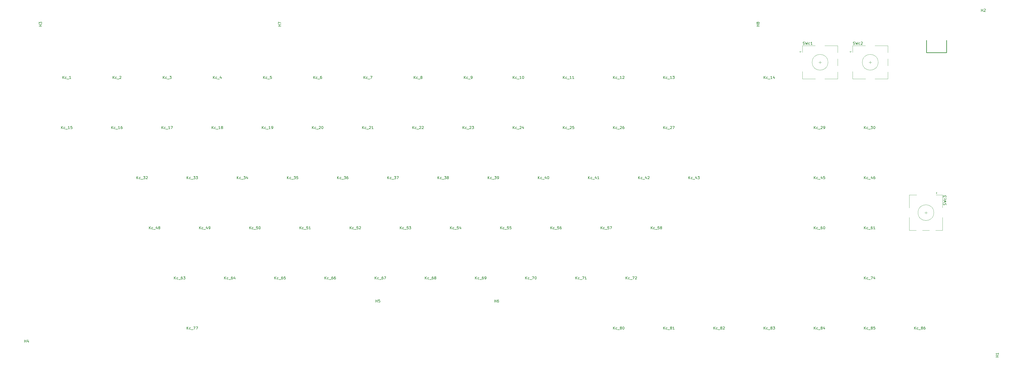
<source format=gto>
G04 #@! TF.GenerationSoftware,KiCad,Pcbnew,8.0.7*
G04 #@! TF.CreationDate,2025-03-15T22:58:08-07:00*
G04 #@! TF.ProjectId,keyboard,6b657962-6f61-4726-942e-6b696361645f,rev?*
G04 #@! TF.SameCoordinates,Original*
G04 #@! TF.FileFunction,Legend,Top*
G04 #@! TF.FilePolarity,Positive*
%FSLAX46Y46*%
G04 Gerber Fmt 4.6, Leading zero omitted, Abs format (unit mm)*
G04 Created by KiCad (PCBNEW 8.0.7) date 2025-03-15 22:58:08*
%MOMM*%
%LPD*%
G01*
G04 APERTURE LIST*
%ADD10C,0.150000*%
%ADD11C,0.120000*%
%ADD12C,0.254000*%
%ADD13R,2.000000X2.000000*%
%ADD14C,2.000000*%
%ADD15R,2.500000X3.000000*%
%ADD16C,1.750000*%
%ADD17C,3.000000*%
%ADD18C,3.987800*%
%ADD19C,4.300000*%
%ADD20R,3.000000X2.500000*%
%ADD21C,3.048000*%
%ADD22C,1.524000*%
G04 APERTURE END LIST*
D10*
X467144700Y-301068154D02*
X467192319Y-300925297D01*
X467192319Y-300925297D02*
X467192319Y-300687202D01*
X467192319Y-300687202D02*
X467144700Y-300591964D01*
X467144700Y-300591964D02*
X467097080Y-300544345D01*
X467097080Y-300544345D02*
X467001842Y-300496726D01*
X467001842Y-300496726D02*
X466906604Y-300496726D01*
X466906604Y-300496726D02*
X466811366Y-300544345D01*
X466811366Y-300544345D02*
X466763747Y-300591964D01*
X466763747Y-300591964D02*
X466716128Y-300687202D01*
X466716128Y-300687202D02*
X466668509Y-300877678D01*
X466668509Y-300877678D02*
X466620890Y-300972916D01*
X466620890Y-300972916D02*
X466573271Y-301020535D01*
X466573271Y-301020535D02*
X466478033Y-301068154D01*
X466478033Y-301068154D02*
X466382795Y-301068154D01*
X466382795Y-301068154D02*
X466287557Y-301020535D01*
X466287557Y-301020535D02*
X466239938Y-300972916D01*
X466239938Y-300972916D02*
X466192319Y-300877678D01*
X466192319Y-300877678D02*
X466192319Y-300639583D01*
X466192319Y-300639583D02*
X466239938Y-300496726D01*
X466192319Y-300163392D02*
X467192319Y-299925297D01*
X467192319Y-299925297D02*
X466478033Y-299734821D01*
X466478033Y-299734821D02*
X467192319Y-299544345D01*
X467192319Y-299544345D02*
X466192319Y-299306250D01*
X467144700Y-298496726D02*
X467192319Y-298591964D01*
X467192319Y-298591964D02*
X467192319Y-298782440D01*
X467192319Y-298782440D02*
X467144700Y-298877678D01*
X467144700Y-298877678D02*
X467097080Y-298925297D01*
X467097080Y-298925297D02*
X467001842Y-298972916D01*
X467001842Y-298972916D02*
X466716128Y-298972916D01*
X466716128Y-298972916D02*
X466620890Y-298925297D01*
X466620890Y-298925297D02*
X466573271Y-298877678D01*
X466573271Y-298877678D02*
X466525652Y-298782440D01*
X466525652Y-298782440D02*
X466525652Y-298591964D01*
X466525652Y-298591964D02*
X466573271Y-298496726D01*
X466192319Y-298163392D02*
X466192319Y-297544345D01*
X466192319Y-297544345D02*
X466573271Y-297877678D01*
X466573271Y-297877678D02*
X466573271Y-297734821D01*
X466573271Y-297734821D02*
X466620890Y-297639583D01*
X466620890Y-297639583D02*
X466668509Y-297591964D01*
X466668509Y-297591964D02*
X466763747Y-297544345D01*
X466763747Y-297544345D02*
X467001842Y-297544345D01*
X467001842Y-297544345D02*
X467097080Y-297591964D01*
X467097080Y-297591964D02*
X467144700Y-297639583D01*
X467144700Y-297639583D02*
X467192319Y-297734821D01*
X467192319Y-297734821D02*
X467192319Y-298020535D01*
X467192319Y-298020535D02*
X467144700Y-298115773D01*
X467144700Y-298115773D02*
X467097080Y-298163392D01*
X455176190Y-348354819D02*
X455176190Y-347354819D01*
X455747618Y-348354819D02*
X455319047Y-347783390D01*
X455747618Y-347354819D02*
X455176190Y-347926247D01*
X456604761Y-348307200D02*
X456509523Y-348354819D01*
X456509523Y-348354819D02*
X456319047Y-348354819D01*
X456319047Y-348354819D02*
X456223809Y-348307200D01*
X456223809Y-348307200D02*
X456176190Y-348259580D01*
X456176190Y-348259580D02*
X456128571Y-348164342D01*
X456128571Y-348164342D02*
X456128571Y-347878628D01*
X456128571Y-347878628D02*
X456176190Y-347783390D01*
X456176190Y-347783390D02*
X456223809Y-347735771D01*
X456223809Y-347735771D02*
X456319047Y-347688152D01*
X456319047Y-347688152D02*
X456509523Y-347688152D01*
X456509523Y-347688152D02*
X456604761Y-347735771D01*
X456795238Y-348450057D02*
X457557142Y-348450057D01*
X457938095Y-347783390D02*
X457842857Y-347735771D01*
X457842857Y-347735771D02*
X457795238Y-347688152D01*
X457795238Y-347688152D02*
X457747619Y-347592914D01*
X457747619Y-347592914D02*
X457747619Y-347545295D01*
X457747619Y-347545295D02*
X457795238Y-347450057D01*
X457795238Y-347450057D02*
X457842857Y-347402438D01*
X457842857Y-347402438D02*
X457938095Y-347354819D01*
X457938095Y-347354819D02*
X458128571Y-347354819D01*
X458128571Y-347354819D02*
X458223809Y-347402438D01*
X458223809Y-347402438D02*
X458271428Y-347450057D01*
X458271428Y-347450057D02*
X458319047Y-347545295D01*
X458319047Y-347545295D02*
X458319047Y-347592914D01*
X458319047Y-347592914D02*
X458271428Y-347688152D01*
X458271428Y-347688152D02*
X458223809Y-347735771D01*
X458223809Y-347735771D02*
X458128571Y-347783390D01*
X458128571Y-347783390D02*
X457938095Y-347783390D01*
X457938095Y-347783390D02*
X457842857Y-347831009D01*
X457842857Y-347831009D02*
X457795238Y-347878628D01*
X457795238Y-347878628D02*
X457747619Y-347973866D01*
X457747619Y-347973866D02*
X457747619Y-348164342D01*
X457747619Y-348164342D02*
X457795238Y-348259580D01*
X457795238Y-348259580D02*
X457842857Y-348307200D01*
X457842857Y-348307200D02*
X457938095Y-348354819D01*
X457938095Y-348354819D02*
X458128571Y-348354819D01*
X458128571Y-348354819D02*
X458223809Y-348307200D01*
X458223809Y-348307200D02*
X458271428Y-348259580D01*
X458271428Y-348259580D02*
X458319047Y-348164342D01*
X458319047Y-348164342D02*
X458319047Y-347973866D01*
X458319047Y-347973866D02*
X458271428Y-347878628D01*
X458271428Y-347878628D02*
X458223809Y-347831009D01*
X458223809Y-347831009D02*
X458128571Y-347783390D01*
X459176190Y-347354819D02*
X458985714Y-347354819D01*
X458985714Y-347354819D02*
X458890476Y-347402438D01*
X458890476Y-347402438D02*
X458842857Y-347450057D01*
X458842857Y-347450057D02*
X458747619Y-347592914D01*
X458747619Y-347592914D02*
X458700000Y-347783390D01*
X458700000Y-347783390D02*
X458700000Y-348164342D01*
X458700000Y-348164342D02*
X458747619Y-348259580D01*
X458747619Y-348259580D02*
X458795238Y-348307200D01*
X458795238Y-348307200D02*
X458890476Y-348354819D01*
X458890476Y-348354819D02*
X459080952Y-348354819D01*
X459080952Y-348354819D02*
X459176190Y-348307200D01*
X459176190Y-348307200D02*
X459223809Y-348259580D01*
X459223809Y-348259580D02*
X459271428Y-348164342D01*
X459271428Y-348164342D02*
X459271428Y-347926247D01*
X459271428Y-347926247D02*
X459223809Y-347831009D01*
X459223809Y-347831009D02*
X459176190Y-347783390D01*
X459176190Y-347783390D02*
X459080952Y-347735771D01*
X459080952Y-347735771D02*
X458890476Y-347735771D01*
X458890476Y-347735771D02*
X458795238Y-347783390D01*
X458795238Y-347783390D02*
X458747619Y-347831009D01*
X458747619Y-347831009D02*
X458700000Y-347926247D01*
X169426190Y-272154819D02*
X169426190Y-271154819D01*
X169997618Y-272154819D02*
X169569047Y-271583390D01*
X169997618Y-271154819D02*
X169426190Y-271726247D01*
X170854761Y-272107200D02*
X170759523Y-272154819D01*
X170759523Y-272154819D02*
X170569047Y-272154819D01*
X170569047Y-272154819D02*
X170473809Y-272107200D01*
X170473809Y-272107200D02*
X170426190Y-272059580D01*
X170426190Y-272059580D02*
X170378571Y-271964342D01*
X170378571Y-271964342D02*
X170378571Y-271678628D01*
X170378571Y-271678628D02*
X170426190Y-271583390D01*
X170426190Y-271583390D02*
X170473809Y-271535771D01*
X170473809Y-271535771D02*
X170569047Y-271488152D01*
X170569047Y-271488152D02*
X170759523Y-271488152D01*
X170759523Y-271488152D02*
X170854761Y-271535771D01*
X171045238Y-272250057D02*
X171807142Y-272250057D01*
X172569047Y-272154819D02*
X171997619Y-272154819D01*
X172283333Y-272154819D02*
X172283333Y-271154819D01*
X172283333Y-271154819D02*
X172188095Y-271297676D01*
X172188095Y-271297676D02*
X172092857Y-271392914D01*
X172092857Y-271392914D02*
X171997619Y-271440533D01*
X172902381Y-271154819D02*
X173569047Y-271154819D01*
X173569047Y-271154819D02*
X173140476Y-272154819D01*
X284202381Y-253104819D02*
X284202381Y-252104819D01*
X284773809Y-253104819D02*
X284345238Y-252533390D01*
X284773809Y-252104819D02*
X284202381Y-252676247D01*
X285630952Y-253057200D02*
X285535714Y-253104819D01*
X285535714Y-253104819D02*
X285345238Y-253104819D01*
X285345238Y-253104819D02*
X285250000Y-253057200D01*
X285250000Y-253057200D02*
X285202381Y-253009580D01*
X285202381Y-253009580D02*
X285154762Y-252914342D01*
X285154762Y-252914342D02*
X285154762Y-252628628D01*
X285154762Y-252628628D02*
X285202381Y-252533390D01*
X285202381Y-252533390D02*
X285250000Y-252485771D01*
X285250000Y-252485771D02*
X285345238Y-252438152D01*
X285345238Y-252438152D02*
X285535714Y-252438152D01*
X285535714Y-252438152D02*
X285630952Y-252485771D01*
X285821429Y-253200057D02*
X286583333Y-253200057D01*
X286869048Y-253104819D02*
X287059524Y-253104819D01*
X287059524Y-253104819D02*
X287154762Y-253057200D01*
X287154762Y-253057200D02*
X287202381Y-253009580D01*
X287202381Y-253009580D02*
X287297619Y-252866723D01*
X287297619Y-252866723D02*
X287345238Y-252676247D01*
X287345238Y-252676247D02*
X287345238Y-252295295D01*
X287345238Y-252295295D02*
X287297619Y-252200057D01*
X287297619Y-252200057D02*
X287250000Y-252152438D01*
X287250000Y-252152438D02*
X287154762Y-252104819D01*
X287154762Y-252104819D02*
X286964286Y-252104819D01*
X286964286Y-252104819D02*
X286869048Y-252152438D01*
X286869048Y-252152438D02*
X286821429Y-252200057D01*
X286821429Y-252200057D02*
X286773810Y-252295295D01*
X286773810Y-252295295D02*
X286773810Y-252533390D01*
X286773810Y-252533390D02*
X286821429Y-252628628D01*
X286821429Y-252628628D02*
X286869048Y-252676247D01*
X286869048Y-252676247D02*
X286964286Y-252723866D01*
X286964286Y-252723866D02*
X287154762Y-252723866D01*
X287154762Y-252723866D02*
X287250000Y-252676247D01*
X287250000Y-252676247D02*
X287297619Y-252628628D01*
X287297619Y-252628628D02*
X287345238Y-252533390D01*
X436126190Y-348354819D02*
X436126190Y-347354819D01*
X436697618Y-348354819D02*
X436269047Y-347783390D01*
X436697618Y-347354819D02*
X436126190Y-347926247D01*
X437554761Y-348307200D02*
X437459523Y-348354819D01*
X437459523Y-348354819D02*
X437269047Y-348354819D01*
X437269047Y-348354819D02*
X437173809Y-348307200D01*
X437173809Y-348307200D02*
X437126190Y-348259580D01*
X437126190Y-348259580D02*
X437078571Y-348164342D01*
X437078571Y-348164342D02*
X437078571Y-347878628D01*
X437078571Y-347878628D02*
X437126190Y-347783390D01*
X437126190Y-347783390D02*
X437173809Y-347735771D01*
X437173809Y-347735771D02*
X437269047Y-347688152D01*
X437269047Y-347688152D02*
X437459523Y-347688152D01*
X437459523Y-347688152D02*
X437554761Y-347735771D01*
X437745238Y-348450057D02*
X438507142Y-348450057D01*
X438888095Y-347783390D02*
X438792857Y-347735771D01*
X438792857Y-347735771D02*
X438745238Y-347688152D01*
X438745238Y-347688152D02*
X438697619Y-347592914D01*
X438697619Y-347592914D02*
X438697619Y-347545295D01*
X438697619Y-347545295D02*
X438745238Y-347450057D01*
X438745238Y-347450057D02*
X438792857Y-347402438D01*
X438792857Y-347402438D02*
X438888095Y-347354819D01*
X438888095Y-347354819D02*
X439078571Y-347354819D01*
X439078571Y-347354819D02*
X439173809Y-347402438D01*
X439173809Y-347402438D02*
X439221428Y-347450057D01*
X439221428Y-347450057D02*
X439269047Y-347545295D01*
X439269047Y-347545295D02*
X439269047Y-347592914D01*
X439269047Y-347592914D02*
X439221428Y-347688152D01*
X439221428Y-347688152D02*
X439173809Y-347735771D01*
X439173809Y-347735771D02*
X439078571Y-347783390D01*
X439078571Y-347783390D02*
X438888095Y-347783390D01*
X438888095Y-347783390D02*
X438792857Y-347831009D01*
X438792857Y-347831009D02*
X438745238Y-347878628D01*
X438745238Y-347878628D02*
X438697619Y-347973866D01*
X438697619Y-347973866D02*
X438697619Y-348164342D01*
X438697619Y-348164342D02*
X438745238Y-348259580D01*
X438745238Y-348259580D02*
X438792857Y-348307200D01*
X438792857Y-348307200D02*
X438888095Y-348354819D01*
X438888095Y-348354819D02*
X439078571Y-348354819D01*
X439078571Y-348354819D02*
X439173809Y-348307200D01*
X439173809Y-348307200D02*
X439221428Y-348259580D01*
X439221428Y-348259580D02*
X439269047Y-348164342D01*
X439269047Y-348164342D02*
X439269047Y-347973866D01*
X439269047Y-347973866D02*
X439221428Y-347878628D01*
X439221428Y-347878628D02*
X439173809Y-347831009D01*
X439173809Y-347831009D02*
X439078571Y-347783390D01*
X440173809Y-347354819D02*
X439697619Y-347354819D01*
X439697619Y-347354819D02*
X439650000Y-347831009D01*
X439650000Y-347831009D02*
X439697619Y-347783390D01*
X439697619Y-347783390D02*
X439792857Y-347735771D01*
X439792857Y-347735771D02*
X440030952Y-347735771D01*
X440030952Y-347735771D02*
X440126190Y-347783390D01*
X440126190Y-347783390D02*
X440173809Y-347831009D01*
X440173809Y-347831009D02*
X440221428Y-347926247D01*
X440221428Y-347926247D02*
X440221428Y-348164342D01*
X440221428Y-348164342D02*
X440173809Y-348259580D01*
X440173809Y-348259580D02*
X440126190Y-348307200D01*
X440126190Y-348307200D02*
X440030952Y-348354819D01*
X440030952Y-348354819D02*
X439792857Y-348354819D01*
X439792857Y-348354819D02*
X439697619Y-348307200D01*
X439697619Y-348307200D02*
X439650000Y-348259580D01*
X436126190Y-272154819D02*
X436126190Y-271154819D01*
X436697618Y-272154819D02*
X436269047Y-271583390D01*
X436697618Y-271154819D02*
X436126190Y-271726247D01*
X437554761Y-272107200D02*
X437459523Y-272154819D01*
X437459523Y-272154819D02*
X437269047Y-272154819D01*
X437269047Y-272154819D02*
X437173809Y-272107200D01*
X437173809Y-272107200D02*
X437126190Y-272059580D01*
X437126190Y-272059580D02*
X437078571Y-271964342D01*
X437078571Y-271964342D02*
X437078571Y-271678628D01*
X437078571Y-271678628D02*
X437126190Y-271583390D01*
X437126190Y-271583390D02*
X437173809Y-271535771D01*
X437173809Y-271535771D02*
X437269047Y-271488152D01*
X437269047Y-271488152D02*
X437459523Y-271488152D01*
X437459523Y-271488152D02*
X437554761Y-271535771D01*
X437745238Y-272250057D02*
X438507142Y-272250057D01*
X438650000Y-271154819D02*
X439269047Y-271154819D01*
X439269047Y-271154819D02*
X438935714Y-271535771D01*
X438935714Y-271535771D02*
X439078571Y-271535771D01*
X439078571Y-271535771D02*
X439173809Y-271583390D01*
X439173809Y-271583390D02*
X439221428Y-271631009D01*
X439221428Y-271631009D02*
X439269047Y-271726247D01*
X439269047Y-271726247D02*
X439269047Y-271964342D01*
X439269047Y-271964342D02*
X439221428Y-272059580D01*
X439221428Y-272059580D02*
X439173809Y-272107200D01*
X439173809Y-272107200D02*
X439078571Y-272154819D01*
X439078571Y-272154819D02*
X438792857Y-272154819D01*
X438792857Y-272154819D02*
X438697619Y-272107200D01*
X438697619Y-272107200D02*
X438650000Y-272059580D01*
X439888095Y-271154819D02*
X439983333Y-271154819D01*
X439983333Y-271154819D02*
X440078571Y-271202438D01*
X440078571Y-271202438D02*
X440126190Y-271250057D01*
X440126190Y-271250057D02*
X440173809Y-271345295D01*
X440173809Y-271345295D02*
X440221428Y-271535771D01*
X440221428Y-271535771D02*
X440221428Y-271773866D01*
X440221428Y-271773866D02*
X440173809Y-271964342D01*
X440173809Y-271964342D02*
X440126190Y-272059580D01*
X440126190Y-272059580D02*
X440078571Y-272107200D01*
X440078571Y-272107200D02*
X439983333Y-272154819D01*
X439983333Y-272154819D02*
X439888095Y-272154819D01*
X439888095Y-272154819D02*
X439792857Y-272107200D01*
X439792857Y-272107200D02*
X439745238Y-272059580D01*
X439745238Y-272059580D02*
X439697619Y-271964342D01*
X439697619Y-271964342D02*
X439650000Y-271773866D01*
X439650000Y-271773866D02*
X439650000Y-271535771D01*
X439650000Y-271535771D02*
X439697619Y-271345295D01*
X439697619Y-271345295D02*
X439745238Y-271250057D01*
X439745238Y-271250057D02*
X439792857Y-271202438D01*
X439792857Y-271202438D02*
X439888095Y-271154819D01*
X250698095Y-338054819D02*
X250698095Y-337054819D01*
X250698095Y-337531009D02*
X251269523Y-337531009D01*
X251269523Y-338054819D02*
X251269523Y-337054819D01*
X252221904Y-337054819D02*
X251745714Y-337054819D01*
X251745714Y-337054819D02*
X251698095Y-337531009D01*
X251698095Y-337531009D02*
X251745714Y-337483390D01*
X251745714Y-337483390D02*
X251840952Y-337435771D01*
X251840952Y-337435771D02*
X252079047Y-337435771D01*
X252079047Y-337435771D02*
X252174285Y-337483390D01*
X252174285Y-337483390D02*
X252221904Y-337531009D01*
X252221904Y-337531009D02*
X252269523Y-337626247D01*
X252269523Y-337626247D02*
X252269523Y-337864342D01*
X252269523Y-337864342D02*
X252221904Y-337959580D01*
X252221904Y-337959580D02*
X252174285Y-338007200D01*
X252174285Y-338007200D02*
X252079047Y-338054819D01*
X252079047Y-338054819D02*
X251840952Y-338054819D01*
X251840952Y-338054819D02*
X251745714Y-338007200D01*
X251745714Y-338007200D02*
X251698095Y-337959580D01*
X345638690Y-329304819D02*
X345638690Y-328304819D01*
X346210118Y-329304819D02*
X345781547Y-328733390D01*
X346210118Y-328304819D02*
X345638690Y-328876247D01*
X347067261Y-329257200D02*
X346972023Y-329304819D01*
X346972023Y-329304819D02*
X346781547Y-329304819D01*
X346781547Y-329304819D02*
X346686309Y-329257200D01*
X346686309Y-329257200D02*
X346638690Y-329209580D01*
X346638690Y-329209580D02*
X346591071Y-329114342D01*
X346591071Y-329114342D02*
X346591071Y-328828628D01*
X346591071Y-328828628D02*
X346638690Y-328733390D01*
X346638690Y-328733390D02*
X346686309Y-328685771D01*
X346686309Y-328685771D02*
X346781547Y-328638152D01*
X346781547Y-328638152D02*
X346972023Y-328638152D01*
X346972023Y-328638152D02*
X347067261Y-328685771D01*
X347257738Y-329400057D02*
X348019642Y-329400057D01*
X348162500Y-328304819D02*
X348829166Y-328304819D01*
X348829166Y-328304819D02*
X348400595Y-329304819D01*
X349162500Y-328400057D02*
X349210119Y-328352438D01*
X349210119Y-328352438D02*
X349305357Y-328304819D01*
X349305357Y-328304819D02*
X349543452Y-328304819D01*
X349543452Y-328304819D02*
X349638690Y-328352438D01*
X349638690Y-328352438D02*
X349686309Y-328400057D01*
X349686309Y-328400057D02*
X349733928Y-328495295D01*
X349733928Y-328495295D02*
X349733928Y-328590533D01*
X349733928Y-328590533D02*
X349686309Y-328733390D01*
X349686309Y-328733390D02*
X349114881Y-329304819D01*
X349114881Y-329304819D02*
X349733928Y-329304819D01*
X398026190Y-348354819D02*
X398026190Y-347354819D01*
X398597618Y-348354819D02*
X398169047Y-347783390D01*
X398597618Y-347354819D02*
X398026190Y-347926247D01*
X399454761Y-348307200D02*
X399359523Y-348354819D01*
X399359523Y-348354819D02*
X399169047Y-348354819D01*
X399169047Y-348354819D02*
X399073809Y-348307200D01*
X399073809Y-348307200D02*
X399026190Y-348259580D01*
X399026190Y-348259580D02*
X398978571Y-348164342D01*
X398978571Y-348164342D02*
X398978571Y-347878628D01*
X398978571Y-347878628D02*
X399026190Y-347783390D01*
X399026190Y-347783390D02*
X399073809Y-347735771D01*
X399073809Y-347735771D02*
X399169047Y-347688152D01*
X399169047Y-347688152D02*
X399359523Y-347688152D01*
X399359523Y-347688152D02*
X399454761Y-347735771D01*
X399645238Y-348450057D02*
X400407142Y-348450057D01*
X400788095Y-347783390D02*
X400692857Y-347735771D01*
X400692857Y-347735771D02*
X400645238Y-347688152D01*
X400645238Y-347688152D02*
X400597619Y-347592914D01*
X400597619Y-347592914D02*
X400597619Y-347545295D01*
X400597619Y-347545295D02*
X400645238Y-347450057D01*
X400645238Y-347450057D02*
X400692857Y-347402438D01*
X400692857Y-347402438D02*
X400788095Y-347354819D01*
X400788095Y-347354819D02*
X400978571Y-347354819D01*
X400978571Y-347354819D02*
X401073809Y-347402438D01*
X401073809Y-347402438D02*
X401121428Y-347450057D01*
X401121428Y-347450057D02*
X401169047Y-347545295D01*
X401169047Y-347545295D02*
X401169047Y-347592914D01*
X401169047Y-347592914D02*
X401121428Y-347688152D01*
X401121428Y-347688152D02*
X401073809Y-347735771D01*
X401073809Y-347735771D02*
X400978571Y-347783390D01*
X400978571Y-347783390D02*
X400788095Y-347783390D01*
X400788095Y-347783390D02*
X400692857Y-347831009D01*
X400692857Y-347831009D02*
X400645238Y-347878628D01*
X400645238Y-347878628D02*
X400597619Y-347973866D01*
X400597619Y-347973866D02*
X400597619Y-348164342D01*
X400597619Y-348164342D02*
X400645238Y-348259580D01*
X400645238Y-348259580D02*
X400692857Y-348307200D01*
X400692857Y-348307200D02*
X400788095Y-348354819D01*
X400788095Y-348354819D02*
X400978571Y-348354819D01*
X400978571Y-348354819D02*
X401073809Y-348307200D01*
X401073809Y-348307200D02*
X401121428Y-348259580D01*
X401121428Y-348259580D02*
X401169047Y-348164342D01*
X401169047Y-348164342D02*
X401169047Y-347973866D01*
X401169047Y-347973866D02*
X401121428Y-347878628D01*
X401121428Y-347878628D02*
X401073809Y-347831009D01*
X401073809Y-347831009D02*
X400978571Y-347783390D01*
X401502381Y-347354819D02*
X402121428Y-347354819D01*
X402121428Y-347354819D02*
X401788095Y-347735771D01*
X401788095Y-347735771D02*
X401930952Y-347735771D01*
X401930952Y-347735771D02*
X402026190Y-347783390D01*
X402026190Y-347783390D02*
X402073809Y-347831009D01*
X402073809Y-347831009D02*
X402121428Y-347926247D01*
X402121428Y-347926247D02*
X402121428Y-348164342D01*
X402121428Y-348164342D02*
X402073809Y-348259580D01*
X402073809Y-348259580D02*
X402026190Y-348307200D01*
X402026190Y-348307200D02*
X401930952Y-348354819D01*
X401930952Y-348354819D02*
X401645238Y-348354819D01*
X401645238Y-348354819D02*
X401550000Y-348307200D01*
X401550000Y-348307200D02*
X401502381Y-348259580D01*
X131326190Y-272154819D02*
X131326190Y-271154819D01*
X131897618Y-272154819D02*
X131469047Y-271583390D01*
X131897618Y-271154819D02*
X131326190Y-271726247D01*
X132754761Y-272107200D02*
X132659523Y-272154819D01*
X132659523Y-272154819D02*
X132469047Y-272154819D01*
X132469047Y-272154819D02*
X132373809Y-272107200D01*
X132373809Y-272107200D02*
X132326190Y-272059580D01*
X132326190Y-272059580D02*
X132278571Y-271964342D01*
X132278571Y-271964342D02*
X132278571Y-271678628D01*
X132278571Y-271678628D02*
X132326190Y-271583390D01*
X132326190Y-271583390D02*
X132373809Y-271535771D01*
X132373809Y-271535771D02*
X132469047Y-271488152D01*
X132469047Y-271488152D02*
X132659523Y-271488152D01*
X132659523Y-271488152D02*
X132754761Y-271535771D01*
X132945238Y-272250057D02*
X133707142Y-272250057D01*
X134469047Y-272154819D02*
X133897619Y-272154819D01*
X134183333Y-272154819D02*
X134183333Y-271154819D01*
X134183333Y-271154819D02*
X134088095Y-271297676D01*
X134088095Y-271297676D02*
X133992857Y-271392914D01*
X133992857Y-271392914D02*
X133897619Y-271440533D01*
X135373809Y-271154819D02*
X134897619Y-271154819D01*
X134897619Y-271154819D02*
X134850000Y-271631009D01*
X134850000Y-271631009D02*
X134897619Y-271583390D01*
X134897619Y-271583390D02*
X134992857Y-271535771D01*
X134992857Y-271535771D02*
X135230952Y-271535771D01*
X135230952Y-271535771D02*
X135326190Y-271583390D01*
X135326190Y-271583390D02*
X135373809Y-271631009D01*
X135373809Y-271631009D02*
X135421428Y-271726247D01*
X135421428Y-271726247D02*
X135421428Y-271964342D01*
X135421428Y-271964342D02*
X135373809Y-272059580D01*
X135373809Y-272059580D02*
X135326190Y-272107200D01*
X135326190Y-272107200D02*
X135230952Y-272154819D01*
X135230952Y-272154819D02*
X134992857Y-272154819D01*
X134992857Y-272154819D02*
X134897619Y-272107200D01*
X134897619Y-272107200D02*
X134850000Y-272059580D01*
X350401190Y-291204819D02*
X350401190Y-290204819D01*
X350972618Y-291204819D02*
X350544047Y-290633390D01*
X350972618Y-290204819D02*
X350401190Y-290776247D01*
X351829761Y-291157200D02*
X351734523Y-291204819D01*
X351734523Y-291204819D02*
X351544047Y-291204819D01*
X351544047Y-291204819D02*
X351448809Y-291157200D01*
X351448809Y-291157200D02*
X351401190Y-291109580D01*
X351401190Y-291109580D02*
X351353571Y-291014342D01*
X351353571Y-291014342D02*
X351353571Y-290728628D01*
X351353571Y-290728628D02*
X351401190Y-290633390D01*
X351401190Y-290633390D02*
X351448809Y-290585771D01*
X351448809Y-290585771D02*
X351544047Y-290538152D01*
X351544047Y-290538152D02*
X351734523Y-290538152D01*
X351734523Y-290538152D02*
X351829761Y-290585771D01*
X352020238Y-291300057D02*
X352782142Y-291300057D01*
X353448809Y-290538152D02*
X353448809Y-291204819D01*
X353210714Y-290157200D02*
X352972619Y-290871485D01*
X352972619Y-290871485D02*
X353591666Y-290871485D01*
X353925000Y-290300057D02*
X353972619Y-290252438D01*
X353972619Y-290252438D02*
X354067857Y-290204819D01*
X354067857Y-290204819D02*
X354305952Y-290204819D01*
X354305952Y-290204819D02*
X354401190Y-290252438D01*
X354401190Y-290252438D02*
X354448809Y-290300057D01*
X354448809Y-290300057D02*
X354496428Y-290395295D01*
X354496428Y-290395295D02*
X354496428Y-290490533D01*
X354496428Y-290490533D02*
X354448809Y-290633390D01*
X354448809Y-290633390D02*
X353877381Y-291204819D01*
X353877381Y-291204819D02*
X354496428Y-291204819D01*
X188476190Y-272154819D02*
X188476190Y-271154819D01*
X189047618Y-272154819D02*
X188619047Y-271583390D01*
X189047618Y-271154819D02*
X188476190Y-271726247D01*
X189904761Y-272107200D02*
X189809523Y-272154819D01*
X189809523Y-272154819D02*
X189619047Y-272154819D01*
X189619047Y-272154819D02*
X189523809Y-272107200D01*
X189523809Y-272107200D02*
X189476190Y-272059580D01*
X189476190Y-272059580D02*
X189428571Y-271964342D01*
X189428571Y-271964342D02*
X189428571Y-271678628D01*
X189428571Y-271678628D02*
X189476190Y-271583390D01*
X189476190Y-271583390D02*
X189523809Y-271535771D01*
X189523809Y-271535771D02*
X189619047Y-271488152D01*
X189619047Y-271488152D02*
X189809523Y-271488152D01*
X189809523Y-271488152D02*
X189904761Y-271535771D01*
X190095238Y-272250057D02*
X190857142Y-272250057D01*
X191619047Y-272154819D02*
X191047619Y-272154819D01*
X191333333Y-272154819D02*
X191333333Y-271154819D01*
X191333333Y-271154819D02*
X191238095Y-271297676D01*
X191238095Y-271297676D02*
X191142857Y-271392914D01*
X191142857Y-271392914D02*
X191047619Y-271440533D01*
X192190476Y-271583390D02*
X192095238Y-271535771D01*
X192095238Y-271535771D02*
X192047619Y-271488152D01*
X192047619Y-271488152D02*
X192000000Y-271392914D01*
X192000000Y-271392914D02*
X192000000Y-271345295D01*
X192000000Y-271345295D02*
X192047619Y-271250057D01*
X192047619Y-271250057D02*
X192095238Y-271202438D01*
X192095238Y-271202438D02*
X192190476Y-271154819D01*
X192190476Y-271154819D02*
X192380952Y-271154819D01*
X192380952Y-271154819D02*
X192476190Y-271202438D01*
X192476190Y-271202438D02*
X192523809Y-271250057D01*
X192523809Y-271250057D02*
X192571428Y-271345295D01*
X192571428Y-271345295D02*
X192571428Y-271392914D01*
X192571428Y-271392914D02*
X192523809Y-271488152D01*
X192523809Y-271488152D02*
X192476190Y-271535771D01*
X192476190Y-271535771D02*
X192380952Y-271583390D01*
X192380952Y-271583390D02*
X192190476Y-271583390D01*
X192190476Y-271583390D02*
X192095238Y-271631009D01*
X192095238Y-271631009D02*
X192047619Y-271678628D01*
X192047619Y-271678628D02*
X192000000Y-271773866D01*
X192000000Y-271773866D02*
X192000000Y-271964342D01*
X192000000Y-271964342D02*
X192047619Y-272059580D01*
X192047619Y-272059580D02*
X192095238Y-272107200D01*
X192095238Y-272107200D02*
X192190476Y-272154819D01*
X192190476Y-272154819D02*
X192380952Y-272154819D01*
X192380952Y-272154819D02*
X192476190Y-272107200D01*
X192476190Y-272107200D02*
X192523809Y-272059580D01*
X192523809Y-272059580D02*
X192571428Y-271964342D01*
X192571428Y-271964342D02*
X192571428Y-271773866D01*
X192571428Y-271773866D02*
X192523809Y-271678628D01*
X192523809Y-271678628D02*
X192476190Y-271631009D01*
X192476190Y-271631009D02*
X192380952Y-271583390D01*
X307538690Y-329304819D02*
X307538690Y-328304819D01*
X308110118Y-329304819D02*
X307681547Y-328733390D01*
X308110118Y-328304819D02*
X307538690Y-328876247D01*
X308967261Y-329257200D02*
X308872023Y-329304819D01*
X308872023Y-329304819D02*
X308681547Y-329304819D01*
X308681547Y-329304819D02*
X308586309Y-329257200D01*
X308586309Y-329257200D02*
X308538690Y-329209580D01*
X308538690Y-329209580D02*
X308491071Y-329114342D01*
X308491071Y-329114342D02*
X308491071Y-328828628D01*
X308491071Y-328828628D02*
X308538690Y-328733390D01*
X308538690Y-328733390D02*
X308586309Y-328685771D01*
X308586309Y-328685771D02*
X308681547Y-328638152D01*
X308681547Y-328638152D02*
X308872023Y-328638152D01*
X308872023Y-328638152D02*
X308967261Y-328685771D01*
X309157738Y-329400057D02*
X309919642Y-329400057D01*
X310062500Y-328304819D02*
X310729166Y-328304819D01*
X310729166Y-328304819D02*
X310300595Y-329304819D01*
X311300595Y-328304819D02*
X311395833Y-328304819D01*
X311395833Y-328304819D02*
X311491071Y-328352438D01*
X311491071Y-328352438D02*
X311538690Y-328400057D01*
X311538690Y-328400057D02*
X311586309Y-328495295D01*
X311586309Y-328495295D02*
X311633928Y-328685771D01*
X311633928Y-328685771D02*
X311633928Y-328923866D01*
X311633928Y-328923866D02*
X311586309Y-329114342D01*
X311586309Y-329114342D02*
X311538690Y-329209580D01*
X311538690Y-329209580D02*
X311491071Y-329257200D01*
X311491071Y-329257200D02*
X311395833Y-329304819D01*
X311395833Y-329304819D02*
X311300595Y-329304819D01*
X311300595Y-329304819D02*
X311205357Y-329257200D01*
X311205357Y-329257200D02*
X311157738Y-329209580D01*
X311157738Y-329209580D02*
X311110119Y-329114342D01*
X311110119Y-329114342D02*
X311062500Y-328923866D01*
X311062500Y-328923866D02*
X311062500Y-328685771D01*
X311062500Y-328685771D02*
X311110119Y-328495295D01*
X311110119Y-328495295D02*
X311157738Y-328400057D01*
X311157738Y-328400057D02*
X311205357Y-328352438D01*
X311205357Y-328352438D02*
X311300595Y-328304819D01*
X274201190Y-291204819D02*
X274201190Y-290204819D01*
X274772618Y-291204819D02*
X274344047Y-290633390D01*
X274772618Y-290204819D02*
X274201190Y-290776247D01*
X275629761Y-291157200D02*
X275534523Y-291204819D01*
X275534523Y-291204819D02*
X275344047Y-291204819D01*
X275344047Y-291204819D02*
X275248809Y-291157200D01*
X275248809Y-291157200D02*
X275201190Y-291109580D01*
X275201190Y-291109580D02*
X275153571Y-291014342D01*
X275153571Y-291014342D02*
X275153571Y-290728628D01*
X275153571Y-290728628D02*
X275201190Y-290633390D01*
X275201190Y-290633390D02*
X275248809Y-290585771D01*
X275248809Y-290585771D02*
X275344047Y-290538152D01*
X275344047Y-290538152D02*
X275534523Y-290538152D01*
X275534523Y-290538152D02*
X275629761Y-290585771D01*
X275820238Y-291300057D02*
X276582142Y-291300057D01*
X276725000Y-290204819D02*
X277344047Y-290204819D01*
X277344047Y-290204819D02*
X277010714Y-290585771D01*
X277010714Y-290585771D02*
X277153571Y-290585771D01*
X277153571Y-290585771D02*
X277248809Y-290633390D01*
X277248809Y-290633390D02*
X277296428Y-290681009D01*
X277296428Y-290681009D02*
X277344047Y-290776247D01*
X277344047Y-290776247D02*
X277344047Y-291014342D01*
X277344047Y-291014342D02*
X277296428Y-291109580D01*
X277296428Y-291109580D02*
X277248809Y-291157200D01*
X277248809Y-291157200D02*
X277153571Y-291204819D01*
X277153571Y-291204819D02*
X276867857Y-291204819D01*
X276867857Y-291204819D02*
X276772619Y-291157200D01*
X276772619Y-291157200D02*
X276725000Y-291109580D01*
X277915476Y-290633390D02*
X277820238Y-290585771D01*
X277820238Y-290585771D02*
X277772619Y-290538152D01*
X277772619Y-290538152D02*
X277725000Y-290442914D01*
X277725000Y-290442914D02*
X277725000Y-290395295D01*
X277725000Y-290395295D02*
X277772619Y-290300057D01*
X277772619Y-290300057D02*
X277820238Y-290252438D01*
X277820238Y-290252438D02*
X277915476Y-290204819D01*
X277915476Y-290204819D02*
X278105952Y-290204819D01*
X278105952Y-290204819D02*
X278201190Y-290252438D01*
X278201190Y-290252438D02*
X278248809Y-290300057D01*
X278248809Y-290300057D02*
X278296428Y-290395295D01*
X278296428Y-290395295D02*
X278296428Y-290442914D01*
X278296428Y-290442914D02*
X278248809Y-290538152D01*
X278248809Y-290538152D02*
X278201190Y-290585771D01*
X278201190Y-290585771D02*
X278105952Y-290633390D01*
X278105952Y-290633390D02*
X277915476Y-290633390D01*
X277915476Y-290633390D02*
X277820238Y-290681009D01*
X277820238Y-290681009D02*
X277772619Y-290728628D01*
X277772619Y-290728628D02*
X277725000Y-290823866D01*
X277725000Y-290823866D02*
X277725000Y-291014342D01*
X277725000Y-291014342D02*
X277772619Y-291109580D01*
X277772619Y-291109580D02*
X277820238Y-291157200D01*
X277820238Y-291157200D02*
X277915476Y-291204819D01*
X277915476Y-291204819D02*
X278105952Y-291204819D01*
X278105952Y-291204819D02*
X278201190Y-291157200D01*
X278201190Y-291157200D02*
X278248809Y-291109580D01*
X278248809Y-291109580D02*
X278296428Y-291014342D01*
X278296428Y-291014342D02*
X278296428Y-290823866D01*
X278296428Y-290823866D02*
X278248809Y-290728628D01*
X278248809Y-290728628D02*
X278201190Y-290681009D01*
X278201190Y-290681009D02*
X278105952Y-290633390D01*
X202763690Y-310254819D02*
X202763690Y-309254819D01*
X203335118Y-310254819D02*
X202906547Y-309683390D01*
X203335118Y-309254819D02*
X202763690Y-309826247D01*
X204192261Y-310207200D02*
X204097023Y-310254819D01*
X204097023Y-310254819D02*
X203906547Y-310254819D01*
X203906547Y-310254819D02*
X203811309Y-310207200D01*
X203811309Y-310207200D02*
X203763690Y-310159580D01*
X203763690Y-310159580D02*
X203716071Y-310064342D01*
X203716071Y-310064342D02*
X203716071Y-309778628D01*
X203716071Y-309778628D02*
X203763690Y-309683390D01*
X203763690Y-309683390D02*
X203811309Y-309635771D01*
X203811309Y-309635771D02*
X203906547Y-309588152D01*
X203906547Y-309588152D02*
X204097023Y-309588152D01*
X204097023Y-309588152D02*
X204192261Y-309635771D01*
X204382738Y-310350057D02*
X205144642Y-310350057D01*
X205858928Y-309254819D02*
X205382738Y-309254819D01*
X205382738Y-309254819D02*
X205335119Y-309731009D01*
X205335119Y-309731009D02*
X205382738Y-309683390D01*
X205382738Y-309683390D02*
X205477976Y-309635771D01*
X205477976Y-309635771D02*
X205716071Y-309635771D01*
X205716071Y-309635771D02*
X205811309Y-309683390D01*
X205811309Y-309683390D02*
X205858928Y-309731009D01*
X205858928Y-309731009D02*
X205906547Y-309826247D01*
X205906547Y-309826247D02*
X205906547Y-310064342D01*
X205906547Y-310064342D02*
X205858928Y-310159580D01*
X205858928Y-310159580D02*
X205811309Y-310207200D01*
X205811309Y-310207200D02*
X205716071Y-310254819D01*
X205716071Y-310254819D02*
X205477976Y-310254819D01*
X205477976Y-310254819D02*
X205382738Y-310207200D01*
X205382738Y-310207200D02*
X205335119Y-310159580D01*
X206525595Y-309254819D02*
X206620833Y-309254819D01*
X206620833Y-309254819D02*
X206716071Y-309302438D01*
X206716071Y-309302438D02*
X206763690Y-309350057D01*
X206763690Y-309350057D02*
X206811309Y-309445295D01*
X206811309Y-309445295D02*
X206858928Y-309635771D01*
X206858928Y-309635771D02*
X206858928Y-309873866D01*
X206858928Y-309873866D02*
X206811309Y-310064342D01*
X206811309Y-310064342D02*
X206763690Y-310159580D01*
X206763690Y-310159580D02*
X206716071Y-310207200D01*
X206716071Y-310207200D02*
X206620833Y-310254819D01*
X206620833Y-310254819D02*
X206525595Y-310254819D01*
X206525595Y-310254819D02*
X206430357Y-310207200D01*
X206430357Y-310207200D02*
X206382738Y-310159580D01*
X206382738Y-310159580D02*
X206335119Y-310064342D01*
X206335119Y-310064342D02*
X206287500Y-309873866D01*
X206287500Y-309873866D02*
X206287500Y-309635771D01*
X206287500Y-309635771D02*
X206335119Y-309445295D01*
X206335119Y-309445295D02*
X206382738Y-309350057D01*
X206382738Y-309350057D02*
X206430357Y-309302438D01*
X206430357Y-309302438D02*
X206525595Y-309254819D01*
X396279819Y-233171904D02*
X395279819Y-233171904D01*
X395756009Y-233171904D02*
X395756009Y-232600476D01*
X396279819Y-232600476D02*
X395279819Y-232600476D01*
X395708390Y-231981428D02*
X395660771Y-232076666D01*
X395660771Y-232076666D02*
X395613152Y-232124285D01*
X395613152Y-232124285D02*
X395517914Y-232171904D01*
X395517914Y-232171904D02*
X395470295Y-232171904D01*
X395470295Y-232171904D02*
X395375057Y-232124285D01*
X395375057Y-232124285D02*
X395327438Y-232076666D01*
X395327438Y-232076666D02*
X395279819Y-231981428D01*
X395279819Y-231981428D02*
X395279819Y-231790952D01*
X395279819Y-231790952D02*
X395327438Y-231695714D01*
X395327438Y-231695714D02*
X395375057Y-231648095D01*
X395375057Y-231648095D02*
X395470295Y-231600476D01*
X395470295Y-231600476D02*
X395517914Y-231600476D01*
X395517914Y-231600476D02*
X395613152Y-231648095D01*
X395613152Y-231648095D02*
X395660771Y-231695714D01*
X395660771Y-231695714D02*
X395708390Y-231790952D01*
X395708390Y-231790952D02*
X395708390Y-231981428D01*
X395708390Y-231981428D02*
X395756009Y-232076666D01*
X395756009Y-232076666D02*
X395803628Y-232124285D01*
X395803628Y-232124285D02*
X395898866Y-232171904D01*
X395898866Y-232171904D02*
X396089342Y-232171904D01*
X396089342Y-232171904D02*
X396184580Y-232124285D01*
X396184580Y-232124285D02*
X396232200Y-232076666D01*
X396232200Y-232076666D02*
X396279819Y-231981428D01*
X396279819Y-231981428D02*
X396279819Y-231790952D01*
X396279819Y-231790952D02*
X396232200Y-231695714D01*
X396232200Y-231695714D02*
X396184580Y-231648095D01*
X396184580Y-231648095D02*
X396089342Y-231600476D01*
X396089342Y-231600476D02*
X395898866Y-231600476D01*
X395898866Y-231600476D02*
X395803628Y-231648095D01*
X395803628Y-231648095D02*
X395756009Y-231695714D01*
X395756009Y-231695714D02*
X395708390Y-231790952D01*
X436126190Y-329304819D02*
X436126190Y-328304819D01*
X436697618Y-329304819D02*
X436269047Y-328733390D01*
X436697618Y-328304819D02*
X436126190Y-328876247D01*
X437554761Y-329257200D02*
X437459523Y-329304819D01*
X437459523Y-329304819D02*
X437269047Y-329304819D01*
X437269047Y-329304819D02*
X437173809Y-329257200D01*
X437173809Y-329257200D02*
X437126190Y-329209580D01*
X437126190Y-329209580D02*
X437078571Y-329114342D01*
X437078571Y-329114342D02*
X437078571Y-328828628D01*
X437078571Y-328828628D02*
X437126190Y-328733390D01*
X437126190Y-328733390D02*
X437173809Y-328685771D01*
X437173809Y-328685771D02*
X437269047Y-328638152D01*
X437269047Y-328638152D02*
X437459523Y-328638152D01*
X437459523Y-328638152D02*
X437554761Y-328685771D01*
X437745238Y-329400057D02*
X438507142Y-329400057D01*
X438650000Y-328304819D02*
X439316666Y-328304819D01*
X439316666Y-328304819D02*
X438888095Y-329304819D01*
X440126190Y-328638152D02*
X440126190Y-329304819D01*
X439888095Y-328257200D02*
X439650000Y-328971485D01*
X439650000Y-328971485D02*
X440269047Y-328971485D01*
X359926190Y-253104819D02*
X359926190Y-252104819D01*
X360497618Y-253104819D02*
X360069047Y-252533390D01*
X360497618Y-252104819D02*
X359926190Y-252676247D01*
X361354761Y-253057200D02*
X361259523Y-253104819D01*
X361259523Y-253104819D02*
X361069047Y-253104819D01*
X361069047Y-253104819D02*
X360973809Y-253057200D01*
X360973809Y-253057200D02*
X360926190Y-253009580D01*
X360926190Y-253009580D02*
X360878571Y-252914342D01*
X360878571Y-252914342D02*
X360878571Y-252628628D01*
X360878571Y-252628628D02*
X360926190Y-252533390D01*
X360926190Y-252533390D02*
X360973809Y-252485771D01*
X360973809Y-252485771D02*
X361069047Y-252438152D01*
X361069047Y-252438152D02*
X361259523Y-252438152D01*
X361259523Y-252438152D02*
X361354761Y-252485771D01*
X361545238Y-253200057D02*
X362307142Y-253200057D01*
X363069047Y-253104819D02*
X362497619Y-253104819D01*
X362783333Y-253104819D02*
X362783333Y-252104819D01*
X362783333Y-252104819D02*
X362688095Y-252247676D01*
X362688095Y-252247676D02*
X362592857Y-252342914D01*
X362592857Y-252342914D02*
X362497619Y-252390533D01*
X363402381Y-252104819D02*
X364021428Y-252104819D01*
X364021428Y-252104819D02*
X363688095Y-252485771D01*
X363688095Y-252485771D02*
X363830952Y-252485771D01*
X363830952Y-252485771D02*
X363926190Y-252533390D01*
X363926190Y-252533390D02*
X363973809Y-252581009D01*
X363973809Y-252581009D02*
X364021428Y-252676247D01*
X364021428Y-252676247D02*
X364021428Y-252914342D01*
X364021428Y-252914342D02*
X363973809Y-253009580D01*
X363973809Y-253009580D02*
X363926190Y-253057200D01*
X363926190Y-253057200D02*
X363830952Y-253104819D01*
X363830952Y-253104819D02*
X363545238Y-253104819D01*
X363545238Y-253104819D02*
X363450000Y-253057200D01*
X363450000Y-253057200D02*
X363402381Y-253009580D01*
X169902381Y-253104819D02*
X169902381Y-252104819D01*
X170473809Y-253104819D02*
X170045238Y-252533390D01*
X170473809Y-252104819D02*
X169902381Y-252676247D01*
X171330952Y-253057200D02*
X171235714Y-253104819D01*
X171235714Y-253104819D02*
X171045238Y-253104819D01*
X171045238Y-253104819D02*
X170950000Y-253057200D01*
X170950000Y-253057200D02*
X170902381Y-253009580D01*
X170902381Y-253009580D02*
X170854762Y-252914342D01*
X170854762Y-252914342D02*
X170854762Y-252628628D01*
X170854762Y-252628628D02*
X170902381Y-252533390D01*
X170902381Y-252533390D02*
X170950000Y-252485771D01*
X170950000Y-252485771D02*
X171045238Y-252438152D01*
X171045238Y-252438152D02*
X171235714Y-252438152D01*
X171235714Y-252438152D02*
X171330952Y-252485771D01*
X171521429Y-253200057D02*
X172283333Y-253200057D01*
X172426191Y-252104819D02*
X173045238Y-252104819D01*
X173045238Y-252104819D02*
X172711905Y-252485771D01*
X172711905Y-252485771D02*
X172854762Y-252485771D01*
X172854762Y-252485771D02*
X172950000Y-252533390D01*
X172950000Y-252533390D02*
X172997619Y-252581009D01*
X172997619Y-252581009D02*
X173045238Y-252676247D01*
X173045238Y-252676247D02*
X173045238Y-252914342D01*
X173045238Y-252914342D02*
X172997619Y-253009580D01*
X172997619Y-253009580D02*
X172950000Y-253057200D01*
X172950000Y-253057200D02*
X172854762Y-253104819D01*
X172854762Y-253104819D02*
X172569048Y-253104819D01*
X172569048Y-253104819D02*
X172473810Y-253057200D01*
X172473810Y-253057200D02*
X172426191Y-253009580D01*
X150852381Y-253104819D02*
X150852381Y-252104819D01*
X151423809Y-253104819D02*
X150995238Y-252533390D01*
X151423809Y-252104819D02*
X150852381Y-252676247D01*
X152280952Y-253057200D02*
X152185714Y-253104819D01*
X152185714Y-253104819D02*
X151995238Y-253104819D01*
X151995238Y-253104819D02*
X151900000Y-253057200D01*
X151900000Y-253057200D02*
X151852381Y-253009580D01*
X151852381Y-253009580D02*
X151804762Y-252914342D01*
X151804762Y-252914342D02*
X151804762Y-252628628D01*
X151804762Y-252628628D02*
X151852381Y-252533390D01*
X151852381Y-252533390D02*
X151900000Y-252485771D01*
X151900000Y-252485771D02*
X151995238Y-252438152D01*
X151995238Y-252438152D02*
X152185714Y-252438152D01*
X152185714Y-252438152D02*
X152280952Y-252485771D01*
X152471429Y-253200057D02*
X153233333Y-253200057D01*
X153423810Y-252200057D02*
X153471429Y-252152438D01*
X153471429Y-252152438D02*
X153566667Y-252104819D01*
X153566667Y-252104819D02*
X153804762Y-252104819D01*
X153804762Y-252104819D02*
X153900000Y-252152438D01*
X153900000Y-252152438D02*
X153947619Y-252200057D01*
X153947619Y-252200057D02*
X153995238Y-252295295D01*
X153995238Y-252295295D02*
X153995238Y-252390533D01*
X153995238Y-252390533D02*
X153947619Y-252533390D01*
X153947619Y-252533390D02*
X153376191Y-253104819D01*
X153376191Y-253104819D02*
X153995238Y-253104819D01*
X159901190Y-291204819D02*
X159901190Y-290204819D01*
X160472618Y-291204819D02*
X160044047Y-290633390D01*
X160472618Y-290204819D02*
X159901190Y-290776247D01*
X161329761Y-291157200D02*
X161234523Y-291204819D01*
X161234523Y-291204819D02*
X161044047Y-291204819D01*
X161044047Y-291204819D02*
X160948809Y-291157200D01*
X160948809Y-291157200D02*
X160901190Y-291109580D01*
X160901190Y-291109580D02*
X160853571Y-291014342D01*
X160853571Y-291014342D02*
X160853571Y-290728628D01*
X160853571Y-290728628D02*
X160901190Y-290633390D01*
X160901190Y-290633390D02*
X160948809Y-290585771D01*
X160948809Y-290585771D02*
X161044047Y-290538152D01*
X161044047Y-290538152D02*
X161234523Y-290538152D01*
X161234523Y-290538152D02*
X161329761Y-290585771D01*
X161520238Y-291300057D02*
X162282142Y-291300057D01*
X162425000Y-290204819D02*
X163044047Y-290204819D01*
X163044047Y-290204819D02*
X162710714Y-290585771D01*
X162710714Y-290585771D02*
X162853571Y-290585771D01*
X162853571Y-290585771D02*
X162948809Y-290633390D01*
X162948809Y-290633390D02*
X162996428Y-290681009D01*
X162996428Y-290681009D02*
X163044047Y-290776247D01*
X163044047Y-290776247D02*
X163044047Y-291014342D01*
X163044047Y-291014342D02*
X162996428Y-291109580D01*
X162996428Y-291109580D02*
X162948809Y-291157200D01*
X162948809Y-291157200D02*
X162853571Y-291204819D01*
X162853571Y-291204819D02*
X162567857Y-291204819D01*
X162567857Y-291204819D02*
X162472619Y-291157200D01*
X162472619Y-291157200D02*
X162425000Y-291109580D01*
X163425000Y-290300057D02*
X163472619Y-290252438D01*
X163472619Y-290252438D02*
X163567857Y-290204819D01*
X163567857Y-290204819D02*
X163805952Y-290204819D01*
X163805952Y-290204819D02*
X163901190Y-290252438D01*
X163901190Y-290252438D02*
X163948809Y-290300057D01*
X163948809Y-290300057D02*
X163996428Y-290395295D01*
X163996428Y-290395295D02*
X163996428Y-290490533D01*
X163996428Y-290490533D02*
X163948809Y-290633390D01*
X163948809Y-290633390D02*
X163377381Y-291204819D01*
X163377381Y-291204819D02*
X163996428Y-291204819D01*
X221813690Y-310254819D02*
X221813690Y-309254819D01*
X222385118Y-310254819D02*
X221956547Y-309683390D01*
X222385118Y-309254819D02*
X221813690Y-309826247D01*
X223242261Y-310207200D02*
X223147023Y-310254819D01*
X223147023Y-310254819D02*
X222956547Y-310254819D01*
X222956547Y-310254819D02*
X222861309Y-310207200D01*
X222861309Y-310207200D02*
X222813690Y-310159580D01*
X222813690Y-310159580D02*
X222766071Y-310064342D01*
X222766071Y-310064342D02*
X222766071Y-309778628D01*
X222766071Y-309778628D02*
X222813690Y-309683390D01*
X222813690Y-309683390D02*
X222861309Y-309635771D01*
X222861309Y-309635771D02*
X222956547Y-309588152D01*
X222956547Y-309588152D02*
X223147023Y-309588152D01*
X223147023Y-309588152D02*
X223242261Y-309635771D01*
X223432738Y-310350057D02*
X224194642Y-310350057D01*
X224908928Y-309254819D02*
X224432738Y-309254819D01*
X224432738Y-309254819D02*
X224385119Y-309731009D01*
X224385119Y-309731009D02*
X224432738Y-309683390D01*
X224432738Y-309683390D02*
X224527976Y-309635771D01*
X224527976Y-309635771D02*
X224766071Y-309635771D01*
X224766071Y-309635771D02*
X224861309Y-309683390D01*
X224861309Y-309683390D02*
X224908928Y-309731009D01*
X224908928Y-309731009D02*
X224956547Y-309826247D01*
X224956547Y-309826247D02*
X224956547Y-310064342D01*
X224956547Y-310064342D02*
X224908928Y-310159580D01*
X224908928Y-310159580D02*
X224861309Y-310207200D01*
X224861309Y-310207200D02*
X224766071Y-310254819D01*
X224766071Y-310254819D02*
X224527976Y-310254819D01*
X224527976Y-310254819D02*
X224432738Y-310207200D01*
X224432738Y-310207200D02*
X224385119Y-310159580D01*
X225908928Y-310254819D02*
X225337500Y-310254819D01*
X225623214Y-310254819D02*
X225623214Y-309254819D01*
X225623214Y-309254819D02*
X225527976Y-309397676D01*
X225527976Y-309397676D02*
X225432738Y-309492914D01*
X225432738Y-309492914D02*
X225337500Y-309540533D01*
X164663690Y-310254819D02*
X164663690Y-309254819D01*
X165235118Y-310254819D02*
X164806547Y-309683390D01*
X165235118Y-309254819D02*
X164663690Y-309826247D01*
X166092261Y-310207200D02*
X165997023Y-310254819D01*
X165997023Y-310254819D02*
X165806547Y-310254819D01*
X165806547Y-310254819D02*
X165711309Y-310207200D01*
X165711309Y-310207200D02*
X165663690Y-310159580D01*
X165663690Y-310159580D02*
X165616071Y-310064342D01*
X165616071Y-310064342D02*
X165616071Y-309778628D01*
X165616071Y-309778628D02*
X165663690Y-309683390D01*
X165663690Y-309683390D02*
X165711309Y-309635771D01*
X165711309Y-309635771D02*
X165806547Y-309588152D01*
X165806547Y-309588152D02*
X165997023Y-309588152D01*
X165997023Y-309588152D02*
X166092261Y-309635771D01*
X166282738Y-310350057D02*
X167044642Y-310350057D01*
X167711309Y-309588152D02*
X167711309Y-310254819D01*
X167473214Y-309207200D02*
X167235119Y-309921485D01*
X167235119Y-309921485D02*
X167854166Y-309921485D01*
X168377976Y-309683390D02*
X168282738Y-309635771D01*
X168282738Y-309635771D02*
X168235119Y-309588152D01*
X168235119Y-309588152D02*
X168187500Y-309492914D01*
X168187500Y-309492914D02*
X168187500Y-309445295D01*
X168187500Y-309445295D02*
X168235119Y-309350057D01*
X168235119Y-309350057D02*
X168282738Y-309302438D01*
X168282738Y-309302438D02*
X168377976Y-309254819D01*
X168377976Y-309254819D02*
X168568452Y-309254819D01*
X168568452Y-309254819D02*
X168663690Y-309302438D01*
X168663690Y-309302438D02*
X168711309Y-309350057D01*
X168711309Y-309350057D02*
X168758928Y-309445295D01*
X168758928Y-309445295D02*
X168758928Y-309492914D01*
X168758928Y-309492914D02*
X168711309Y-309588152D01*
X168711309Y-309588152D02*
X168663690Y-309635771D01*
X168663690Y-309635771D02*
X168568452Y-309683390D01*
X168568452Y-309683390D02*
X168377976Y-309683390D01*
X168377976Y-309683390D02*
X168282738Y-309731009D01*
X168282738Y-309731009D02*
X168235119Y-309778628D01*
X168235119Y-309778628D02*
X168187500Y-309873866D01*
X168187500Y-309873866D02*
X168187500Y-310064342D01*
X168187500Y-310064342D02*
X168235119Y-310159580D01*
X168235119Y-310159580D02*
X168282738Y-310207200D01*
X168282738Y-310207200D02*
X168377976Y-310254819D01*
X168377976Y-310254819D02*
X168568452Y-310254819D01*
X168568452Y-310254819D02*
X168663690Y-310207200D01*
X168663690Y-310207200D02*
X168711309Y-310159580D01*
X168711309Y-310159580D02*
X168758928Y-310064342D01*
X168758928Y-310064342D02*
X168758928Y-309873866D01*
X168758928Y-309873866D02*
X168711309Y-309778628D01*
X168711309Y-309778628D02*
X168663690Y-309731009D01*
X168663690Y-309731009D02*
X168568452Y-309683390D01*
X255151190Y-291204819D02*
X255151190Y-290204819D01*
X255722618Y-291204819D02*
X255294047Y-290633390D01*
X255722618Y-290204819D02*
X255151190Y-290776247D01*
X256579761Y-291157200D02*
X256484523Y-291204819D01*
X256484523Y-291204819D02*
X256294047Y-291204819D01*
X256294047Y-291204819D02*
X256198809Y-291157200D01*
X256198809Y-291157200D02*
X256151190Y-291109580D01*
X256151190Y-291109580D02*
X256103571Y-291014342D01*
X256103571Y-291014342D02*
X256103571Y-290728628D01*
X256103571Y-290728628D02*
X256151190Y-290633390D01*
X256151190Y-290633390D02*
X256198809Y-290585771D01*
X256198809Y-290585771D02*
X256294047Y-290538152D01*
X256294047Y-290538152D02*
X256484523Y-290538152D01*
X256484523Y-290538152D02*
X256579761Y-290585771D01*
X256770238Y-291300057D02*
X257532142Y-291300057D01*
X257675000Y-290204819D02*
X258294047Y-290204819D01*
X258294047Y-290204819D02*
X257960714Y-290585771D01*
X257960714Y-290585771D02*
X258103571Y-290585771D01*
X258103571Y-290585771D02*
X258198809Y-290633390D01*
X258198809Y-290633390D02*
X258246428Y-290681009D01*
X258246428Y-290681009D02*
X258294047Y-290776247D01*
X258294047Y-290776247D02*
X258294047Y-291014342D01*
X258294047Y-291014342D02*
X258246428Y-291109580D01*
X258246428Y-291109580D02*
X258198809Y-291157200D01*
X258198809Y-291157200D02*
X258103571Y-291204819D01*
X258103571Y-291204819D02*
X257817857Y-291204819D01*
X257817857Y-291204819D02*
X257722619Y-291157200D01*
X257722619Y-291157200D02*
X257675000Y-291109580D01*
X258627381Y-290204819D02*
X259294047Y-290204819D01*
X259294047Y-290204819D02*
X258865476Y-291204819D01*
X412888095Y-240063450D02*
X413030952Y-240111069D01*
X413030952Y-240111069D02*
X413269047Y-240111069D01*
X413269047Y-240111069D02*
X413364285Y-240063450D01*
X413364285Y-240063450D02*
X413411904Y-240015830D01*
X413411904Y-240015830D02*
X413459523Y-239920592D01*
X413459523Y-239920592D02*
X413459523Y-239825354D01*
X413459523Y-239825354D02*
X413411904Y-239730116D01*
X413411904Y-239730116D02*
X413364285Y-239682497D01*
X413364285Y-239682497D02*
X413269047Y-239634878D01*
X413269047Y-239634878D02*
X413078571Y-239587259D01*
X413078571Y-239587259D02*
X412983333Y-239539640D01*
X412983333Y-239539640D02*
X412935714Y-239492021D01*
X412935714Y-239492021D02*
X412888095Y-239396783D01*
X412888095Y-239396783D02*
X412888095Y-239301545D01*
X412888095Y-239301545D02*
X412935714Y-239206307D01*
X412935714Y-239206307D02*
X412983333Y-239158688D01*
X412983333Y-239158688D02*
X413078571Y-239111069D01*
X413078571Y-239111069D02*
X413316666Y-239111069D01*
X413316666Y-239111069D02*
X413459523Y-239158688D01*
X413792857Y-239111069D02*
X414030952Y-240111069D01*
X414030952Y-240111069D02*
X414221428Y-239396783D01*
X414221428Y-239396783D02*
X414411904Y-240111069D01*
X414411904Y-240111069D02*
X414650000Y-239111069D01*
X415459523Y-240063450D02*
X415364285Y-240111069D01*
X415364285Y-240111069D02*
X415173809Y-240111069D01*
X415173809Y-240111069D02*
X415078571Y-240063450D01*
X415078571Y-240063450D02*
X415030952Y-240015830D01*
X415030952Y-240015830D02*
X414983333Y-239920592D01*
X414983333Y-239920592D02*
X414983333Y-239634878D01*
X414983333Y-239634878D02*
X415030952Y-239539640D01*
X415030952Y-239539640D02*
X415078571Y-239492021D01*
X415078571Y-239492021D02*
X415173809Y-239444402D01*
X415173809Y-239444402D02*
X415364285Y-239444402D01*
X415364285Y-239444402D02*
X415459523Y-239492021D01*
X416411904Y-240111069D02*
X415840476Y-240111069D01*
X416126190Y-240111069D02*
X416126190Y-239111069D01*
X416126190Y-239111069D02*
X416030952Y-239253926D01*
X416030952Y-239253926D02*
X415935714Y-239349164D01*
X415935714Y-239349164D02*
X415840476Y-239396783D01*
X212288690Y-329304819D02*
X212288690Y-328304819D01*
X212860118Y-329304819D02*
X212431547Y-328733390D01*
X212860118Y-328304819D02*
X212288690Y-328876247D01*
X213717261Y-329257200D02*
X213622023Y-329304819D01*
X213622023Y-329304819D02*
X213431547Y-329304819D01*
X213431547Y-329304819D02*
X213336309Y-329257200D01*
X213336309Y-329257200D02*
X213288690Y-329209580D01*
X213288690Y-329209580D02*
X213241071Y-329114342D01*
X213241071Y-329114342D02*
X213241071Y-328828628D01*
X213241071Y-328828628D02*
X213288690Y-328733390D01*
X213288690Y-328733390D02*
X213336309Y-328685771D01*
X213336309Y-328685771D02*
X213431547Y-328638152D01*
X213431547Y-328638152D02*
X213622023Y-328638152D01*
X213622023Y-328638152D02*
X213717261Y-328685771D01*
X213907738Y-329400057D02*
X214669642Y-329400057D01*
X215336309Y-328304819D02*
X215145833Y-328304819D01*
X215145833Y-328304819D02*
X215050595Y-328352438D01*
X215050595Y-328352438D02*
X215002976Y-328400057D01*
X215002976Y-328400057D02*
X214907738Y-328542914D01*
X214907738Y-328542914D02*
X214860119Y-328733390D01*
X214860119Y-328733390D02*
X214860119Y-329114342D01*
X214860119Y-329114342D02*
X214907738Y-329209580D01*
X214907738Y-329209580D02*
X214955357Y-329257200D01*
X214955357Y-329257200D02*
X215050595Y-329304819D01*
X215050595Y-329304819D02*
X215241071Y-329304819D01*
X215241071Y-329304819D02*
X215336309Y-329257200D01*
X215336309Y-329257200D02*
X215383928Y-329209580D01*
X215383928Y-329209580D02*
X215431547Y-329114342D01*
X215431547Y-329114342D02*
X215431547Y-328876247D01*
X215431547Y-328876247D02*
X215383928Y-328781009D01*
X215383928Y-328781009D02*
X215336309Y-328733390D01*
X215336309Y-328733390D02*
X215241071Y-328685771D01*
X215241071Y-328685771D02*
X215050595Y-328685771D01*
X215050595Y-328685771D02*
X214955357Y-328733390D01*
X214955357Y-328733390D02*
X214907738Y-328781009D01*
X214907738Y-328781009D02*
X214860119Y-328876247D01*
X216336309Y-328304819D02*
X215860119Y-328304819D01*
X215860119Y-328304819D02*
X215812500Y-328781009D01*
X215812500Y-328781009D02*
X215860119Y-328733390D01*
X215860119Y-328733390D02*
X215955357Y-328685771D01*
X215955357Y-328685771D02*
X216193452Y-328685771D01*
X216193452Y-328685771D02*
X216288690Y-328733390D01*
X216288690Y-328733390D02*
X216336309Y-328781009D01*
X216336309Y-328781009D02*
X216383928Y-328876247D01*
X216383928Y-328876247D02*
X216383928Y-329114342D01*
X216383928Y-329114342D02*
X216336309Y-329209580D01*
X216336309Y-329209580D02*
X216288690Y-329257200D01*
X216288690Y-329257200D02*
X216193452Y-329304819D01*
X216193452Y-329304819D02*
X215955357Y-329304819D01*
X215955357Y-329304819D02*
X215860119Y-329257200D01*
X215860119Y-329257200D02*
X215812500Y-329209580D01*
X359926190Y-348354819D02*
X359926190Y-347354819D01*
X360497618Y-348354819D02*
X360069047Y-347783390D01*
X360497618Y-347354819D02*
X359926190Y-347926247D01*
X361354761Y-348307200D02*
X361259523Y-348354819D01*
X361259523Y-348354819D02*
X361069047Y-348354819D01*
X361069047Y-348354819D02*
X360973809Y-348307200D01*
X360973809Y-348307200D02*
X360926190Y-348259580D01*
X360926190Y-348259580D02*
X360878571Y-348164342D01*
X360878571Y-348164342D02*
X360878571Y-347878628D01*
X360878571Y-347878628D02*
X360926190Y-347783390D01*
X360926190Y-347783390D02*
X360973809Y-347735771D01*
X360973809Y-347735771D02*
X361069047Y-347688152D01*
X361069047Y-347688152D02*
X361259523Y-347688152D01*
X361259523Y-347688152D02*
X361354761Y-347735771D01*
X361545238Y-348450057D02*
X362307142Y-348450057D01*
X362688095Y-347783390D02*
X362592857Y-347735771D01*
X362592857Y-347735771D02*
X362545238Y-347688152D01*
X362545238Y-347688152D02*
X362497619Y-347592914D01*
X362497619Y-347592914D02*
X362497619Y-347545295D01*
X362497619Y-347545295D02*
X362545238Y-347450057D01*
X362545238Y-347450057D02*
X362592857Y-347402438D01*
X362592857Y-347402438D02*
X362688095Y-347354819D01*
X362688095Y-347354819D02*
X362878571Y-347354819D01*
X362878571Y-347354819D02*
X362973809Y-347402438D01*
X362973809Y-347402438D02*
X363021428Y-347450057D01*
X363021428Y-347450057D02*
X363069047Y-347545295D01*
X363069047Y-347545295D02*
X363069047Y-347592914D01*
X363069047Y-347592914D02*
X363021428Y-347688152D01*
X363021428Y-347688152D02*
X362973809Y-347735771D01*
X362973809Y-347735771D02*
X362878571Y-347783390D01*
X362878571Y-347783390D02*
X362688095Y-347783390D01*
X362688095Y-347783390D02*
X362592857Y-347831009D01*
X362592857Y-347831009D02*
X362545238Y-347878628D01*
X362545238Y-347878628D02*
X362497619Y-347973866D01*
X362497619Y-347973866D02*
X362497619Y-348164342D01*
X362497619Y-348164342D02*
X362545238Y-348259580D01*
X362545238Y-348259580D02*
X362592857Y-348307200D01*
X362592857Y-348307200D02*
X362688095Y-348354819D01*
X362688095Y-348354819D02*
X362878571Y-348354819D01*
X362878571Y-348354819D02*
X362973809Y-348307200D01*
X362973809Y-348307200D02*
X363021428Y-348259580D01*
X363021428Y-348259580D02*
X363069047Y-348164342D01*
X363069047Y-348164342D02*
X363069047Y-347973866D01*
X363069047Y-347973866D02*
X363021428Y-347878628D01*
X363021428Y-347878628D02*
X362973809Y-347831009D01*
X362973809Y-347831009D02*
X362878571Y-347783390D01*
X364021428Y-348354819D02*
X363450000Y-348354819D01*
X363735714Y-348354819D02*
X363735714Y-347354819D01*
X363735714Y-347354819D02*
X363640476Y-347497676D01*
X363640476Y-347497676D02*
X363545238Y-347592914D01*
X363545238Y-347592914D02*
X363450000Y-347640533D01*
X283726190Y-272154819D02*
X283726190Y-271154819D01*
X284297618Y-272154819D02*
X283869047Y-271583390D01*
X284297618Y-271154819D02*
X283726190Y-271726247D01*
X285154761Y-272107200D02*
X285059523Y-272154819D01*
X285059523Y-272154819D02*
X284869047Y-272154819D01*
X284869047Y-272154819D02*
X284773809Y-272107200D01*
X284773809Y-272107200D02*
X284726190Y-272059580D01*
X284726190Y-272059580D02*
X284678571Y-271964342D01*
X284678571Y-271964342D02*
X284678571Y-271678628D01*
X284678571Y-271678628D02*
X284726190Y-271583390D01*
X284726190Y-271583390D02*
X284773809Y-271535771D01*
X284773809Y-271535771D02*
X284869047Y-271488152D01*
X284869047Y-271488152D02*
X285059523Y-271488152D01*
X285059523Y-271488152D02*
X285154761Y-271535771D01*
X285345238Y-272250057D02*
X286107142Y-272250057D01*
X286297619Y-271250057D02*
X286345238Y-271202438D01*
X286345238Y-271202438D02*
X286440476Y-271154819D01*
X286440476Y-271154819D02*
X286678571Y-271154819D01*
X286678571Y-271154819D02*
X286773809Y-271202438D01*
X286773809Y-271202438D02*
X286821428Y-271250057D01*
X286821428Y-271250057D02*
X286869047Y-271345295D01*
X286869047Y-271345295D02*
X286869047Y-271440533D01*
X286869047Y-271440533D02*
X286821428Y-271583390D01*
X286821428Y-271583390D02*
X286250000Y-272154819D01*
X286250000Y-272154819D02*
X286869047Y-272154819D01*
X287202381Y-271154819D02*
X287821428Y-271154819D01*
X287821428Y-271154819D02*
X287488095Y-271535771D01*
X287488095Y-271535771D02*
X287630952Y-271535771D01*
X287630952Y-271535771D02*
X287726190Y-271583390D01*
X287726190Y-271583390D02*
X287773809Y-271631009D01*
X287773809Y-271631009D02*
X287821428Y-271726247D01*
X287821428Y-271726247D02*
X287821428Y-271964342D01*
X287821428Y-271964342D02*
X287773809Y-272059580D01*
X287773809Y-272059580D02*
X287726190Y-272107200D01*
X287726190Y-272107200D02*
X287630952Y-272154819D01*
X287630952Y-272154819D02*
X287345238Y-272154819D01*
X287345238Y-272154819D02*
X287250000Y-272107200D01*
X287250000Y-272107200D02*
X287202381Y-272059580D01*
X293251190Y-291204819D02*
X293251190Y-290204819D01*
X293822618Y-291204819D02*
X293394047Y-290633390D01*
X293822618Y-290204819D02*
X293251190Y-290776247D01*
X294679761Y-291157200D02*
X294584523Y-291204819D01*
X294584523Y-291204819D02*
X294394047Y-291204819D01*
X294394047Y-291204819D02*
X294298809Y-291157200D01*
X294298809Y-291157200D02*
X294251190Y-291109580D01*
X294251190Y-291109580D02*
X294203571Y-291014342D01*
X294203571Y-291014342D02*
X294203571Y-290728628D01*
X294203571Y-290728628D02*
X294251190Y-290633390D01*
X294251190Y-290633390D02*
X294298809Y-290585771D01*
X294298809Y-290585771D02*
X294394047Y-290538152D01*
X294394047Y-290538152D02*
X294584523Y-290538152D01*
X294584523Y-290538152D02*
X294679761Y-290585771D01*
X294870238Y-291300057D02*
X295632142Y-291300057D01*
X295775000Y-290204819D02*
X296394047Y-290204819D01*
X296394047Y-290204819D02*
X296060714Y-290585771D01*
X296060714Y-290585771D02*
X296203571Y-290585771D01*
X296203571Y-290585771D02*
X296298809Y-290633390D01*
X296298809Y-290633390D02*
X296346428Y-290681009D01*
X296346428Y-290681009D02*
X296394047Y-290776247D01*
X296394047Y-290776247D02*
X296394047Y-291014342D01*
X296394047Y-291014342D02*
X296346428Y-291109580D01*
X296346428Y-291109580D02*
X296298809Y-291157200D01*
X296298809Y-291157200D02*
X296203571Y-291204819D01*
X296203571Y-291204819D02*
X295917857Y-291204819D01*
X295917857Y-291204819D02*
X295822619Y-291157200D01*
X295822619Y-291157200D02*
X295775000Y-291109580D01*
X296870238Y-291204819D02*
X297060714Y-291204819D01*
X297060714Y-291204819D02*
X297155952Y-291157200D01*
X297155952Y-291157200D02*
X297203571Y-291109580D01*
X297203571Y-291109580D02*
X297298809Y-290966723D01*
X297298809Y-290966723D02*
X297346428Y-290776247D01*
X297346428Y-290776247D02*
X297346428Y-290395295D01*
X297346428Y-290395295D02*
X297298809Y-290300057D01*
X297298809Y-290300057D02*
X297251190Y-290252438D01*
X297251190Y-290252438D02*
X297155952Y-290204819D01*
X297155952Y-290204819D02*
X296965476Y-290204819D01*
X296965476Y-290204819D02*
X296870238Y-290252438D01*
X296870238Y-290252438D02*
X296822619Y-290300057D01*
X296822619Y-290300057D02*
X296775000Y-290395295D01*
X296775000Y-290395295D02*
X296775000Y-290633390D01*
X296775000Y-290633390D02*
X296822619Y-290728628D01*
X296822619Y-290728628D02*
X296870238Y-290776247D01*
X296870238Y-290776247D02*
X296965476Y-290823866D01*
X296965476Y-290823866D02*
X297155952Y-290823866D01*
X297155952Y-290823866D02*
X297251190Y-290776247D01*
X297251190Y-290776247D02*
X297298809Y-290728628D01*
X297298809Y-290728628D02*
X297346428Y-290633390D01*
X331351190Y-291204819D02*
X331351190Y-290204819D01*
X331922618Y-291204819D02*
X331494047Y-290633390D01*
X331922618Y-290204819D02*
X331351190Y-290776247D01*
X332779761Y-291157200D02*
X332684523Y-291204819D01*
X332684523Y-291204819D02*
X332494047Y-291204819D01*
X332494047Y-291204819D02*
X332398809Y-291157200D01*
X332398809Y-291157200D02*
X332351190Y-291109580D01*
X332351190Y-291109580D02*
X332303571Y-291014342D01*
X332303571Y-291014342D02*
X332303571Y-290728628D01*
X332303571Y-290728628D02*
X332351190Y-290633390D01*
X332351190Y-290633390D02*
X332398809Y-290585771D01*
X332398809Y-290585771D02*
X332494047Y-290538152D01*
X332494047Y-290538152D02*
X332684523Y-290538152D01*
X332684523Y-290538152D02*
X332779761Y-290585771D01*
X332970238Y-291300057D02*
X333732142Y-291300057D01*
X334398809Y-290538152D02*
X334398809Y-291204819D01*
X334160714Y-290157200D02*
X333922619Y-290871485D01*
X333922619Y-290871485D02*
X334541666Y-290871485D01*
X335446428Y-291204819D02*
X334875000Y-291204819D01*
X335160714Y-291204819D02*
X335160714Y-290204819D01*
X335160714Y-290204819D02*
X335065476Y-290347676D01*
X335065476Y-290347676D02*
X334970238Y-290442914D01*
X334970238Y-290442914D02*
X334875000Y-290490533D01*
X240863690Y-310254819D02*
X240863690Y-309254819D01*
X241435118Y-310254819D02*
X241006547Y-309683390D01*
X241435118Y-309254819D02*
X240863690Y-309826247D01*
X242292261Y-310207200D02*
X242197023Y-310254819D01*
X242197023Y-310254819D02*
X242006547Y-310254819D01*
X242006547Y-310254819D02*
X241911309Y-310207200D01*
X241911309Y-310207200D02*
X241863690Y-310159580D01*
X241863690Y-310159580D02*
X241816071Y-310064342D01*
X241816071Y-310064342D02*
X241816071Y-309778628D01*
X241816071Y-309778628D02*
X241863690Y-309683390D01*
X241863690Y-309683390D02*
X241911309Y-309635771D01*
X241911309Y-309635771D02*
X242006547Y-309588152D01*
X242006547Y-309588152D02*
X242197023Y-309588152D01*
X242197023Y-309588152D02*
X242292261Y-309635771D01*
X242482738Y-310350057D02*
X243244642Y-310350057D01*
X243958928Y-309254819D02*
X243482738Y-309254819D01*
X243482738Y-309254819D02*
X243435119Y-309731009D01*
X243435119Y-309731009D02*
X243482738Y-309683390D01*
X243482738Y-309683390D02*
X243577976Y-309635771D01*
X243577976Y-309635771D02*
X243816071Y-309635771D01*
X243816071Y-309635771D02*
X243911309Y-309683390D01*
X243911309Y-309683390D02*
X243958928Y-309731009D01*
X243958928Y-309731009D02*
X244006547Y-309826247D01*
X244006547Y-309826247D02*
X244006547Y-310064342D01*
X244006547Y-310064342D02*
X243958928Y-310159580D01*
X243958928Y-310159580D02*
X243911309Y-310207200D01*
X243911309Y-310207200D02*
X243816071Y-310254819D01*
X243816071Y-310254819D02*
X243577976Y-310254819D01*
X243577976Y-310254819D02*
X243482738Y-310207200D01*
X243482738Y-310207200D02*
X243435119Y-310159580D01*
X244387500Y-309350057D02*
X244435119Y-309302438D01*
X244435119Y-309302438D02*
X244530357Y-309254819D01*
X244530357Y-309254819D02*
X244768452Y-309254819D01*
X244768452Y-309254819D02*
X244863690Y-309302438D01*
X244863690Y-309302438D02*
X244911309Y-309350057D01*
X244911309Y-309350057D02*
X244958928Y-309445295D01*
X244958928Y-309445295D02*
X244958928Y-309540533D01*
X244958928Y-309540533D02*
X244911309Y-309683390D01*
X244911309Y-309683390D02*
X244339881Y-310254819D01*
X244339881Y-310254819D02*
X244958928Y-310254819D01*
X198001190Y-291204819D02*
X198001190Y-290204819D01*
X198572618Y-291204819D02*
X198144047Y-290633390D01*
X198572618Y-290204819D02*
X198001190Y-290776247D01*
X199429761Y-291157200D02*
X199334523Y-291204819D01*
X199334523Y-291204819D02*
X199144047Y-291204819D01*
X199144047Y-291204819D02*
X199048809Y-291157200D01*
X199048809Y-291157200D02*
X199001190Y-291109580D01*
X199001190Y-291109580D02*
X198953571Y-291014342D01*
X198953571Y-291014342D02*
X198953571Y-290728628D01*
X198953571Y-290728628D02*
X199001190Y-290633390D01*
X199001190Y-290633390D02*
X199048809Y-290585771D01*
X199048809Y-290585771D02*
X199144047Y-290538152D01*
X199144047Y-290538152D02*
X199334523Y-290538152D01*
X199334523Y-290538152D02*
X199429761Y-290585771D01*
X199620238Y-291300057D02*
X200382142Y-291300057D01*
X200525000Y-290204819D02*
X201144047Y-290204819D01*
X201144047Y-290204819D02*
X200810714Y-290585771D01*
X200810714Y-290585771D02*
X200953571Y-290585771D01*
X200953571Y-290585771D02*
X201048809Y-290633390D01*
X201048809Y-290633390D02*
X201096428Y-290681009D01*
X201096428Y-290681009D02*
X201144047Y-290776247D01*
X201144047Y-290776247D02*
X201144047Y-291014342D01*
X201144047Y-291014342D02*
X201096428Y-291109580D01*
X201096428Y-291109580D02*
X201048809Y-291157200D01*
X201048809Y-291157200D02*
X200953571Y-291204819D01*
X200953571Y-291204819D02*
X200667857Y-291204819D01*
X200667857Y-291204819D02*
X200572619Y-291157200D01*
X200572619Y-291157200D02*
X200525000Y-291109580D01*
X202001190Y-290538152D02*
X202001190Y-291204819D01*
X201763095Y-290157200D02*
X201525000Y-290871485D01*
X201525000Y-290871485D02*
X202144047Y-290871485D01*
X208002381Y-253104819D02*
X208002381Y-252104819D01*
X208573809Y-253104819D02*
X208145238Y-252533390D01*
X208573809Y-252104819D02*
X208002381Y-252676247D01*
X209430952Y-253057200D02*
X209335714Y-253104819D01*
X209335714Y-253104819D02*
X209145238Y-253104819D01*
X209145238Y-253104819D02*
X209050000Y-253057200D01*
X209050000Y-253057200D02*
X209002381Y-253009580D01*
X209002381Y-253009580D02*
X208954762Y-252914342D01*
X208954762Y-252914342D02*
X208954762Y-252628628D01*
X208954762Y-252628628D02*
X209002381Y-252533390D01*
X209002381Y-252533390D02*
X209050000Y-252485771D01*
X209050000Y-252485771D02*
X209145238Y-252438152D01*
X209145238Y-252438152D02*
X209335714Y-252438152D01*
X209335714Y-252438152D02*
X209430952Y-252485771D01*
X209621429Y-253200057D02*
X210383333Y-253200057D01*
X211097619Y-252104819D02*
X210621429Y-252104819D01*
X210621429Y-252104819D02*
X210573810Y-252581009D01*
X210573810Y-252581009D02*
X210621429Y-252533390D01*
X210621429Y-252533390D02*
X210716667Y-252485771D01*
X210716667Y-252485771D02*
X210954762Y-252485771D01*
X210954762Y-252485771D02*
X211050000Y-252533390D01*
X211050000Y-252533390D02*
X211097619Y-252581009D01*
X211097619Y-252581009D02*
X211145238Y-252676247D01*
X211145238Y-252676247D02*
X211145238Y-252914342D01*
X211145238Y-252914342D02*
X211097619Y-253009580D01*
X211097619Y-253009580D02*
X211050000Y-253057200D01*
X211050000Y-253057200D02*
X210954762Y-253104819D01*
X210954762Y-253104819D02*
X210716667Y-253104819D01*
X210716667Y-253104819D02*
X210621429Y-253057200D01*
X210621429Y-253057200D02*
X210573810Y-253009580D01*
X312301190Y-291204819D02*
X312301190Y-290204819D01*
X312872618Y-291204819D02*
X312444047Y-290633390D01*
X312872618Y-290204819D02*
X312301190Y-290776247D01*
X313729761Y-291157200D02*
X313634523Y-291204819D01*
X313634523Y-291204819D02*
X313444047Y-291204819D01*
X313444047Y-291204819D02*
X313348809Y-291157200D01*
X313348809Y-291157200D02*
X313301190Y-291109580D01*
X313301190Y-291109580D02*
X313253571Y-291014342D01*
X313253571Y-291014342D02*
X313253571Y-290728628D01*
X313253571Y-290728628D02*
X313301190Y-290633390D01*
X313301190Y-290633390D02*
X313348809Y-290585771D01*
X313348809Y-290585771D02*
X313444047Y-290538152D01*
X313444047Y-290538152D02*
X313634523Y-290538152D01*
X313634523Y-290538152D02*
X313729761Y-290585771D01*
X313920238Y-291300057D02*
X314682142Y-291300057D01*
X315348809Y-290538152D02*
X315348809Y-291204819D01*
X315110714Y-290157200D02*
X314872619Y-290871485D01*
X314872619Y-290871485D02*
X315491666Y-290871485D01*
X316063095Y-290204819D02*
X316158333Y-290204819D01*
X316158333Y-290204819D02*
X316253571Y-290252438D01*
X316253571Y-290252438D02*
X316301190Y-290300057D01*
X316301190Y-290300057D02*
X316348809Y-290395295D01*
X316348809Y-290395295D02*
X316396428Y-290585771D01*
X316396428Y-290585771D02*
X316396428Y-290823866D01*
X316396428Y-290823866D02*
X316348809Y-291014342D01*
X316348809Y-291014342D02*
X316301190Y-291109580D01*
X316301190Y-291109580D02*
X316253571Y-291157200D01*
X316253571Y-291157200D02*
X316158333Y-291204819D01*
X316158333Y-291204819D02*
X316063095Y-291204819D01*
X316063095Y-291204819D02*
X315967857Y-291157200D01*
X315967857Y-291157200D02*
X315920238Y-291109580D01*
X315920238Y-291109580D02*
X315872619Y-291014342D01*
X315872619Y-291014342D02*
X315825000Y-290823866D01*
X315825000Y-290823866D02*
X315825000Y-290585771D01*
X315825000Y-290585771D02*
X315872619Y-290395295D01*
X315872619Y-290395295D02*
X315920238Y-290300057D01*
X315920238Y-290300057D02*
X315967857Y-290252438D01*
X315967857Y-290252438D02*
X316063095Y-290204819D01*
X278963690Y-310254819D02*
X278963690Y-309254819D01*
X279535118Y-310254819D02*
X279106547Y-309683390D01*
X279535118Y-309254819D02*
X278963690Y-309826247D01*
X280392261Y-310207200D02*
X280297023Y-310254819D01*
X280297023Y-310254819D02*
X280106547Y-310254819D01*
X280106547Y-310254819D02*
X280011309Y-310207200D01*
X280011309Y-310207200D02*
X279963690Y-310159580D01*
X279963690Y-310159580D02*
X279916071Y-310064342D01*
X279916071Y-310064342D02*
X279916071Y-309778628D01*
X279916071Y-309778628D02*
X279963690Y-309683390D01*
X279963690Y-309683390D02*
X280011309Y-309635771D01*
X280011309Y-309635771D02*
X280106547Y-309588152D01*
X280106547Y-309588152D02*
X280297023Y-309588152D01*
X280297023Y-309588152D02*
X280392261Y-309635771D01*
X280582738Y-310350057D02*
X281344642Y-310350057D01*
X282058928Y-309254819D02*
X281582738Y-309254819D01*
X281582738Y-309254819D02*
X281535119Y-309731009D01*
X281535119Y-309731009D02*
X281582738Y-309683390D01*
X281582738Y-309683390D02*
X281677976Y-309635771D01*
X281677976Y-309635771D02*
X281916071Y-309635771D01*
X281916071Y-309635771D02*
X282011309Y-309683390D01*
X282011309Y-309683390D02*
X282058928Y-309731009D01*
X282058928Y-309731009D02*
X282106547Y-309826247D01*
X282106547Y-309826247D02*
X282106547Y-310064342D01*
X282106547Y-310064342D02*
X282058928Y-310159580D01*
X282058928Y-310159580D02*
X282011309Y-310207200D01*
X282011309Y-310207200D02*
X281916071Y-310254819D01*
X281916071Y-310254819D02*
X281677976Y-310254819D01*
X281677976Y-310254819D02*
X281582738Y-310207200D01*
X281582738Y-310207200D02*
X281535119Y-310159580D01*
X282963690Y-309588152D02*
X282963690Y-310254819D01*
X282725595Y-309207200D02*
X282487500Y-309921485D01*
X282487500Y-309921485D02*
X283106547Y-309921485D01*
X398026190Y-253104819D02*
X398026190Y-252104819D01*
X398597618Y-253104819D02*
X398169047Y-252533390D01*
X398597618Y-252104819D02*
X398026190Y-252676247D01*
X399454761Y-253057200D02*
X399359523Y-253104819D01*
X399359523Y-253104819D02*
X399169047Y-253104819D01*
X399169047Y-253104819D02*
X399073809Y-253057200D01*
X399073809Y-253057200D02*
X399026190Y-253009580D01*
X399026190Y-253009580D02*
X398978571Y-252914342D01*
X398978571Y-252914342D02*
X398978571Y-252628628D01*
X398978571Y-252628628D02*
X399026190Y-252533390D01*
X399026190Y-252533390D02*
X399073809Y-252485771D01*
X399073809Y-252485771D02*
X399169047Y-252438152D01*
X399169047Y-252438152D02*
X399359523Y-252438152D01*
X399359523Y-252438152D02*
X399454761Y-252485771D01*
X399645238Y-253200057D02*
X400407142Y-253200057D01*
X401169047Y-253104819D02*
X400597619Y-253104819D01*
X400883333Y-253104819D02*
X400883333Y-252104819D01*
X400883333Y-252104819D02*
X400788095Y-252247676D01*
X400788095Y-252247676D02*
X400692857Y-252342914D01*
X400692857Y-252342914D02*
X400597619Y-252390533D01*
X402026190Y-252438152D02*
X402026190Y-253104819D01*
X401788095Y-252057200D02*
X401550000Y-252771485D01*
X401550000Y-252771485D02*
X402169047Y-252771485D01*
X259913690Y-310254819D02*
X259913690Y-309254819D01*
X260485118Y-310254819D02*
X260056547Y-309683390D01*
X260485118Y-309254819D02*
X259913690Y-309826247D01*
X261342261Y-310207200D02*
X261247023Y-310254819D01*
X261247023Y-310254819D02*
X261056547Y-310254819D01*
X261056547Y-310254819D02*
X260961309Y-310207200D01*
X260961309Y-310207200D02*
X260913690Y-310159580D01*
X260913690Y-310159580D02*
X260866071Y-310064342D01*
X260866071Y-310064342D02*
X260866071Y-309778628D01*
X260866071Y-309778628D02*
X260913690Y-309683390D01*
X260913690Y-309683390D02*
X260961309Y-309635771D01*
X260961309Y-309635771D02*
X261056547Y-309588152D01*
X261056547Y-309588152D02*
X261247023Y-309588152D01*
X261247023Y-309588152D02*
X261342261Y-309635771D01*
X261532738Y-310350057D02*
X262294642Y-310350057D01*
X263008928Y-309254819D02*
X262532738Y-309254819D01*
X262532738Y-309254819D02*
X262485119Y-309731009D01*
X262485119Y-309731009D02*
X262532738Y-309683390D01*
X262532738Y-309683390D02*
X262627976Y-309635771D01*
X262627976Y-309635771D02*
X262866071Y-309635771D01*
X262866071Y-309635771D02*
X262961309Y-309683390D01*
X262961309Y-309683390D02*
X263008928Y-309731009D01*
X263008928Y-309731009D02*
X263056547Y-309826247D01*
X263056547Y-309826247D02*
X263056547Y-310064342D01*
X263056547Y-310064342D02*
X263008928Y-310159580D01*
X263008928Y-310159580D02*
X262961309Y-310207200D01*
X262961309Y-310207200D02*
X262866071Y-310254819D01*
X262866071Y-310254819D02*
X262627976Y-310254819D01*
X262627976Y-310254819D02*
X262532738Y-310207200D01*
X262532738Y-310207200D02*
X262485119Y-310159580D01*
X263389881Y-309254819D02*
X264008928Y-309254819D01*
X264008928Y-309254819D02*
X263675595Y-309635771D01*
X263675595Y-309635771D02*
X263818452Y-309635771D01*
X263818452Y-309635771D02*
X263913690Y-309683390D01*
X263913690Y-309683390D02*
X263961309Y-309731009D01*
X263961309Y-309731009D02*
X264008928Y-309826247D01*
X264008928Y-309826247D02*
X264008928Y-310064342D01*
X264008928Y-310064342D02*
X263961309Y-310159580D01*
X263961309Y-310159580D02*
X263913690Y-310207200D01*
X263913690Y-310207200D02*
X263818452Y-310254819D01*
X263818452Y-310254819D02*
X263532738Y-310254819D01*
X263532738Y-310254819D02*
X263437500Y-310207200D01*
X263437500Y-310207200D02*
X263389881Y-310159580D01*
X336113690Y-310254819D02*
X336113690Y-309254819D01*
X336685118Y-310254819D02*
X336256547Y-309683390D01*
X336685118Y-309254819D02*
X336113690Y-309826247D01*
X337542261Y-310207200D02*
X337447023Y-310254819D01*
X337447023Y-310254819D02*
X337256547Y-310254819D01*
X337256547Y-310254819D02*
X337161309Y-310207200D01*
X337161309Y-310207200D02*
X337113690Y-310159580D01*
X337113690Y-310159580D02*
X337066071Y-310064342D01*
X337066071Y-310064342D02*
X337066071Y-309778628D01*
X337066071Y-309778628D02*
X337113690Y-309683390D01*
X337113690Y-309683390D02*
X337161309Y-309635771D01*
X337161309Y-309635771D02*
X337256547Y-309588152D01*
X337256547Y-309588152D02*
X337447023Y-309588152D01*
X337447023Y-309588152D02*
X337542261Y-309635771D01*
X337732738Y-310350057D02*
X338494642Y-310350057D01*
X339208928Y-309254819D02*
X338732738Y-309254819D01*
X338732738Y-309254819D02*
X338685119Y-309731009D01*
X338685119Y-309731009D02*
X338732738Y-309683390D01*
X338732738Y-309683390D02*
X338827976Y-309635771D01*
X338827976Y-309635771D02*
X339066071Y-309635771D01*
X339066071Y-309635771D02*
X339161309Y-309683390D01*
X339161309Y-309683390D02*
X339208928Y-309731009D01*
X339208928Y-309731009D02*
X339256547Y-309826247D01*
X339256547Y-309826247D02*
X339256547Y-310064342D01*
X339256547Y-310064342D02*
X339208928Y-310159580D01*
X339208928Y-310159580D02*
X339161309Y-310207200D01*
X339161309Y-310207200D02*
X339066071Y-310254819D01*
X339066071Y-310254819D02*
X338827976Y-310254819D01*
X338827976Y-310254819D02*
X338732738Y-310207200D01*
X338732738Y-310207200D02*
X338685119Y-310159580D01*
X339589881Y-309254819D02*
X340256547Y-309254819D01*
X340256547Y-309254819D02*
X339827976Y-310254819D01*
X117348095Y-353294819D02*
X117348095Y-352294819D01*
X117348095Y-352771009D02*
X117919523Y-352771009D01*
X117919523Y-353294819D02*
X117919523Y-352294819D01*
X118824285Y-352628152D02*
X118824285Y-353294819D01*
X118586190Y-352247200D02*
X118348095Y-352961485D01*
X118348095Y-352961485D02*
X118967142Y-352961485D01*
X487084819Y-358901904D02*
X486084819Y-358901904D01*
X486561009Y-358901904D02*
X486561009Y-358330476D01*
X487084819Y-358330476D02*
X486084819Y-358330476D01*
X487084819Y-357330476D02*
X487084819Y-357901904D01*
X487084819Y-357616190D02*
X486084819Y-357616190D01*
X486084819Y-357616190D02*
X486227676Y-357711428D01*
X486227676Y-357711428D02*
X486322914Y-357806666D01*
X486322914Y-357806666D02*
X486370533Y-357901904D01*
X178951190Y-348354819D02*
X178951190Y-347354819D01*
X179522618Y-348354819D02*
X179094047Y-347783390D01*
X179522618Y-347354819D02*
X178951190Y-347926247D01*
X180379761Y-348307200D02*
X180284523Y-348354819D01*
X180284523Y-348354819D02*
X180094047Y-348354819D01*
X180094047Y-348354819D02*
X179998809Y-348307200D01*
X179998809Y-348307200D02*
X179951190Y-348259580D01*
X179951190Y-348259580D02*
X179903571Y-348164342D01*
X179903571Y-348164342D02*
X179903571Y-347878628D01*
X179903571Y-347878628D02*
X179951190Y-347783390D01*
X179951190Y-347783390D02*
X179998809Y-347735771D01*
X179998809Y-347735771D02*
X180094047Y-347688152D01*
X180094047Y-347688152D02*
X180284523Y-347688152D01*
X180284523Y-347688152D02*
X180379761Y-347735771D01*
X180570238Y-348450057D02*
X181332142Y-348450057D01*
X181475000Y-347354819D02*
X182141666Y-347354819D01*
X182141666Y-347354819D02*
X181713095Y-348354819D01*
X182427381Y-347354819D02*
X183094047Y-347354819D01*
X183094047Y-347354819D02*
X182665476Y-348354819D01*
X340876190Y-253104819D02*
X340876190Y-252104819D01*
X341447618Y-253104819D02*
X341019047Y-252533390D01*
X341447618Y-252104819D02*
X340876190Y-252676247D01*
X342304761Y-253057200D02*
X342209523Y-253104819D01*
X342209523Y-253104819D02*
X342019047Y-253104819D01*
X342019047Y-253104819D02*
X341923809Y-253057200D01*
X341923809Y-253057200D02*
X341876190Y-253009580D01*
X341876190Y-253009580D02*
X341828571Y-252914342D01*
X341828571Y-252914342D02*
X341828571Y-252628628D01*
X341828571Y-252628628D02*
X341876190Y-252533390D01*
X341876190Y-252533390D02*
X341923809Y-252485771D01*
X341923809Y-252485771D02*
X342019047Y-252438152D01*
X342019047Y-252438152D02*
X342209523Y-252438152D01*
X342209523Y-252438152D02*
X342304761Y-252485771D01*
X342495238Y-253200057D02*
X343257142Y-253200057D01*
X344019047Y-253104819D02*
X343447619Y-253104819D01*
X343733333Y-253104819D02*
X343733333Y-252104819D01*
X343733333Y-252104819D02*
X343638095Y-252247676D01*
X343638095Y-252247676D02*
X343542857Y-252342914D01*
X343542857Y-252342914D02*
X343447619Y-252390533D01*
X344400000Y-252200057D02*
X344447619Y-252152438D01*
X344447619Y-252152438D02*
X344542857Y-252104819D01*
X344542857Y-252104819D02*
X344780952Y-252104819D01*
X344780952Y-252104819D02*
X344876190Y-252152438D01*
X344876190Y-252152438D02*
X344923809Y-252200057D01*
X344923809Y-252200057D02*
X344971428Y-252295295D01*
X344971428Y-252295295D02*
X344971428Y-252390533D01*
X344971428Y-252390533D02*
X344923809Y-252533390D01*
X344923809Y-252533390D02*
X344352381Y-253104819D01*
X344352381Y-253104819D02*
X344971428Y-253104819D01*
X226576190Y-272154819D02*
X226576190Y-271154819D01*
X227147618Y-272154819D02*
X226719047Y-271583390D01*
X227147618Y-271154819D02*
X226576190Y-271726247D01*
X228004761Y-272107200D02*
X227909523Y-272154819D01*
X227909523Y-272154819D02*
X227719047Y-272154819D01*
X227719047Y-272154819D02*
X227623809Y-272107200D01*
X227623809Y-272107200D02*
X227576190Y-272059580D01*
X227576190Y-272059580D02*
X227528571Y-271964342D01*
X227528571Y-271964342D02*
X227528571Y-271678628D01*
X227528571Y-271678628D02*
X227576190Y-271583390D01*
X227576190Y-271583390D02*
X227623809Y-271535771D01*
X227623809Y-271535771D02*
X227719047Y-271488152D01*
X227719047Y-271488152D02*
X227909523Y-271488152D01*
X227909523Y-271488152D02*
X228004761Y-271535771D01*
X228195238Y-272250057D02*
X228957142Y-272250057D01*
X229147619Y-271250057D02*
X229195238Y-271202438D01*
X229195238Y-271202438D02*
X229290476Y-271154819D01*
X229290476Y-271154819D02*
X229528571Y-271154819D01*
X229528571Y-271154819D02*
X229623809Y-271202438D01*
X229623809Y-271202438D02*
X229671428Y-271250057D01*
X229671428Y-271250057D02*
X229719047Y-271345295D01*
X229719047Y-271345295D02*
X229719047Y-271440533D01*
X229719047Y-271440533D02*
X229671428Y-271583390D01*
X229671428Y-271583390D02*
X229100000Y-272154819D01*
X229100000Y-272154819D02*
X229719047Y-272154819D01*
X230338095Y-271154819D02*
X230433333Y-271154819D01*
X230433333Y-271154819D02*
X230528571Y-271202438D01*
X230528571Y-271202438D02*
X230576190Y-271250057D01*
X230576190Y-271250057D02*
X230623809Y-271345295D01*
X230623809Y-271345295D02*
X230671428Y-271535771D01*
X230671428Y-271535771D02*
X230671428Y-271773866D01*
X230671428Y-271773866D02*
X230623809Y-271964342D01*
X230623809Y-271964342D02*
X230576190Y-272059580D01*
X230576190Y-272059580D02*
X230528571Y-272107200D01*
X230528571Y-272107200D02*
X230433333Y-272154819D01*
X230433333Y-272154819D02*
X230338095Y-272154819D01*
X230338095Y-272154819D02*
X230242857Y-272107200D01*
X230242857Y-272107200D02*
X230195238Y-272059580D01*
X230195238Y-272059580D02*
X230147619Y-271964342D01*
X230147619Y-271964342D02*
X230100000Y-271773866D01*
X230100000Y-271773866D02*
X230100000Y-271535771D01*
X230100000Y-271535771D02*
X230147619Y-271345295D01*
X230147619Y-271345295D02*
X230195238Y-271250057D01*
X230195238Y-271250057D02*
X230242857Y-271202438D01*
X230242857Y-271202438D02*
X230338095Y-271154819D01*
X417076190Y-310254819D02*
X417076190Y-309254819D01*
X417647618Y-310254819D02*
X417219047Y-309683390D01*
X417647618Y-309254819D02*
X417076190Y-309826247D01*
X418504761Y-310207200D02*
X418409523Y-310254819D01*
X418409523Y-310254819D02*
X418219047Y-310254819D01*
X418219047Y-310254819D02*
X418123809Y-310207200D01*
X418123809Y-310207200D02*
X418076190Y-310159580D01*
X418076190Y-310159580D02*
X418028571Y-310064342D01*
X418028571Y-310064342D02*
X418028571Y-309778628D01*
X418028571Y-309778628D02*
X418076190Y-309683390D01*
X418076190Y-309683390D02*
X418123809Y-309635771D01*
X418123809Y-309635771D02*
X418219047Y-309588152D01*
X418219047Y-309588152D02*
X418409523Y-309588152D01*
X418409523Y-309588152D02*
X418504761Y-309635771D01*
X418695238Y-310350057D02*
X419457142Y-310350057D01*
X420123809Y-309254819D02*
X419933333Y-309254819D01*
X419933333Y-309254819D02*
X419838095Y-309302438D01*
X419838095Y-309302438D02*
X419790476Y-309350057D01*
X419790476Y-309350057D02*
X419695238Y-309492914D01*
X419695238Y-309492914D02*
X419647619Y-309683390D01*
X419647619Y-309683390D02*
X419647619Y-310064342D01*
X419647619Y-310064342D02*
X419695238Y-310159580D01*
X419695238Y-310159580D02*
X419742857Y-310207200D01*
X419742857Y-310207200D02*
X419838095Y-310254819D01*
X419838095Y-310254819D02*
X420028571Y-310254819D01*
X420028571Y-310254819D02*
X420123809Y-310207200D01*
X420123809Y-310207200D02*
X420171428Y-310159580D01*
X420171428Y-310159580D02*
X420219047Y-310064342D01*
X420219047Y-310064342D02*
X420219047Y-309826247D01*
X420219047Y-309826247D02*
X420171428Y-309731009D01*
X420171428Y-309731009D02*
X420123809Y-309683390D01*
X420123809Y-309683390D02*
X420028571Y-309635771D01*
X420028571Y-309635771D02*
X419838095Y-309635771D01*
X419838095Y-309635771D02*
X419742857Y-309683390D01*
X419742857Y-309683390D02*
X419695238Y-309731009D01*
X419695238Y-309731009D02*
X419647619Y-309826247D01*
X420838095Y-309254819D02*
X420933333Y-309254819D01*
X420933333Y-309254819D02*
X421028571Y-309302438D01*
X421028571Y-309302438D02*
X421076190Y-309350057D01*
X421076190Y-309350057D02*
X421123809Y-309445295D01*
X421123809Y-309445295D02*
X421171428Y-309635771D01*
X421171428Y-309635771D02*
X421171428Y-309873866D01*
X421171428Y-309873866D02*
X421123809Y-310064342D01*
X421123809Y-310064342D02*
X421076190Y-310159580D01*
X421076190Y-310159580D02*
X421028571Y-310207200D01*
X421028571Y-310207200D02*
X420933333Y-310254819D01*
X420933333Y-310254819D02*
X420838095Y-310254819D01*
X420838095Y-310254819D02*
X420742857Y-310207200D01*
X420742857Y-310207200D02*
X420695238Y-310159580D01*
X420695238Y-310159580D02*
X420647619Y-310064342D01*
X420647619Y-310064342D02*
X420600000Y-309873866D01*
X420600000Y-309873866D02*
X420600000Y-309635771D01*
X420600000Y-309635771D02*
X420647619Y-309445295D01*
X420647619Y-309445295D02*
X420695238Y-309350057D01*
X420695238Y-309350057D02*
X420742857Y-309302438D01*
X420742857Y-309302438D02*
X420838095Y-309254819D01*
X288488690Y-329304819D02*
X288488690Y-328304819D01*
X289060118Y-329304819D02*
X288631547Y-328733390D01*
X289060118Y-328304819D02*
X288488690Y-328876247D01*
X289917261Y-329257200D02*
X289822023Y-329304819D01*
X289822023Y-329304819D02*
X289631547Y-329304819D01*
X289631547Y-329304819D02*
X289536309Y-329257200D01*
X289536309Y-329257200D02*
X289488690Y-329209580D01*
X289488690Y-329209580D02*
X289441071Y-329114342D01*
X289441071Y-329114342D02*
X289441071Y-328828628D01*
X289441071Y-328828628D02*
X289488690Y-328733390D01*
X289488690Y-328733390D02*
X289536309Y-328685771D01*
X289536309Y-328685771D02*
X289631547Y-328638152D01*
X289631547Y-328638152D02*
X289822023Y-328638152D01*
X289822023Y-328638152D02*
X289917261Y-328685771D01*
X290107738Y-329400057D02*
X290869642Y-329400057D01*
X291536309Y-328304819D02*
X291345833Y-328304819D01*
X291345833Y-328304819D02*
X291250595Y-328352438D01*
X291250595Y-328352438D02*
X291202976Y-328400057D01*
X291202976Y-328400057D02*
X291107738Y-328542914D01*
X291107738Y-328542914D02*
X291060119Y-328733390D01*
X291060119Y-328733390D02*
X291060119Y-329114342D01*
X291060119Y-329114342D02*
X291107738Y-329209580D01*
X291107738Y-329209580D02*
X291155357Y-329257200D01*
X291155357Y-329257200D02*
X291250595Y-329304819D01*
X291250595Y-329304819D02*
X291441071Y-329304819D01*
X291441071Y-329304819D02*
X291536309Y-329257200D01*
X291536309Y-329257200D02*
X291583928Y-329209580D01*
X291583928Y-329209580D02*
X291631547Y-329114342D01*
X291631547Y-329114342D02*
X291631547Y-328876247D01*
X291631547Y-328876247D02*
X291583928Y-328781009D01*
X291583928Y-328781009D02*
X291536309Y-328733390D01*
X291536309Y-328733390D02*
X291441071Y-328685771D01*
X291441071Y-328685771D02*
X291250595Y-328685771D01*
X291250595Y-328685771D02*
X291155357Y-328733390D01*
X291155357Y-328733390D02*
X291107738Y-328781009D01*
X291107738Y-328781009D02*
X291060119Y-328876247D01*
X292107738Y-329304819D02*
X292298214Y-329304819D01*
X292298214Y-329304819D02*
X292393452Y-329257200D01*
X292393452Y-329257200D02*
X292441071Y-329209580D01*
X292441071Y-329209580D02*
X292536309Y-329066723D01*
X292536309Y-329066723D02*
X292583928Y-328876247D01*
X292583928Y-328876247D02*
X292583928Y-328495295D01*
X292583928Y-328495295D02*
X292536309Y-328400057D01*
X292536309Y-328400057D02*
X292488690Y-328352438D01*
X292488690Y-328352438D02*
X292393452Y-328304819D01*
X292393452Y-328304819D02*
X292202976Y-328304819D01*
X292202976Y-328304819D02*
X292107738Y-328352438D01*
X292107738Y-328352438D02*
X292060119Y-328400057D01*
X292060119Y-328400057D02*
X292012500Y-328495295D01*
X292012500Y-328495295D02*
X292012500Y-328733390D01*
X292012500Y-328733390D02*
X292060119Y-328828628D01*
X292060119Y-328828628D02*
X292107738Y-328876247D01*
X292107738Y-328876247D02*
X292202976Y-328923866D01*
X292202976Y-328923866D02*
X292393452Y-328923866D01*
X292393452Y-328923866D02*
X292488690Y-328876247D01*
X292488690Y-328876247D02*
X292536309Y-328828628D01*
X292536309Y-328828628D02*
X292583928Y-328733390D01*
X265152381Y-253104819D02*
X265152381Y-252104819D01*
X265723809Y-253104819D02*
X265295238Y-252533390D01*
X265723809Y-252104819D02*
X265152381Y-252676247D01*
X266580952Y-253057200D02*
X266485714Y-253104819D01*
X266485714Y-253104819D02*
X266295238Y-253104819D01*
X266295238Y-253104819D02*
X266200000Y-253057200D01*
X266200000Y-253057200D02*
X266152381Y-253009580D01*
X266152381Y-253009580D02*
X266104762Y-252914342D01*
X266104762Y-252914342D02*
X266104762Y-252628628D01*
X266104762Y-252628628D02*
X266152381Y-252533390D01*
X266152381Y-252533390D02*
X266200000Y-252485771D01*
X266200000Y-252485771D02*
X266295238Y-252438152D01*
X266295238Y-252438152D02*
X266485714Y-252438152D01*
X266485714Y-252438152D02*
X266580952Y-252485771D01*
X266771429Y-253200057D02*
X267533333Y-253200057D01*
X267914286Y-252533390D02*
X267819048Y-252485771D01*
X267819048Y-252485771D02*
X267771429Y-252438152D01*
X267771429Y-252438152D02*
X267723810Y-252342914D01*
X267723810Y-252342914D02*
X267723810Y-252295295D01*
X267723810Y-252295295D02*
X267771429Y-252200057D01*
X267771429Y-252200057D02*
X267819048Y-252152438D01*
X267819048Y-252152438D02*
X267914286Y-252104819D01*
X267914286Y-252104819D02*
X268104762Y-252104819D01*
X268104762Y-252104819D02*
X268200000Y-252152438D01*
X268200000Y-252152438D02*
X268247619Y-252200057D01*
X268247619Y-252200057D02*
X268295238Y-252295295D01*
X268295238Y-252295295D02*
X268295238Y-252342914D01*
X268295238Y-252342914D02*
X268247619Y-252438152D01*
X268247619Y-252438152D02*
X268200000Y-252485771D01*
X268200000Y-252485771D02*
X268104762Y-252533390D01*
X268104762Y-252533390D02*
X267914286Y-252533390D01*
X267914286Y-252533390D02*
X267819048Y-252581009D01*
X267819048Y-252581009D02*
X267771429Y-252628628D01*
X267771429Y-252628628D02*
X267723810Y-252723866D01*
X267723810Y-252723866D02*
X267723810Y-252914342D01*
X267723810Y-252914342D02*
X267771429Y-253009580D01*
X267771429Y-253009580D02*
X267819048Y-253057200D01*
X267819048Y-253057200D02*
X267914286Y-253104819D01*
X267914286Y-253104819D02*
X268104762Y-253104819D01*
X268104762Y-253104819D02*
X268200000Y-253057200D01*
X268200000Y-253057200D02*
X268247619Y-253009580D01*
X268247619Y-253009580D02*
X268295238Y-252914342D01*
X268295238Y-252914342D02*
X268295238Y-252723866D01*
X268295238Y-252723866D02*
X268247619Y-252628628D01*
X268247619Y-252628628D02*
X268200000Y-252581009D01*
X268200000Y-252581009D02*
X268104762Y-252533390D01*
X131802381Y-253104819D02*
X131802381Y-252104819D01*
X132373809Y-253104819D02*
X131945238Y-252533390D01*
X132373809Y-252104819D02*
X131802381Y-252676247D01*
X133230952Y-253057200D02*
X133135714Y-253104819D01*
X133135714Y-253104819D02*
X132945238Y-253104819D01*
X132945238Y-253104819D02*
X132850000Y-253057200D01*
X132850000Y-253057200D02*
X132802381Y-253009580D01*
X132802381Y-253009580D02*
X132754762Y-252914342D01*
X132754762Y-252914342D02*
X132754762Y-252628628D01*
X132754762Y-252628628D02*
X132802381Y-252533390D01*
X132802381Y-252533390D02*
X132850000Y-252485771D01*
X132850000Y-252485771D02*
X132945238Y-252438152D01*
X132945238Y-252438152D02*
X133135714Y-252438152D01*
X133135714Y-252438152D02*
X133230952Y-252485771D01*
X133421429Y-253200057D02*
X134183333Y-253200057D01*
X134945238Y-253104819D02*
X134373810Y-253104819D01*
X134659524Y-253104819D02*
X134659524Y-252104819D01*
X134659524Y-252104819D02*
X134564286Y-252247676D01*
X134564286Y-252247676D02*
X134469048Y-252342914D01*
X134469048Y-252342914D02*
X134373810Y-252390533D01*
X250388690Y-329304819D02*
X250388690Y-328304819D01*
X250960118Y-329304819D02*
X250531547Y-328733390D01*
X250960118Y-328304819D02*
X250388690Y-328876247D01*
X251817261Y-329257200D02*
X251722023Y-329304819D01*
X251722023Y-329304819D02*
X251531547Y-329304819D01*
X251531547Y-329304819D02*
X251436309Y-329257200D01*
X251436309Y-329257200D02*
X251388690Y-329209580D01*
X251388690Y-329209580D02*
X251341071Y-329114342D01*
X251341071Y-329114342D02*
X251341071Y-328828628D01*
X251341071Y-328828628D02*
X251388690Y-328733390D01*
X251388690Y-328733390D02*
X251436309Y-328685771D01*
X251436309Y-328685771D02*
X251531547Y-328638152D01*
X251531547Y-328638152D02*
X251722023Y-328638152D01*
X251722023Y-328638152D02*
X251817261Y-328685771D01*
X252007738Y-329400057D02*
X252769642Y-329400057D01*
X253436309Y-328304819D02*
X253245833Y-328304819D01*
X253245833Y-328304819D02*
X253150595Y-328352438D01*
X253150595Y-328352438D02*
X253102976Y-328400057D01*
X253102976Y-328400057D02*
X253007738Y-328542914D01*
X253007738Y-328542914D02*
X252960119Y-328733390D01*
X252960119Y-328733390D02*
X252960119Y-329114342D01*
X252960119Y-329114342D02*
X253007738Y-329209580D01*
X253007738Y-329209580D02*
X253055357Y-329257200D01*
X253055357Y-329257200D02*
X253150595Y-329304819D01*
X253150595Y-329304819D02*
X253341071Y-329304819D01*
X253341071Y-329304819D02*
X253436309Y-329257200D01*
X253436309Y-329257200D02*
X253483928Y-329209580D01*
X253483928Y-329209580D02*
X253531547Y-329114342D01*
X253531547Y-329114342D02*
X253531547Y-328876247D01*
X253531547Y-328876247D02*
X253483928Y-328781009D01*
X253483928Y-328781009D02*
X253436309Y-328733390D01*
X253436309Y-328733390D02*
X253341071Y-328685771D01*
X253341071Y-328685771D02*
X253150595Y-328685771D01*
X253150595Y-328685771D02*
X253055357Y-328733390D01*
X253055357Y-328733390D02*
X253007738Y-328781009D01*
X253007738Y-328781009D02*
X252960119Y-328876247D01*
X253864881Y-328304819D02*
X254531547Y-328304819D01*
X254531547Y-328304819D02*
X254102976Y-329304819D01*
X264676190Y-272154819D02*
X264676190Y-271154819D01*
X265247618Y-272154819D02*
X264819047Y-271583390D01*
X265247618Y-271154819D02*
X264676190Y-271726247D01*
X266104761Y-272107200D02*
X266009523Y-272154819D01*
X266009523Y-272154819D02*
X265819047Y-272154819D01*
X265819047Y-272154819D02*
X265723809Y-272107200D01*
X265723809Y-272107200D02*
X265676190Y-272059580D01*
X265676190Y-272059580D02*
X265628571Y-271964342D01*
X265628571Y-271964342D02*
X265628571Y-271678628D01*
X265628571Y-271678628D02*
X265676190Y-271583390D01*
X265676190Y-271583390D02*
X265723809Y-271535771D01*
X265723809Y-271535771D02*
X265819047Y-271488152D01*
X265819047Y-271488152D02*
X266009523Y-271488152D01*
X266009523Y-271488152D02*
X266104761Y-271535771D01*
X266295238Y-272250057D02*
X267057142Y-272250057D01*
X267247619Y-271250057D02*
X267295238Y-271202438D01*
X267295238Y-271202438D02*
X267390476Y-271154819D01*
X267390476Y-271154819D02*
X267628571Y-271154819D01*
X267628571Y-271154819D02*
X267723809Y-271202438D01*
X267723809Y-271202438D02*
X267771428Y-271250057D01*
X267771428Y-271250057D02*
X267819047Y-271345295D01*
X267819047Y-271345295D02*
X267819047Y-271440533D01*
X267819047Y-271440533D02*
X267771428Y-271583390D01*
X267771428Y-271583390D02*
X267200000Y-272154819D01*
X267200000Y-272154819D02*
X267819047Y-272154819D01*
X268200000Y-271250057D02*
X268247619Y-271202438D01*
X268247619Y-271202438D02*
X268342857Y-271154819D01*
X268342857Y-271154819D02*
X268580952Y-271154819D01*
X268580952Y-271154819D02*
X268676190Y-271202438D01*
X268676190Y-271202438D02*
X268723809Y-271250057D01*
X268723809Y-271250057D02*
X268771428Y-271345295D01*
X268771428Y-271345295D02*
X268771428Y-271440533D01*
X268771428Y-271440533D02*
X268723809Y-271583390D01*
X268723809Y-271583390D02*
X268152381Y-272154819D01*
X268152381Y-272154819D02*
X268771428Y-272154819D01*
X369451190Y-291204819D02*
X369451190Y-290204819D01*
X370022618Y-291204819D02*
X369594047Y-290633390D01*
X370022618Y-290204819D02*
X369451190Y-290776247D01*
X370879761Y-291157200D02*
X370784523Y-291204819D01*
X370784523Y-291204819D02*
X370594047Y-291204819D01*
X370594047Y-291204819D02*
X370498809Y-291157200D01*
X370498809Y-291157200D02*
X370451190Y-291109580D01*
X370451190Y-291109580D02*
X370403571Y-291014342D01*
X370403571Y-291014342D02*
X370403571Y-290728628D01*
X370403571Y-290728628D02*
X370451190Y-290633390D01*
X370451190Y-290633390D02*
X370498809Y-290585771D01*
X370498809Y-290585771D02*
X370594047Y-290538152D01*
X370594047Y-290538152D02*
X370784523Y-290538152D01*
X370784523Y-290538152D02*
X370879761Y-290585771D01*
X371070238Y-291300057D02*
X371832142Y-291300057D01*
X372498809Y-290538152D02*
X372498809Y-291204819D01*
X372260714Y-290157200D02*
X372022619Y-290871485D01*
X372022619Y-290871485D02*
X372641666Y-290871485D01*
X372927381Y-290204819D02*
X373546428Y-290204819D01*
X373546428Y-290204819D02*
X373213095Y-290585771D01*
X373213095Y-290585771D02*
X373355952Y-290585771D01*
X373355952Y-290585771D02*
X373451190Y-290633390D01*
X373451190Y-290633390D02*
X373498809Y-290681009D01*
X373498809Y-290681009D02*
X373546428Y-290776247D01*
X373546428Y-290776247D02*
X373546428Y-291014342D01*
X373546428Y-291014342D02*
X373498809Y-291109580D01*
X373498809Y-291109580D02*
X373451190Y-291157200D01*
X373451190Y-291157200D02*
X373355952Y-291204819D01*
X373355952Y-291204819D02*
X373070238Y-291204819D01*
X373070238Y-291204819D02*
X372975000Y-291157200D01*
X372975000Y-291157200D02*
X372927381Y-291109580D01*
X302776190Y-272154819D02*
X302776190Y-271154819D01*
X303347618Y-272154819D02*
X302919047Y-271583390D01*
X303347618Y-271154819D02*
X302776190Y-271726247D01*
X304204761Y-272107200D02*
X304109523Y-272154819D01*
X304109523Y-272154819D02*
X303919047Y-272154819D01*
X303919047Y-272154819D02*
X303823809Y-272107200D01*
X303823809Y-272107200D02*
X303776190Y-272059580D01*
X303776190Y-272059580D02*
X303728571Y-271964342D01*
X303728571Y-271964342D02*
X303728571Y-271678628D01*
X303728571Y-271678628D02*
X303776190Y-271583390D01*
X303776190Y-271583390D02*
X303823809Y-271535771D01*
X303823809Y-271535771D02*
X303919047Y-271488152D01*
X303919047Y-271488152D02*
X304109523Y-271488152D01*
X304109523Y-271488152D02*
X304204761Y-271535771D01*
X304395238Y-272250057D02*
X305157142Y-272250057D01*
X305347619Y-271250057D02*
X305395238Y-271202438D01*
X305395238Y-271202438D02*
X305490476Y-271154819D01*
X305490476Y-271154819D02*
X305728571Y-271154819D01*
X305728571Y-271154819D02*
X305823809Y-271202438D01*
X305823809Y-271202438D02*
X305871428Y-271250057D01*
X305871428Y-271250057D02*
X305919047Y-271345295D01*
X305919047Y-271345295D02*
X305919047Y-271440533D01*
X305919047Y-271440533D02*
X305871428Y-271583390D01*
X305871428Y-271583390D02*
X305300000Y-272154819D01*
X305300000Y-272154819D02*
X305919047Y-272154819D01*
X306776190Y-271488152D02*
X306776190Y-272154819D01*
X306538095Y-271107200D02*
X306300000Y-271821485D01*
X306300000Y-271821485D02*
X306919047Y-271821485D01*
X317063690Y-310254819D02*
X317063690Y-309254819D01*
X317635118Y-310254819D02*
X317206547Y-309683390D01*
X317635118Y-309254819D02*
X317063690Y-309826247D01*
X318492261Y-310207200D02*
X318397023Y-310254819D01*
X318397023Y-310254819D02*
X318206547Y-310254819D01*
X318206547Y-310254819D02*
X318111309Y-310207200D01*
X318111309Y-310207200D02*
X318063690Y-310159580D01*
X318063690Y-310159580D02*
X318016071Y-310064342D01*
X318016071Y-310064342D02*
X318016071Y-309778628D01*
X318016071Y-309778628D02*
X318063690Y-309683390D01*
X318063690Y-309683390D02*
X318111309Y-309635771D01*
X318111309Y-309635771D02*
X318206547Y-309588152D01*
X318206547Y-309588152D02*
X318397023Y-309588152D01*
X318397023Y-309588152D02*
X318492261Y-309635771D01*
X318682738Y-310350057D02*
X319444642Y-310350057D01*
X320158928Y-309254819D02*
X319682738Y-309254819D01*
X319682738Y-309254819D02*
X319635119Y-309731009D01*
X319635119Y-309731009D02*
X319682738Y-309683390D01*
X319682738Y-309683390D02*
X319777976Y-309635771D01*
X319777976Y-309635771D02*
X320016071Y-309635771D01*
X320016071Y-309635771D02*
X320111309Y-309683390D01*
X320111309Y-309683390D02*
X320158928Y-309731009D01*
X320158928Y-309731009D02*
X320206547Y-309826247D01*
X320206547Y-309826247D02*
X320206547Y-310064342D01*
X320206547Y-310064342D02*
X320158928Y-310159580D01*
X320158928Y-310159580D02*
X320111309Y-310207200D01*
X320111309Y-310207200D02*
X320016071Y-310254819D01*
X320016071Y-310254819D02*
X319777976Y-310254819D01*
X319777976Y-310254819D02*
X319682738Y-310207200D01*
X319682738Y-310207200D02*
X319635119Y-310159580D01*
X321063690Y-309254819D02*
X320873214Y-309254819D01*
X320873214Y-309254819D02*
X320777976Y-309302438D01*
X320777976Y-309302438D02*
X320730357Y-309350057D01*
X320730357Y-309350057D02*
X320635119Y-309492914D01*
X320635119Y-309492914D02*
X320587500Y-309683390D01*
X320587500Y-309683390D02*
X320587500Y-310064342D01*
X320587500Y-310064342D02*
X320635119Y-310159580D01*
X320635119Y-310159580D02*
X320682738Y-310207200D01*
X320682738Y-310207200D02*
X320777976Y-310254819D01*
X320777976Y-310254819D02*
X320968452Y-310254819D01*
X320968452Y-310254819D02*
X321063690Y-310207200D01*
X321063690Y-310207200D02*
X321111309Y-310159580D01*
X321111309Y-310159580D02*
X321158928Y-310064342D01*
X321158928Y-310064342D02*
X321158928Y-309826247D01*
X321158928Y-309826247D02*
X321111309Y-309731009D01*
X321111309Y-309731009D02*
X321063690Y-309683390D01*
X321063690Y-309683390D02*
X320968452Y-309635771D01*
X320968452Y-309635771D02*
X320777976Y-309635771D01*
X320777976Y-309635771D02*
X320682738Y-309683390D01*
X320682738Y-309683390D02*
X320635119Y-309731009D01*
X320635119Y-309731009D02*
X320587500Y-309826247D01*
X183713690Y-310254819D02*
X183713690Y-309254819D01*
X184285118Y-310254819D02*
X183856547Y-309683390D01*
X184285118Y-309254819D02*
X183713690Y-309826247D01*
X185142261Y-310207200D02*
X185047023Y-310254819D01*
X185047023Y-310254819D02*
X184856547Y-310254819D01*
X184856547Y-310254819D02*
X184761309Y-310207200D01*
X184761309Y-310207200D02*
X184713690Y-310159580D01*
X184713690Y-310159580D02*
X184666071Y-310064342D01*
X184666071Y-310064342D02*
X184666071Y-309778628D01*
X184666071Y-309778628D02*
X184713690Y-309683390D01*
X184713690Y-309683390D02*
X184761309Y-309635771D01*
X184761309Y-309635771D02*
X184856547Y-309588152D01*
X184856547Y-309588152D02*
X185047023Y-309588152D01*
X185047023Y-309588152D02*
X185142261Y-309635771D01*
X185332738Y-310350057D02*
X186094642Y-310350057D01*
X186761309Y-309588152D02*
X186761309Y-310254819D01*
X186523214Y-309207200D02*
X186285119Y-309921485D01*
X186285119Y-309921485D02*
X186904166Y-309921485D01*
X187332738Y-310254819D02*
X187523214Y-310254819D01*
X187523214Y-310254819D02*
X187618452Y-310207200D01*
X187618452Y-310207200D02*
X187666071Y-310159580D01*
X187666071Y-310159580D02*
X187761309Y-310016723D01*
X187761309Y-310016723D02*
X187808928Y-309826247D01*
X187808928Y-309826247D02*
X187808928Y-309445295D01*
X187808928Y-309445295D02*
X187761309Y-309350057D01*
X187761309Y-309350057D02*
X187713690Y-309302438D01*
X187713690Y-309302438D02*
X187618452Y-309254819D01*
X187618452Y-309254819D02*
X187427976Y-309254819D01*
X187427976Y-309254819D02*
X187332738Y-309302438D01*
X187332738Y-309302438D02*
X187285119Y-309350057D01*
X187285119Y-309350057D02*
X187237500Y-309445295D01*
X187237500Y-309445295D02*
X187237500Y-309683390D01*
X187237500Y-309683390D02*
X187285119Y-309778628D01*
X187285119Y-309778628D02*
X187332738Y-309826247D01*
X187332738Y-309826247D02*
X187427976Y-309873866D01*
X187427976Y-309873866D02*
X187618452Y-309873866D01*
X187618452Y-309873866D02*
X187713690Y-309826247D01*
X187713690Y-309826247D02*
X187761309Y-309778628D01*
X187761309Y-309778628D02*
X187808928Y-309683390D01*
X174188690Y-329304819D02*
X174188690Y-328304819D01*
X174760118Y-329304819D02*
X174331547Y-328733390D01*
X174760118Y-328304819D02*
X174188690Y-328876247D01*
X175617261Y-329257200D02*
X175522023Y-329304819D01*
X175522023Y-329304819D02*
X175331547Y-329304819D01*
X175331547Y-329304819D02*
X175236309Y-329257200D01*
X175236309Y-329257200D02*
X175188690Y-329209580D01*
X175188690Y-329209580D02*
X175141071Y-329114342D01*
X175141071Y-329114342D02*
X175141071Y-328828628D01*
X175141071Y-328828628D02*
X175188690Y-328733390D01*
X175188690Y-328733390D02*
X175236309Y-328685771D01*
X175236309Y-328685771D02*
X175331547Y-328638152D01*
X175331547Y-328638152D02*
X175522023Y-328638152D01*
X175522023Y-328638152D02*
X175617261Y-328685771D01*
X175807738Y-329400057D02*
X176569642Y-329400057D01*
X177236309Y-328304819D02*
X177045833Y-328304819D01*
X177045833Y-328304819D02*
X176950595Y-328352438D01*
X176950595Y-328352438D02*
X176902976Y-328400057D01*
X176902976Y-328400057D02*
X176807738Y-328542914D01*
X176807738Y-328542914D02*
X176760119Y-328733390D01*
X176760119Y-328733390D02*
X176760119Y-329114342D01*
X176760119Y-329114342D02*
X176807738Y-329209580D01*
X176807738Y-329209580D02*
X176855357Y-329257200D01*
X176855357Y-329257200D02*
X176950595Y-329304819D01*
X176950595Y-329304819D02*
X177141071Y-329304819D01*
X177141071Y-329304819D02*
X177236309Y-329257200D01*
X177236309Y-329257200D02*
X177283928Y-329209580D01*
X177283928Y-329209580D02*
X177331547Y-329114342D01*
X177331547Y-329114342D02*
X177331547Y-328876247D01*
X177331547Y-328876247D02*
X177283928Y-328781009D01*
X177283928Y-328781009D02*
X177236309Y-328733390D01*
X177236309Y-328733390D02*
X177141071Y-328685771D01*
X177141071Y-328685771D02*
X176950595Y-328685771D01*
X176950595Y-328685771D02*
X176855357Y-328733390D01*
X176855357Y-328733390D02*
X176807738Y-328781009D01*
X176807738Y-328781009D02*
X176760119Y-328876247D01*
X177664881Y-328304819D02*
X178283928Y-328304819D01*
X178283928Y-328304819D02*
X177950595Y-328685771D01*
X177950595Y-328685771D02*
X178093452Y-328685771D01*
X178093452Y-328685771D02*
X178188690Y-328733390D01*
X178188690Y-328733390D02*
X178236309Y-328781009D01*
X178236309Y-328781009D02*
X178283928Y-328876247D01*
X178283928Y-328876247D02*
X178283928Y-329114342D01*
X178283928Y-329114342D02*
X178236309Y-329209580D01*
X178236309Y-329209580D02*
X178188690Y-329257200D01*
X178188690Y-329257200D02*
X178093452Y-329304819D01*
X178093452Y-329304819D02*
X177807738Y-329304819D01*
X177807738Y-329304819D02*
X177712500Y-329257200D01*
X177712500Y-329257200D02*
X177664881Y-329209580D01*
X246102381Y-253104819D02*
X246102381Y-252104819D01*
X246673809Y-253104819D02*
X246245238Y-252533390D01*
X246673809Y-252104819D02*
X246102381Y-252676247D01*
X247530952Y-253057200D02*
X247435714Y-253104819D01*
X247435714Y-253104819D02*
X247245238Y-253104819D01*
X247245238Y-253104819D02*
X247150000Y-253057200D01*
X247150000Y-253057200D02*
X247102381Y-253009580D01*
X247102381Y-253009580D02*
X247054762Y-252914342D01*
X247054762Y-252914342D02*
X247054762Y-252628628D01*
X247054762Y-252628628D02*
X247102381Y-252533390D01*
X247102381Y-252533390D02*
X247150000Y-252485771D01*
X247150000Y-252485771D02*
X247245238Y-252438152D01*
X247245238Y-252438152D02*
X247435714Y-252438152D01*
X247435714Y-252438152D02*
X247530952Y-252485771D01*
X247721429Y-253200057D02*
X248483333Y-253200057D01*
X248626191Y-252104819D02*
X249292857Y-252104819D01*
X249292857Y-252104819D02*
X248864286Y-253104819D01*
X269438690Y-329304819D02*
X269438690Y-328304819D01*
X270010118Y-329304819D02*
X269581547Y-328733390D01*
X270010118Y-328304819D02*
X269438690Y-328876247D01*
X270867261Y-329257200D02*
X270772023Y-329304819D01*
X270772023Y-329304819D02*
X270581547Y-329304819D01*
X270581547Y-329304819D02*
X270486309Y-329257200D01*
X270486309Y-329257200D02*
X270438690Y-329209580D01*
X270438690Y-329209580D02*
X270391071Y-329114342D01*
X270391071Y-329114342D02*
X270391071Y-328828628D01*
X270391071Y-328828628D02*
X270438690Y-328733390D01*
X270438690Y-328733390D02*
X270486309Y-328685771D01*
X270486309Y-328685771D02*
X270581547Y-328638152D01*
X270581547Y-328638152D02*
X270772023Y-328638152D01*
X270772023Y-328638152D02*
X270867261Y-328685771D01*
X271057738Y-329400057D02*
X271819642Y-329400057D01*
X272486309Y-328304819D02*
X272295833Y-328304819D01*
X272295833Y-328304819D02*
X272200595Y-328352438D01*
X272200595Y-328352438D02*
X272152976Y-328400057D01*
X272152976Y-328400057D02*
X272057738Y-328542914D01*
X272057738Y-328542914D02*
X272010119Y-328733390D01*
X272010119Y-328733390D02*
X272010119Y-329114342D01*
X272010119Y-329114342D02*
X272057738Y-329209580D01*
X272057738Y-329209580D02*
X272105357Y-329257200D01*
X272105357Y-329257200D02*
X272200595Y-329304819D01*
X272200595Y-329304819D02*
X272391071Y-329304819D01*
X272391071Y-329304819D02*
X272486309Y-329257200D01*
X272486309Y-329257200D02*
X272533928Y-329209580D01*
X272533928Y-329209580D02*
X272581547Y-329114342D01*
X272581547Y-329114342D02*
X272581547Y-328876247D01*
X272581547Y-328876247D02*
X272533928Y-328781009D01*
X272533928Y-328781009D02*
X272486309Y-328733390D01*
X272486309Y-328733390D02*
X272391071Y-328685771D01*
X272391071Y-328685771D02*
X272200595Y-328685771D01*
X272200595Y-328685771D02*
X272105357Y-328733390D01*
X272105357Y-328733390D02*
X272057738Y-328781009D01*
X272057738Y-328781009D02*
X272010119Y-328876247D01*
X273152976Y-328733390D02*
X273057738Y-328685771D01*
X273057738Y-328685771D02*
X273010119Y-328638152D01*
X273010119Y-328638152D02*
X272962500Y-328542914D01*
X272962500Y-328542914D02*
X272962500Y-328495295D01*
X272962500Y-328495295D02*
X273010119Y-328400057D01*
X273010119Y-328400057D02*
X273057738Y-328352438D01*
X273057738Y-328352438D02*
X273152976Y-328304819D01*
X273152976Y-328304819D02*
X273343452Y-328304819D01*
X273343452Y-328304819D02*
X273438690Y-328352438D01*
X273438690Y-328352438D02*
X273486309Y-328400057D01*
X273486309Y-328400057D02*
X273533928Y-328495295D01*
X273533928Y-328495295D02*
X273533928Y-328542914D01*
X273533928Y-328542914D02*
X273486309Y-328638152D01*
X273486309Y-328638152D02*
X273438690Y-328685771D01*
X273438690Y-328685771D02*
X273343452Y-328733390D01*
X273343452Y-328733390D02*
X273152976Y-328733390D01*
X273152976Y-328733390D02*
X273057738Y-328781009D01*
X273057738Y-328781009D02*
X273010119Y-328828628D01*
X273010119Y-328828628D02*
X272962500Y-328923866D01*
X272962500Y-328923866D02*
X272962500Y-329114342D01*
X272962500Y-329114342D02*
X273010119Y-329209580D01*
X273010119Y-329209580D02*
X273057738Y-329257200D01*
X273057738Y-329257200D02*
X273152976Y-329304819D01*
X273152976Y-329304819D02*
X273343452Y-329304819D01*
X273343452Y-329304819D02*
X273438690Y-329257200D01*
X273438690Y-329257200D02*
X273486309Y-329209580D01*
X273486309Y-329209580D02*
X273533928Y-329114342D01*
X273533928Y-329114342D02*
X273533928Y-328923866D01*
X273533928Y-328923866D02*
X273486309Y-328828628D01*
X273486309Y-328828628D02*
X273438690Y-328781009D01*
X273438690Y-328781009D02*
X273343452Y-328733390D01*
X436126190Y-291204819D02*
X436126190Y-290204819D01*
X436697618Y-291204819D02*
X436269047Y-290633390D01*
X436697618Y-290204819D02*
X436126190Y-290776247D01*
X437554761Y-291157200D02*
X437459523Y-291204819D01*
X437459523Y-291204819D02*
X437269047Y-291204819D01*
X437269047Y-291204819D02*
X437173809Y-291157200D01*
X437173809Y-291157200D02*
X437126190Y-291109580D01*
X437126190Y-291109580D02*
X437078571Y-291014342D01*
X437078571Y-291014342D02*
X437078571Y-290728628D01*
X437078571Y-290728628D02*
X437126190Y-290633390D01*
X437126190Y-290633390D02*
X437173809Y-290585771D01*
X437173809Y-290585771D02*
X437269047Y-290538152D01*
X437269047Y-290538152D02*
X437459523Y-290538152D01*
X437459523Y-290538152D02*
X437554761Y-290585771D01*
X437745238Y-291300057D02*
X438507142Y-291300057D01*
X439173809Y-290538152D02*
X439173809Y-291204819D01*
X438935714Y-290157200D02*
X438697619Y-290871485D01*
X438697619Y-290871485D02*
X439316666Y-290871485D01*
X440126190Y-290204819D02*
X439935714Y-290204819D01*
X439935714Y-290204819D02*
X439840476Y-290252438D01*
X439840476Y-290252438D02*
X439792857Y-290300057D01*
X439792857Y-290300057D02*
X439697619Y-290442914D01*
X439697619Y-290442914D02*
X439650000Y-290633390D01*
X439650000Y-290633390D02*
X439650000Y-291014342D01*
X439650000Y-291014342D02*
X439697619Y-291109580D01*
X439697619Y-291109580D02*
X439745238Y-291157200D01*
X439745238Y-291157200D02*
X439840476Y-291204819D01*
X439840476Y-291204819D02*
X440030952Y-291204819D01*
X440030952Y-291204819D02*
X440126190Y-291157200D01*
X440126190Y-291157200D02*
X440173809Y-291109580D01*
X440173809Y-291109580D02*
X440221428Y-291014342D01*
X440221428Y-291014342D02*
X440221428Y-290776247D01*
X440221428Y-290776247D02*
X440173809Y-290681009D01*
X440173809Y-290681009D02*
X440126190Y-290633390D01*
X440126190Y-290633390D02*
X440030952Y-290585771D01*
X440030952Y-290585771D02*
X439840476Y-290585771D01*
X439840476Y-290585771D02*
X439745238Y-290633390D01*
X439745238Y-290633390D02*
X439697619Y-290681009D01*
X439697619Y-290681009D02*
X439650000Y-290776247D01*
X340876190Y-272154819D02*
X340876190Y-271154819D01*
X341447618Y-272154819D02*
X341019047Y-271583390D01*
X341447618Y-271154819D02*
X340876190Y-271726247D01*
X342304761Y-272107200D02*
X342209523Y-272154819D01*
X342209523Y-272154819D02*
X342019047Y-272154819D01*
X342019047Y-272154819D02*
X341923809Y-272107200D01*
X341923809Y-272107200D02*
X341876190Y-272059580D01*
X341876190Y-272059580D02*
X341828571Y-271964342D01*
X341828571Y-271964342D02*
X341828571Y-271678628D01*
X341828571Y-271678628D02*
X341876190Y-271583390D01*
X341876190Y-271583390D02*
X341923809Y-271535771D01*
X341923809Y-271535771D02*
X342019047Y-271488152D01*
X342019047Y-271488152D02*
X342209523Y-271488152D01*
X342209523Y-271488152D02*
X342304761Y-271535771D01*
X342495238Y-272250057D02*
X343257142Y-272250057D01*
X343447619Y-271250057D02*
X343495238Y-271202438D01*
X343495238Y-271202438D02*
X343590476Y-271154819D01*
X343590476Y-271154819D02*
X343828571Y-271154819D01*
X343828571Y-271154819D02*
X343923809Y-271202438D01*
X343923809Y-271202438D02*
X343971428Y-271250057D01*
X343971428Y-271250057D02*
X344019047Y-271345295D01*
X344019047Y-271345295D02*
X344019047Y-271440533D01*
X344019047Y-271440533D02*
X343971428Y-271583390D01*
X343971428Y-271583390D02*
X343400000Y-272154819D01*
X343400000Y-272154819D02*
X344019047Y-272154819D01*
X344876190Y-271154819D02*
X344685714Y-271154819D01*
X344685714Y-271154819D02*
X344590476Y-271202438D01*
X344590476Y-271202438D02*
X344542857Y-271250057D01*
X344542857Y-271250057D02*
X344447619Y-271392914D01*
X344447619Y-271392914D02*
X344400000Y-271583390D01*
X344400000Y-271583390D02*
X344400000Y-271964342D01*
X344400000Y-271964342D02*
X344447619Y-272059580D01*
X344447619Y-272059580D02*
X344495238Y-272107200D01*
X344495238Y-272107200D02*
X344590476Y-272154819D01*
X344590476Y-272154819D02*
X344780952Y-272154819D01*
X344780952Y-272154819D02*
X344876190Y-272107200D01*
X344876190Y-272107200D02*
X344923809Y-272059580D01*
X344923809Y-272059580D02*
X344971428Y-271964342D01*
X344971428Y-271964342D02*
X344971428Y-271726247D01*
X344971428Y-271726247D02*
X344923809Y-271631009D01*
X344923809Y-271631009D02*
X344876190Y-271583390D01*
X344876190Y-271583390D02*
X344780952Y-271535771D01*
X344780952Y-271535771D02*
X344590476Y-271535771D01*
X344590476Y-271535771D02*
X344495238Y-271583390D01*
X344495238Y-271583390D02*
X344447619Y-271631009D01*
X344447619Y-271631009D02*
X344400000Y-271726247D01*
X480568095Y-227564819D02*
X480568095Y-226564819D01*
X480568095Y-227041009D02*
X481139523Y-227041009D01*
X481139523Y-227564819D02*
X481139523Y-226564819D01*
X481568095Y-226660057D02*
X481615714Y-226612438D01*
X481615714Y-226612438D02*
X481710952Y-226564819D01*
X481710952Y-226564819D02*
X481949047Y-226564819D01*
X481949047Y-226564819D02*
X482044285Y-226612438D01*
X482044285Y-226612438D02*
X482091904Y-226660057D01*
X482091904Y-226660057D02*
X482139523Y-226755295D01*
X482139523Y-226755295D02*
X482139523Y-226850533D01*
X482139523Y-226850533D02*
X482091904Y-226993390D01*
X482091904Y-226993390D02*
X481520476Y-227564819D01*
X481520476Y-227564819D02*
X482139523Y-227564819D01*
X231338690Y-329304819D02*
X231338690Y-328304819D01*
X231910118Y-329304819D02*
X231481547Y-328733390D01*
X231910118Y-328304819D02*
X231338690Y-328876247D01*
X232767261Y-329257200D02*
X232672023Y-329304819D01*
X232672023Y-329304819D02*
X232481547Y-329304819D01*
X232481547Y-329304819D02*
X232386309Y-329257200D01*
X232386309Y-329257200D02*
X232338690Y-329209580D01*
X232338690Y-329209580D02*
X232291071Y-329114342D01*
X232291071Y-329114342D02*
X232291071Y-328828628D01*
X232291071Y-328828628D02*
X232338690Y-328733390D01*
X232338690Y-328733390D02*
X232386309Y-328685771D01*
X232386309Y-328685771D02*
X232481547Y-328638152D01*
X232481547Y-328638152D02*
X232672023Y-328638152D01*
X232672023Y-328638152D02*
X232767261Y-328685771D01*
X232957738Y-329400057D02*
X233719642Y-329400057D01*
X234386309Y-328304819D02*
X234195833Y-328304819D01*
X234195833Y-328304819D02*
X234100595Y-328352438D01*
X234100595Y-328352438D02*
X234052976Y-328400057D01*
X234052976Y-328400057D02*
X233957738Y-328542914D01*
X233957738Y-328542914D02*
X233910119Y-328733390D01*
X233910119Y-328733390D02*
X233910119Y-329114342D01*
X233910119Y-329114342D02*
X233957738Y-329209580D01*
X233957738Y-329209580D02*
X234005357Y-329257200D01*
X234005357Y-329257200D02*
X234100595Y-329304819D01*
X234100595Y-329304819D02*
X234291071Y-329304819D01*
X234291071Y-329304819D02*
X234386309Y-329257200D01*
X234386309Y-329257200D02*
X234433928Y-329209580D01*
X234433928Y-329209580D02*
X234481547Y-329114342D01*
X234481547Y-329114342D02*
X234481547Y-328876247D01*
X234481547Y-328876247D02*
X234433928Y-328781009D01*
X234433928Y-328781009D02*
X234386309Y-328733390D01*
X234386309Y-328733390D02*
X234291071Y-328685771D01*
X234291071Y-328685771D02*
X234100595Y-328685771D01*
X234100595Y-328685771D02*
X234005357Y-328733390D01*
X234005357Y-328733390D02*
X233957738Y-328781009D01*
X233957738Y-328781009D02*
X233910119Y-328876247D01*
X235338690Y-328304819D02*
X235148214Y-328304819D01*
X235148214Y-328304819D02*
X235052976Y-328352438D01*
X235052976Y-328352438D02*
X235005357Y-328400057D01*
X235005357Y-328400057D02*
X234910119Y-328542914D01*
X234910119Y-328542914D02*
X234862500Y-328733390D01*
X234862500Y-328733390D02*
X234862500Y-329114342D01*
X234862500Y-329114342D02*
X234910119Y-329209580D01*
X234910119Y-329209580D02*
X234957738Y-329257200D01*
X234957738Y-329257200D02*
X235052976Y-329304819D01*
X235052976Y-329304819D02*
X235243452Y-329304819D01*
X235243452Y-329304819D02*
X235338690Y-329257200D01*
X235338690Y-329257200D02*
X235386309Y-329209580D01*
X235386309Y-329209580D02*
X235433928Y-329114342D01*
X235433928Y-329114342D02*
X235433928Y-328876247D01*
X235433928Y-328876247D02*
X235386309Y-328781009D01*
X235386309Y-328781009D02*
X235338690Y-328733390D01*
X235338690Y-328733390D02*
X235243452Y-328685771D01*
X235243452Y-328685771D02*
X235052976Y-328685771D01*
X235052976Y-328685771D02*
X234957738Y-328733390D01*
X234957738Y-328733390D02*
X234910119Y-328781009D01*
X234910119Y-328781009D02*
X234862500Y-328876247D01*
X355163690Y-310254819D02*
X355163690Y-309254819D01*
X355735118Y-310254819D02*
X355306547Y-309683390D01*
X355735118Y-309254819D02*
X355163690Y-309826247D01*
X356592261Y-310207200D02*
X356497023Y-310254819D01*
X356497023Y-310254819D02*
X356306547Y-310254819D01*
X356306547Y-310254819D02*
X356211309Y-310207200D01*
X356211309Y-310207200D02*
X356163690Y-310159580D01*
X356163690Y-310159580D02*
X356116071Y-310064342D01*
X356116071Y-310064342D02*
X356116071Y-309778628D01*
X356116071Y-309778628D02*
X356163690Y-309683390D01*
X356163690Y-309683390D02*
X356211309Y-309635771D01*
X356211309Y-309635771D02*
X356306547Y-309588152D01*
X356306547Y-309588152D02*
X356497023Y-309588152D01*
X356497023Y-309588152D02*
X356592261Y-309635771D01*
X356782738Y-310350057D02*
X357544642Y-310350057D01*
X358258928Y-309254819D02*
X357782738Y-309254819D01*
X357782738Y-309254819D02*
X357735119Y-309731009D01*
X357735119Y-309731009D02*
X357782738Y-309683390D01*
X357782738Y-309683390D02*
X357877976Y-309635771D01*
X357877976Y-309635771D02*
X358116071Y-309635771D01*
X358116071Y-309635771D02*
X358211309Y-309683390D01*
X358211309Y-309683390D02*
X358258928Y-309731009D01*
X358258928Y-309731009D02*
X358306547Y-309826247D01*
X358306547Y-309826247D02*
X358306547Y-310064342D01*
X358306547Y-310064342D02*
X358258928Y-310159580D01*
X358258928Y-310159580D02*
X358211309Y-310207200D01*
X358211309Y-310207200D02*
X358116071Y-310254819D01*
X358116071Y-310254819D02*
X357877976Y-310254819D01*
X357877976Y-310254819D02*
X357782738Y-310207200D01*
X357782738Y-310207200D02*
X357735119Y-310159580D01*
X358877976Y-309683390D02*
X358782738Y-309635771D01*
X358782738Y-309635771D02*
X358735119Y-309588152D01*
X358735119Y-309588152D02*
X358687500Y-309492914D01*
X358687500Y-309492914D02*
X358687500Y-309445295D01*
X358687500Y-309445295D02*
X358735119Y-309350057D01*
X358735119Y-309350057D02*
X358782738Y-309302438D01*
X358782738Y-309302438D02*
X358877976Y-309254819D01*
X358877976Y-309254819D02*
X359068452Y-309254819D01*
X359068452Y-309254819D02*
X359163690Y-309302438D01*
X359163690Y-309302438D02*
X359211309Y-309350057D01*
X359211309Y-309350057D02*
X359258928Y-309445295D01*
X359258928Y-309445295D02*
X359258928Y-309492914D01*
X359258928Y-309492914D02*
X359211309Y-309588152D01*
X359211309Y-309588152D02*
X359163690Y-309635771D01*
X359163690Y-309635771D02*
X359068452Y-309683390D01*
X359068452Y-309683390D02*
X358877976Y-309683390D01*
X358877976Y-309683390D02*
X358782738Y-309731009D01*
X358782738Y-309731009D02*
X358735119Y-309778628D01*
X358735119Y-309778628D02*
X358687500Y-309873866D01*
X358687500Y-309873866D02*
X358687500Y-310064342D01*
X358687500Y-310064342D02*
X358735119Y-310159580D01*
X358735119Y-310159580D02*
X358782738Y-310207200D01*
X358782738Y-310207200D02*
X358877976Y-310254819D01*
X358877976Y-310254819D02*
X359068452Y-310254819D01*
X359068452Y-310254819D02*
X359163690Y-310207200D01*
X359163690Y-310207200D02*
X359211309Y-310159580D01*
X359211309Y-310159580D02*
X359258928Y-310064342D01*
X359258928Y-310064342D02*
X359258928Y-309873866D01*
X359258928Y-309873866D02*
X359211309Y-309778628D01*
X359211309Y-309778628D02*
X359163690Y-309731009D01*
X359163690Y-309731009D02*
X359068452Y-309683390D01*
X217051190Y-291204819D02*
X217051190Y-290204819D01*
X217622618Y-291204819D02*
X217194047Y-290633390D01*
X217622618Y-290204819D02*
X217051190Y-290776247D01*
X218479761Y-291157200D02*
X218384523Y-291204819D01*
X218384523Y-291204819D02*
X218194047Y-291204819D01*
X218194047Y-291204819D02*
X218098809Y-291157200D01*
X218098809Y-291157200D02*
X218051190Y-291109580D01*
X218051190Y-291109580D02*
X218003571Y-291014342D01*
X218003571Y-291014342D02*
X218003571Y-290728628D01*
X218003571Y-290728628D02*
X218051190Y-290633390D01*
X218051190Y-290633390D02*
X218098809Y-290585771D01*
X218098809Y-290585771D02*
X218194047Y-290538152D01*
X218194047Y-290538152D02*
X218384523Y-290538152D01*
X218384523Y-290538152D02*
X218479761Y-290585771D01*
X218670238Y-291300057D02*
X219432142Y-291300057D01*
X219575000Y-290204819D02*
X220194047Y-290204819D01*
X220194047Y-290204819D02*
X219860714Y-290585771D01*
X219860714Y-290585771D02*
X220003571Y-290585771D01*
X220003571Y-290585771D02*
X220098809Y-290633390D01*
X220098809Y-290633390D02*
X220146428Y-290681009D01*
X220146428Y-290681009D02*
X220194047Y-290776247D01*
X220194047Y-290776247D02*
X220194047Y-291014342D01*
X220194047Y-291014342D02*
X220146428Y-291109580D01*
X220146428Y-291109580D02*
X220098809Y-291157200D01*
X220098809Y-291157200D02*
X220003571Y-291204819D01*
X220003571Y-291204819D02*
X219717857Y-291204819D01*
X219717857Y-291204819D02*
X219622619Y-291157200D01*
X219622619Y-291157200D02*
X219575000Y-291109580D01*
X221098809Y-290204819D02*
X220622619Y-290204819D01*
X220622619Y-290204819D02*
X220575000Y-290681009D01*
X220575000Y-290681009D02*
X220622619Y-290633390D01*
X220622619Y-290633390D02*
X220717857Y-290585771D01*
X220717857Y-290585771D02*
X220955952Y-290585771D01*
X220955952Y-290585771D02*
X221051190Y-290633390D01*
X221051190Y-290633390D02*
X221098809Y-290681009D01*
X221098809Y-290681009D02*
X221146428Y-290776247D01*
X221146428Y-290776247D02*
X221146428Y-291014342D01*
X221146428Y-291014342D02*
X221098809Y-291109580D01*
X221098809Y-291109580D02*
X221051190Y-291157200D01*
X221051190Y-291157200D02*
X220955952Y-291204819D01*
X220955952Y-291204819D02*
X220717857Y-291204819D01*
X220717857Y-291204819D02*
X220622619Y-291157200D01*
X220622619Y-291157200D02*
X220575000Y-291109580D01*
X214669819Y-233171904D02*
X213669819Y-233171904D01*
X214146009Y-233171904D02*
X214146009Y-232600476D01*
X214669819Y-232600476D02*
X213669819Y-232600476D01*
X213669819Y-232219523D02*
X213669819Y-231552857D01*
X213669819Y-231552857D02*
X214669819Y-231981428D01*
X431938095Y-240063450D02*
X432080952Y-240111069D01*
X432080952Y-240111069D02*
X432319047Y-240111069D01*
X432319047Y-240111069D02*
X432414285Y-240063450D01*
X432414285Y-240063450D02*
X432461904Y-240015830D01*
X432461904Y-240015830D02*
X432509523Y-239920592D01*
X432509523Y-239920592D02*
X432509523Y-239825354D01*
X432509523Y-239825354D02*
X432461904Y-239730116D01*
X432461904Y-239730116D02*
X432414285Y-239682497D01*
X432414285Y-239682497D02*
X432319047Y-239634878D01*
X432319047Y-239634878D02*
X432128571Y-239587259D01*
X432128571Y-239587259D02*
X432033333Y-239539640D01*
X432033333Y-239539640D02*
X431985714Y-239492021D01*
X431985714Y-239492021D02*
X431938095Y-239396783D01*
X431938095Y-239396783D02*
X431938095Y-239301545D01*
X431938095Y-239301545D02*
X431985714Y-239206307D01*
X431985714Y-239206307D02*
X432033333Y-239158688D01*
X432033333Y-239158688D02*
X432128571Y-239111069D01*
X432128571Y-239111069D02*
X432366666Y-239111069D01*
X432366666Y-239111069D02*
X432509523Y-239158688D01*
X432842857Y-239111069D02*
X433080952Y-240111069D01*
X433080952Y-240111069D02*
X433271428Y-239396783D01*
X433271428Y-239396783D02*
X433461904Y-240111069D01*
X433461904Y-240111069D02*
X433700000Y-239111069D01*
X434509523Y-240063450D02*
X434414285Y-240111069D01*
X434414285Y-240111069D02*
X434223809Y-240111069D01*
X434223809Y-240111069D02*
X434128571Y-240063450D01*
X434128571Y-240063450D02*
X434080952Y-240015830D01*
X434080952Y-240015830D02*
X434033333Y-239920592D01*
X434033333Y-239920592D02*
X434033333Y-239634878D01*
X434033333Y-239634878D02*
X434080952Y-239539640D01*
X434080952Y-239539640D02*
X434128571Y-239492021D01*
X434128571Y-239492021D02*
X434223809Y-239444402D01*
X434223809Y-239444402D02*
X434414285Y-239444402D01*
X434414285Y-239444402D02*
X434509523Y-239492021D01*
X434890476Y-239206307D02*
X434938095Y-239158688D01*
X434938095Y-239158688D02*
X435033333Y-239111069D01*
X435033333Y-239111069D02*
X435271428Y-239111069D01*
X435271428Y-239111069D02*
X435366666Y-239158688D01*
X435366666Y-239158688D02*
X435414285Y-239206307D01*
X435414285Y-239206307D02*
X435461904Y-239301545D01*
X435461904Y-239301545D02*
X435461904Y-239396783D01*
X435461904Y-239396783D02*
X435414285Y-239539640D01*
X435414285Y-239539640D02*
X434842857Y-240111069D01*
X434842857Y-240111069D02*
X435461904Y-240111069D01*
X378976190Y-348354819D02*
X378976190Y-347354819D01*
X379547618Y-348354819D02*
X379119047Y-347783390D01*
X379547618Y-347354819D02*
X378976190Y-347926247D01*
X380404761Y-348307200D02*
X380309523Y-348354819D01*
X380309523Y-348354819D02*
X380119047Y-348354819D01*
X380119047Y-348354819D02*
X380023809Y-348307200D01*
X380023809Y-348307200D02*
X379976190Y-348259580D01*
X379976190Y-348259580D02*
X379928571Y-348164342D01*
X379928571Y-348164342D02*
X379928571Y-347878628D01*
X379928571Y-347878628D02*
X379976190Y-347783390D01*
X379976190Y-347783390D02*
X380023809Y-347735771D01*
X380023809Y-347735771D02*
X380119047Y-347688152D01*
X380119047Y-347688152D02*
X380309523Y-347688152D01*
X380309523Y-347688152D02*
X380404761Y-347735771D01*
X380595238Y-348450057D02*
X381357142Y-348450057D01*
X381738095Y-347783390D02*
X381642857Y-347735771D01*
X381642857Y-347735771D02*
X381595238Y-347688152D01*
X381595238Y-347688152D02*
X381547619Y-347592914D01*
X381547619Y-347592914D02*
X381547619Y-347545295D01*
X381547619Y-347545295D02*
X381595238Y-347450057D01*
X381595238Y-347450057D02*
X381642857Y-347402438D01*
X381642857Y-347402438D02*
X381738095Y-347354819D01*
X381738095Y-347354819D02*
X381928571Y-347354819D01*
X381928571Y-347354819D02*
X382023809Y-347402438D01*
X382023809Y-347402438D02*
X382071428Y-347450057D01*
X382071428Y-347450057D02*
X382119047Y-347545295D01*
X382119047Y-347545295D02*
X382119047Y-347592914D01*
X382119047Y-347592914D02*
X382071428Y-347688152D01*
X382071428Y-347688152D02*
X382023809Y-347735771D01*
X382023809Y-347735771D02*
X381928571Y-347783390D01*
X381928571Y-347783390D02*
X381738095Y-347783390D01*
X381738095Y-347783390D02*
X381642857Y-347831009D01*
X381642857Y-347831009D02*
X381595238Y-347878628D01*
X381595238Y-347878628D02*
X381547619Y-347973866D01*
X381547619Y-347973866D02*
X381547619Y-348164342D01*
X381547619Y-348164342D02*
X381595238Y-348259580D01*
X381595238Y-348259580D02*
X381642857Y-348307200D01*
X381642857Y-348307200D02*
X381738095Y-348354819D01*
X381738095Y-348354819D02*
X381928571Y-348354819D01*
X381928571Y-348354819D02*
X382023809Y-348307200D01*
X382023809Y-348307200D02*
X382071428Y-348259580D01*
X382071428Y-348259580D02*
X382119047Y-348164342D01*
X382119047Y-348164342D02*
X382119047Y-347973866D01*
X382119047Y-347973866D02*
X382071428Y-347878628D01*
X382071428Y-347878628D02*
X382023809Y-347831009D01*
X382023809Y-347831009D02*
X381928571Y-347783390D01*
X382500000Y-347450057D02*
X382547619Y-347402438D01*
X382547619Y-347402438D02*
X382642857Y-347354819D01*
X382642857Y-347354819D02*
X382880952Y-347354819D01*
X382880952Y-347354819D02*
X382976190Y-347402438D01*
X382976190Y-347402438D02*
X383023809Y-347450057D01*
X383023809Y-347450057D02*
X383071428Y-347545295D01*
X383071428Y-347545295D02*
X383071428Y-347640533D01*
X383071428Y-347640533D02*
X383023809Y-347783390D01*
X383023809Y-347783390D02*
X382452381Y-348354819D01*
X382452381Y-348354819D02*
X383071428Y-348354819D01*
X321826190Y-253104819D02*
X321826190Y-252104819D01*
X322397618Y-253104819D02*
X321969047Y-252533390D01*
X322397618Y-252104819D02*
X321826190Y-252676247D01*
X323254761Y-253057200D02*
X323159523Y-253104819D01*
X323159523Y-253104819D02*
X322969047Y-253104819D01*
X322969047Y-253104819D02*
X322873809Y-253057200D01*
X322873809Y-253057200D02*
X322826190Y-253009580D01*
X322826190Y-253009580D02*
X322778571Y-252914342D01*
X322778571Y-252914342D02*
X322778571Y-252628628D01*
X322778571Y-252628628D02*
X322826190Y-252533390D01*
X322826190Y-252533390D02*
X322873809Y-252485771D01*
X322873809Y-252485771D02*
X322969047Y-252438152D01*
X322969047Y-252438152D02*
X323159523Y-252438152D01*
X323159523Y-252438152D02*
X323254761Y-252485771D01*
X323445238Y-253200057D02*
X324207142Y-253200057D01*
X324969047Y-253104819D02*
X324397619Y-253104819D01*
X324683333Y-253104819D02*
X324683333Y-252104819D01*
X324683333Y-252104819D02*
X324588095Y-252247676D01*
X324588095Y-252247676D02*
X324492857Y-252342914D01*
X324492857Y-252342914D02*
X324397619Y-252390533D01*
X325921428Y-253104819D02*
X325350000Y-253104819D01*
X325635714Y-253104819D02*
X325635714Y-252104819D01*
X325635714Y-252104819D02*
X325540476Y-252247676D01*
X325540476Y-252247676D02*
X325445238Y-252342914D01*
X325445238Y-252342914D02*
X325350000Y-252390533D01*
X321826190Y-272154819D02*
X321826190Y-271154819D01*
X322397618Y-272154819D02*
X321969047Y-271583390D01*
X322397618Y-271154819D02*
X321826190Y-271726247D01*
X323254761Y-272107200D02*
X323159523Y-272154819D01*
X323159523Y-272154819D02*
X322969047Y-272154819D01*
X322969047Y-272154819D02*
X322873809Y-272107200D01*
X322873809Y-272107200D02*
X322826190Y-272059580D01*
X322826190Y-272059580D02*
X322778571Y-271964342D01*
X322778571Y-271964342D02*
X322778571Y-271678628D01*
X322778571Y-271678628D02*
X322826190Y-271583390D01*
X322826190Y-271583390D02*
X322873809Y-271535771D01*
X322873809Y-271535771D02*
X322969047Y-271488152D01*
X322969047Y-271488152D02*
X323159523Y-271488152D01*
X323159523Y-271488152D02*
X323254761Y-271535771D01*
X323445238Y-272250057D02*
X324207142Y-272250057D01*
X324397619Y-271250057D02*
X324445238Y-271202438D01*
X324445238Y-271202438D02*
X324540476Y-271154819D01*
X324540476Y-271154819D02*
X324778571Y-271154819D01*
X324778571Y-271154819D02*
X324873809Y-271202438D01*
X324873809Y-271202438D02*
X324921428Y-271250057D01*
X324921428Y-271250057D02*
X324969047Y-271345295D01*
X324969047Y-271345295D02*
X324969047Y-271440533D01*
X324969047Y-271440533D02*
X324921428Y-271583390D01*
X324921428Y-271583390D02*
X324350000Y-272154819D01*
X324350000Y-272154819D02*
X324969047Y-272154819D01*
X325873809Y-271154819D02*
X325397619Y-271154819D01*
X325397619Y-271154819D02*
X325350000Y-271631009D01*
X325350000Y-271631009D02*
X325397619Y-271583390D01*
X325397619Y-271583390D02*
X325492857Y-271535771D01*
X325492857Y-271535771D02*
X325730952Y-271535771D01*
X325730952Y-271535771D02*
X325826190Y-271583390D01*
X325826190Y-271583390D02*
X325873809Y-271631009D01*
X325873809Y-271631009D02*
X325921428Y-271726247D01*
X325921428Y-271726247D02*
X325921428Y-271964342D01*
X325921428Y-271964342D02*
X325873809Y-272059580D01*
X325873809Y-272059580D02*
X325826190Y-272107200D01*
X325826190Y-272107200D02*
X325730952Y-272154819D01*
X325730952Y-272154819D02*
X325492857Y-272154819D01*
X325492857Y-272154819D02*
X325397619Y-272107200D01*
X325397619Y-272107200D02*
X325350000Y-272059580D01*
X245626190Y-272154819D02*
X245626190Y-271154819D01*
X246197618Y-272154819D02*
X245769047Y-271583390D01*
X246197618Y-271154819D02*
X245626190Y-271726247D01*
X247054761Y-272107200D02*
X246959523Y-272154819D01*
X246959523Y-272154819D02*
X246769047Y-272154819D01*
X246769047Y-272154819D02*
X246673809Y-272107200D01*
X246673809Y-272107200D02*
X246626190Y-272059580D01*
X246626190Y-272059580D02*
X246578571Y-271964342D01*
X246578571Y-271964342D02*
X246578571Y-271678628D01*
X246578571Y-271678628D02*
X246626190Y-271583390D01*
X246626190Y-271583390D02*
X246673809Y-271535771D01*
X246673809Y-271535771D02*
X246769047Y-271488152D01*
X246769047Y-271488152D02*
X246959523Y-271488152D01*
X246959523Y-271488152D02*
X247054761Y-271535771D01*
X247245238Y-272250057D02*
X248007142Y-272250057D01*
X248197619Y-271250057D02*
X248245238Y-271202438D01*
X248245238Y-271202438D02*
X248340476Y-271154819D01*
X248340476Y-271154819D02*
X248578571Y-271154819D01*
X248578571Y-271154819D02*
X248673809Y-271202438D01*
X248673809Y-271202438D02*
X248721428Y-271250057D01*
X248721428Y-271250057D02*
X248769047Y-271345295D01*
X248769047Y-271345295D02*
X248769047Y-271440533D01*
X248769047Y-271440533D02*
X248721428Y-271583390D01*
X248721428Y-271583390D02*
X248150000Y-272154819D01*
X248150000Y-272154819D02*
X248769047Y-272154819D01*
X249721428Y-272154819D02*
X249150000Y-272154819D01*
X249435714Y-272154819D02*
X249435714Y-271154819D01*
X249435714Y-271154819D02*
X249340476Y-271297676D01*
X249340476Y-271297676D02*
X249245238Y-271392914D01*
X249245238Y-271392914D02*
X249150000Y-271440533D01*
X417076190Y-272154819D02*
X417076190Y-271154819D01*
X417647618Y-272154819D02*
X417219047Y-271583390D01*
X417647618Y-271154819D02*
X417076190Y-271726247D01*
X418504761Y-272107200D02*
X418409523Y-272154819D01*
X418409523Y-272154819D02*
X418219047Y-272154819D01*
X418219047Y-272154819D02*
X418123809Y-272107200D01*
X418123809Y-272107200D02*
X418076190Y-272059580D01*
X418076190Y-272059580D02*
X418028571Y-271964342D01*
X418028571Y-271964342D02*
X418028571Y-271678628D01*
X418028571Y-271678628D02*
X418076190Y-271583390D01*
X418076190Y-271583390D02*
X418123809Y-271535771D01*
X418123809Y-271535771D02*
X418219047Y-271488152D01*
X418219047Y-271488152D02*
X418409523Y-271488152D01*
X418409523Y-271488152D02*
X418504761Y-271535771D01*
X418695238Y-272250057D02*
X419457142Y-272250057D01*
X419647619Y-271250057D02*
X419695238Y-271202438D01*
X419695238Y-271202438D02*
X419790476Y-271154819D01*
X419790476Y-271154819D02*
X420028571Y-271154819D01*
X420028571Y-271154819D02*
X420123809Y-271202438D01*
X420123809Y-271202438D02*
X420171428Y-271250057D01*
X420171428Y-271250057D02*
X420219047Y-271345295D01*
X420219047Y-271345295D02*
X420219047Y-271440533D01*
X420219047Y-271440533D02*
X420171428Y-271583390D01*
X420171428Y-271583390D02*
X419600000Y-272154819D01*
X419600000Y-272154819D02*
X420219047Y-272154819D01*
X420695238Y-272154819D02*
X420885714Y-272154819D01*
X420885714Y-272154819D02*
X420980952Y-272107200D01*
X420980952Y-272107200D02*
X421028571Y-272059580D01*
X421028571Y-272059580D02*
X421123809Y-271916723D01*
X421123809Y-271916723D02*
X421171428Y-271726247D01*
X421171428Y-271726247D02*
X421171428Y-271345295D01*
X421171428Y-271345295D02*
X421123809Y-271250057D01*
X421123809Y-271250057D02*
X421076190Y-271202438D01*
X421076190Y-271202438D02*
X420980952Y-271154819D01*
X420980952Y-271154819D02*
X420790476Y-271154819D01*
X420790476Y-271154819D02*
X420695238Y-271202438D01*
X420695238Y-271202438D02*
X420647619Y-271250057D01*
X420647619Y-271250057D02*
X420600000Y-271345295D01*
X420600000Y-271345295D02*
X420600000Y-271583390D01*
X420600000Y-271583390D02*
X420647619Y-271678628D01*
X420647619Y-271678628D02*
X420695238Y-271726247D01*
X420695238Y-271726247D02*
X420790476Y-271773866D01*
X420790476Y-271773866D02*
X420980952Y-271773866D01*
X420980952Y-271773866D02*
X421076190Y-271726247D01*
X421076190Y-271726247D02*
X421123809Y-271678628D01*
X421123809Y-271678628D02*
X421171428Y-271583390D01*
X359926190Y-272154819D02*
X359926190Y-271154819D01*
X360497618Y-272154819D02*
X360069047Y-271583390D01*
X360497618Y-271154819D02*
X359926190Y-271726247D01*
X361354761Y-272107200D02*
X361259523Y-272154819D01*
X361259523Y-272154819D02*
X361069047Y-272154819D01*
X361069047Y-272154819D02*
X360973809Y-272107200D01*
X360973809Y-272107200D02*
X360926190Y-272059580D01*
X360926190Y-272059580D02*
X360878571Y-271964342D01*
X360878571Y-271964342D02*
X360878571Y-271678628D01*
X360878571Y-271678628D02*
X360926190Y-271583390D01*
X360926190Y-271583390D02*
X360973809Y-271535771D01*
X360973809Y-271535771D02*
X361069047Y-271488152D01*
X361069047Y-271488152D02*
X361259523Y-271488152D01*
X361259523Y-271488152D02*
X361354761Y-271535771D01*
X361545238Y-272250057D02*
X362307142Y-272250057D01*
X362497619Y-271250057D02*
X362545238Y-271202438D01*
X362545238Y-271202438D02*
X362640476Y-271154819D01*
X362640476Y-271154819D02*
X362878571Y-271154819D01*
X362878571Y-271154819D02*
X362973809Y-271202438D01*
X362973809Y-271202438D02*
X363021428Y-271250057D01*
X363021428Y-271250057D02*
X363069047Y-271345295D01*
X363069047Y-271345295D02*
X363069047Y-271440533D01*
X363069047Y-271440533D02*
X363021428Y-271583390D01*
X363021428Y-271583390D02*
X362450000Y-272154819D01*
X362450000Y-272154819D02*
X363069047Y-272154819D01*
X363402381Y-271154819D02*
X364069047Y-271154819D01*
X364069047Y-271154819D02*
X363640476Y-272154819D01*
X236101190Y-291204819D02*
X236101190Y-290204819D01*
X236672618Y-291204819D02*
X236244047Y-290633390D01*
X236672618Y-290204819D02*
X236101190Y-290776247D01*
X237529761Y-291157200D02*
X237434523Y-291204819D01*
X237434523Y-291204819D02*
X237244047Y-291204819D01*
X237244047Y-291204819D02*
X237148809Y-291157200D01*
X237148809Y-291157200D02*
X237101190Y-291109580D01*
X237101190Y-291109580D02*
X237053571Y-291014342D01*
X237053571Y-291014342D02*
X237053571Y-290728628D01*
X237053571Y-290728628D02*
X237101190Y-290633390D01*
X237101190Y-290633390D02*
X237148809Y-290585771D01*
X237148809Y-290585771D02*
X237244047Y-290538152D01*
X237244047Y-290538152D02*
X237434523Y-290538152D01*
X237434523Y-290538152D02*
X237529761Y-290585771D01*
X237720238Y-291300057D02*
X238482142Y-291300057D01*
X238625000Y-290204819D02*
X239244047Y-290204819D01*
X239244047Y-290204819D02*
X238910714Y-290585771D01*
X238910714Y-290585771D02*
X239053571Y-290585771D01*
X239053571Y-290585771D02*
X239148809Y-290633390D01*
X239148809Y-290633390D02*
X239196428Y-290681009D01*
X239196428Y-290681009D02*
X239244047Y-290776247D01*
X239244047Y-290776247D02*
X239244047Y-291014342D01*
X239244047Y-291014342D02*
X239196428Y-291109580D01*
X239196428Y-291109580D02*
X239148809Y-291157200D01*
X239148809Y-291157200D02*
X239053571Y-291204819D01*
X239053571Y-291204819D02*
X238767857Y-291204819D01*
X238767857Y-291204819D02*
X238672619Y-291157200D01*
X238672619Y-291157200D02*
X238625000Y-291109580D01*
X240101190Y-290204819D02*
X239910714Y-290204819D01*
X239910714Y-290204819D02*
X239815476Y-290252438D01*
X239815476Y-290252438D02*
X239767857Y-290300057D01*
X239767857Y-290300057D02*
X239672619Y-290442914D01*
X239672619Y-290442914D02*
X239625000Y-290633390D01*
X239625000Y-290633390D02*
X239625000Y-291014342D01*
X239625000Y-291014342D02*
X239672619Y-291109580D01*
X239672619Y-291109580D02*
X239720238Y-291157200D01*
X239720238Y-291157200D02*
X239815476Y-291204819D01*
X239815476Y-291204819D02*
X240005952Y-291204819D01*
X240005952Y-291204819D02*
X240101190Y-291157200D01*
X240101190Y-291157200D02*
X240148809Y-291109580D01*
X240148809Y-291109580D02*
X240196428Y-291014342D01*
X240196428Y-291014342D02*
X240196428Y-290776247D01*
X240196428Y-290776247D02*
X240148809Y-290681009D01*
X240148809Y-290681009D02*
X240101190Y-290633390D01*
X240101190Y-290633390D02*
X240005952Y-290585771D01*
X240005952Y-290585771D02*
X239815476Y-290585771D01*
X239815476Y-290585771D02*
X239720238Y-290633390D01*
X239720238Y-290633390D02*
X239672619Y-290681009D01*
X239672619Y-290681009D02*
X239625000Y-290776247D01*
X227052381Y-253104819D02*
X227052381Y-252104819D01*
X227623809Y-253104819D02*
X227195238Y-252533390D01*
X227623809Y-252104819D02*
X227052381Y-252676247D01*
X228480952Y-253057200D02*
X228385714Y-253104819D01*
X228385714Y-253104819D02*
X228195238Y-253104819D01*
X228195238Y-253104819D02*
X228100000Y-253057200D01*
X228100000Y-253057200D02*
X228052381Y-253009580D01*
X228052381Y-253009580D02*
X228004762Y-252914342D01*
X228004762Y-252914342D02*
X228004762Y-252628628D01*
X228004762Y-252628628D02*
X228052381Y-252533390D01*
X228052381Y-252533390D02*
X228100000Y-252485771D01*
X228100000Y-252485771D02*
X228195238Y-252438152D01*
X228195238Y-252438152D02*
X228385714Y-252438152D01*
X228385714Y-252438152D02*
X228480952Y-252485771D01*
X228671429Y-253200057D02*
X229433333Y-253200057D01*
X230100000Y-252104819D02*
X229909524Y-252104819D01*
X229909524Y-252104819D02*
X229814286Y-252152438D01*
X229814286Y-252152438D02*
X229766667Y-252200057D01*
X229766667Y-252200057D02*
X229671429Y-252342914D01*
X229671429Y-252342914D02*
X229623810Y-252533390D01*
X229623810Y-252533390D02*
X229623810Y-252914342D01*
X229623810Y-252914342D02*
X229671429Y-253009580D01*
X229671429Y-253009580D02*
X229719048Y-253057200D01*
X229719048Y-253057200D02*
X229814286Y-253104819D01*
X229814286Y-253104819D02*
X230004762Y-253104819D01*
X230004762Y-253104819D02*
X230100000Y-253057200D01*
X230100000Y-253057200D02*
X230147619Y-253009580D01*
X230147619Y-253009580D02*
X230195238Y-252914342D01*
X230195238Y-252914342D02*
X230195238Y-252676247D01*
X230195238Y-252676247D02*
X230147619Y-252581009D01*
X230147619Y-252581009D02*
X230100000Y-252533390D01*
X230100000Y-252533390D02*
X230004762Y-252485771D01*
X230004762Y-252485771D02*
X229814286Y-252485771D01*
X229814286Y-252485771D02*
X229719048Y-252533390D01*
X229719048Y-252533390D02*
X229671429Y-252581009D01*
X229671429Y-252581009D02*
X229623810Y-252676247D01*
X298013690Y-310254819D02*
X298013690Y-309254819D01*
X298585118Y-310254819D02*
X298156547Y-309683390D01*
X298585118Y-309254819D02*
X298013690Y-309826247D01*
X299442261Y-310207200D02*
X299347023Y-310254819D01*
X299347023Y-310254819D02*
X299156547Y-310254819D01*
X299156547Y-310254819D02*
X299061309Y-310207200D01*
X299061309Y-310207200D02*
X299013690Y-310159580D01*
X299013690Y-310159580D02*
X298966071Y-310064342D01*
X298966071Y-310064342D02*
X298966071Y-309778628D01*
X298966071Y-309778628D02*
X299013690Y-309683390D01*
X299013690Y-309683390D02*
X299061309Y-309635771D01*
X299061309Y-309635771D02*
X299156547Y-309588152D01*
X299156547Y-309588152D02*
X299347023Y-309588152D01*
X299347023Y-309588152D02*
X299442261Y-309635771D01*
X299632738Y-310350057D02*
X300394642Y-310350057D01*
X301108928Y-309254819D02*
X300632738Y-309254819D01*
X300632738Y-309254819D02*
X300585119Y-309731009D01*
X300585119Y-309731009D02*
X300632738Y-309683390D01*
X300632738Y-309683390D02*
X300727976Y-309635771D01*
X300727976Y-309635771D02*
X300966071Y-309635771D01*
X300966071Y-309635771D02*
X301061309Y-309683390D01*
X301061309Y-309683390D02*
X301108928Y-309731009D01*
X301108928Y-309731009D02*
X301156547Y-309826247D01*
X301156547Y-309826247D02*
X301156547Y-310064342D01*
X301156547Y-310064342D02*
X301108928Y-310159580D01*
X301108928Y-310159580D02*
X301061309Y-310207200D01*
X301061309Y-310207200D02*
X300966071Y-310254819D01*
X300966071Y-310254819D02*
X300727976Y-310254819D01*
X300727976Y-310254819D02*
X300632738Y-310207200D01*
X300632738Y-310207200D02*
X300585119Y-310159580D01*
X302061309Y-309254819D02*
X301585119Y-309254819D01*
X301585119Y-309254819D02*
X301537500Y-309731009D01*
X301537500Y-309731009D02*
X301585119Y-309683390D01*
X301585119Y-309683390D02*
X301680357Y-309635771D01*
X301680357Y-309635771D02*
X301918452Y-309635771D01*
X301918452Y-309635771D02*
X302013690Y-309683390D01*
X302013690Y-309683390D02*
X302061309Y-309731009D01*
X302061309Y-309731009D02*
X302108928Y-309826247D01*
X302108928Y-309826247D02*
X302108928Y-310064342D01*
X302108928Y-310064342D02*
X302061309Y-310159580D01*
X302061309Y-310159580D02*
X302013690Y-310207200D01*
X302013690Y-310207200D02*
X301918452Y-310254819D01*
X301918452Y-310254819D02*
X301680357Y-310254819D01*
X301680357Y-310254819D02*
X301585119Y-310207200D01*
X301585119Y-310207200D02*
X301537500Y-310159580D01*
X340876190Y-348354819D02*
X340876190Y-347354819D01*
X341447618Y-348354819D02*
X341019047Y-347783390D01*
X341447618Y-347354819D02*
X340876190Y-347926247D01*
X342304761Y-348307200D02*
X342209523Y-348354819D01*
X342209523Y-348354819D02*
X342019047Y-348354819D01*
X342019047Y-348354819D02*
X341923809Y-348307200D01*
X341923809Y-348307200D02*
X341876190Y-348259580D01*
X341876190Y-348259580D02*
X341828571Y-348164342D01*
X341828571Y-348164342D02*
X341828571Y-347878628D01*
X341828571Y-347878628D02*
X341876190Y-347783390D01*
X341876190Y-347783390D02*
X341923809Y-347735771D01*
X341923809Y-347735771D02*
X342019047Y-347688152D01*
X342019047Y-347688152D02*
X342209523Y-347688152D01*
X342209523Y-347688152D02*
X342304761Y-347735771D01*
X342495238Y-348450057D02*
X343257142Y-348450057D01*
X343638095Y-347783390D02*
X343542857Y-347735771D01*
X343542857Y-347735771D02*
X343495238Y-347688152D01*
X343495238Y-347688152D02*
X343447619Y-347592914D01*
X343447619Y-347592914D02*
X343447619Y-347545295D01*
X343447619Y-347545295D02*
X343495238Y-347450057D01*
X343495238Y-347450057D02*
X343542857Y-347402438D01*
X343542857Y-347402438D02*
X343638095Y-347354819D01*
X343638095Y-347354819D02*
X343828571Y-347354819D01*
X343828571Y-347354819D02*
X343923809Y-347402438D01*
X343923809Y-347402438D02*
X343971428Y-347450057D01*
X343971428Y-347450057D02*
X344019047Y-347545295D01*
X344019047Y-347545295D02*
X344019047Y-347592914D01*
X344019047Y-347592914D02*
X343971428Y-347688152D01*
X343971428Y-347688152D02*
X343923809Y-347735771D01*
X343923809Y-347735771D02*
X343828571Y-347783390D01*
X343828571Y-347783390D02*
X343638095Y-347783390D01*
X343638095Y-347783390D02*
X343542857Y-347831009D01*
X343542857Y-347831009D02*
X343495238Y-347878628D01*
X343495238Y-347878628D02*
X343447619Y-347973866D01*
X343447619Y-347973866D02*
X343447619Y-348164342D01*
X343447619Y-348164342D02*
X343495238Y-348259580D01*
X343495238Y-348259580D02*
X343542857Y-348307200D01*
X343542857Y-348307200D02*
X343638095Y-348354819D01*
X343638095Y-348354819D02*
X343828571Y-348354819D01*
X343828571Y-348354819D02*
X343923809Y-348307200D01*
X343923809Y-348307200D02*
X343971428Y-348259580D01*
X343971428Y-348259580D02*
X344019047Y-348164342D01*
X344019047Y-348164342D02*
X344019047Y-347973866D01*
X344019047Y-347973866D02*
X343971428Y-347878628D01*
X343971428Y-347878628D02*
X343923809Y-347831009D01*
X343923809Y-347831009D02*
X343828571Y-347783390D01*
X344638095Y-347354819D02*
X344733333Y-347354819D01*
X344733333Y-347354819D02*
X344828571Y-347402438D01*
X344828571Y-347402438D02*
X344876190Y-347450057D01*
X344876190Y-347450057D02*
X344923809Y-347545295D01*
X344923809Y-347545295D02*
X344971428Y-347735771D01*
X344971428Y-347735771D02*
X344971428Y-347973866D01*
X344971428Y-347973866D02*
X344923809Y-348164342D01*
X344923809Y-348164342D02*
X344876190Y-348259580D01*
X344876190Y-348259580D02*
X344828571Y-348307200D01*
X344828571Y-348307200D02*
X344733333Y-348354819D01*
X344733333Y-348354819D02*
X344638095Y-348354819D01*
X344638095Y-348354819D02*
X344542857Y-348307200D01*
X344542857Y-348307200D02*
X344495238Y-348259580D01*
X344495238Y-348259580D02*
X344447619Y-348164342D01*
X344447619Y-348164342D02*
X344400000Y-347973866D01*
X344400000Y-347973866D02*
X344400000Y-347735771D01*
X344400000Y-347735771D02*
X344447619Y-347545295D01*
X344447619Y-347545295D02*
X344495238Y-347450057D01*
X344495238Y-347450057D02*
X344542857Y-347402438D01*
X344542857Y-347402438D02*
X344638095Y-347354819D01*
X123864819Y-233171904D02*
X122864819Y-233171904D01*
X123341009Y-233171904D02*
X123341009Y-232600476D01*
X123864819Y-232600476D02*
X122864819Y-232600476D01*
X122864819Y-232219523D02*
X122864819Y-231600476D01*
X122864819Y-231600476D02*
X123245771Y-231933809D01*
X123245771Y-231933809D02*
X123245771Y-231790952D01*
X123245771Y-231790952D02*
X123293390Y-231695714D01*
X123293390Y-231695714D02*
X123341009Y-231648095D01*
X123341009Y-231648095D02*
X123436247Y-231600476D01*
X123436247Y-231600476D02*
X123674342Y-231600476D01*
X123674342Y-231600476D02*
X123769580Y-231648095D01*
X123769580Y-231648095D02*
X123817200Y-231695714D01*
X123817200Y-231695714D02*
X123864819Y-231790952D01*
X123864819Y-231790952D02*
X123864819Y-232076666D01*
X123864819Y-232076666D02*
X123817200Y-232171904D01*
X123817200Y-232171904D02*
X123769580Y-232219523D01*
X207526190Y-272154819D02*
X207526190Y-271154819D01*
X208097618Y-272154819D02*
X207669047Y-271583390D01*
X208097618Y-271154819D02*
X207526190Y-271726247D01*
X208954761Y-272107200D02*
X208859523Y-272154819D01*
X208859523Y-272154819D02*
X208669047Y-272154819D01*
X208669047Y-272154819D02*
X208573809Y-272107200D01*
X208573809Y-272107200D02*
X208526190Y-272059580D01*
X208526190Y-272059580D02*
X208478571Y-271964342D01*
X208478571Y-271964342D02*
X208478571Y-271678628D01*
X208478571Y-271678628D02*
X208526190Y-271583390D01*
X208526190Y-271583390D02*
X208573809Y-271535771D01*
X208573809Y-271535771D02*
X208669047Y-271488152D01*
X208669047Y-271488152D02*
X208859523Y-271488152D01*
X208859523Y-271488152D02*
X208954761Y-271535771D01*
X209145238Y-272250057D02*
X209907142Y-272250057D01*
X210669047Y-272154819D02*
X210097619Y-272154819D01*
X210383333Y-272154819D02*
X210383333Y-271154819D01*
X210383333Y-271154819D02*
X210288095Y-271297676D01*
X210288095Y-271297676D02*
X210192857Y-271392914D01*
X210192857Y-271392914D02*
X210097619Y-271440533D01*
X211145238Y-272154819D02*
X211335714Y-272154819D01*
X211335714Y-272154819D02*
X211430952Y-272107200D01*
X211430952Y-272107200D02*
X211478571Y-272059580D01*
X211478571Y-272059580D02*
X211573809Y-271916723D01*
X211573809Y-271916723D02*
X211621428Y-271726247D01*
X211621428Y-271726247D02*
X211621428Y-271345295D01*
X211621428Y-271345295D02*
X211573809Y-271250057D01*
X211573809Y-271250057D02*
X211526190Y-271202438D01*
X211526190Y-271202438D02*
X211430952Y-271154819D01*
X211430952Y-271154819D02*
X211240476Y-271154819D01*
X211240476Y-271154819D02*
X211145238Y-271202438D01*
X211145238Y-271202438D02*
X211097619Y-271250057D01*
X211097619Y-271250057D02*
X211050000Y-271345295D01*
X211050000Y-271345295D02*
X211050000Y-271583390D01*
X211050000Y-271583390D02*
X211097619Y-271678628D01*
X211097619Y-271678628D02*
X211145238Y-271726247D01*
X211145238Y-271726247D02*
X211240476Y-271773866D01*
X211240476Y-271773866D02*
X211430952Y-271773866D01*
X211430952Y-271773866D02*
X211526190Y-271726247D01*
X211526190Y-271726247D02*
X211573809Y-271678628D01*
X211573809Y-271678628D02*
X211621428Y-271583390D01*
X295783095Y-338054819D02*
X295783095Y-337054819D01*
X295783095Y-337531009D02*
X296354523Y-337531009D01*
X296354523Y-338054819D02*
X296354523Y-337054819D01*
X297259285Y-337054819D02*
X297068809Y-337054819D01*
X297068809Y-337054819D02*
X296973571Y-337102438D01*
X296973571Y-337102438D02*
X296925952Y-337150057D01*
X296925952Y-337150057D02*
X296830714Y-337292914D01*
X296830714Y-337292914D02*
X296783095Y-337483390D01*
X296783095Y-337483390D02*
X296783095Y-337864342D01*
X296783095Y-337864342D02*
X296830714Y-337959580D01*
X296830714Y-337959580D02*
X296878333Y-338007200D01*
X296878333Y-338007200D02*
X296973571Y-338054819D01*
X296973571Y-338054819D02*
X297164047Y-338054819D01*
X297164047Y-338054819D02*
X297259285Y-338007200D01*
X297259285Y-338007200D02*
X297306904Y-337959580D01*
X297306904Y-337959580D02*
X297354523Y-337864342D01*
X297354523Y-337864342D02*
X297354523Y-337626247D01*
X297354523Y-337626247D02*
X297306904Y-337531009D01*
X297306904Y-337531009D02*
X297259285Y-337483390D01*
X297259285Y-337483390D02*
X297164047Y-337435771D01*
X297164047Y-337435771D02*
X296973571Y-337435771D01*
X296973571Y-337435771D02*
X296878333Y-337483390D01*
X296878333Y-337483390D02*
X296830714Y-337531009D01*
X296830714Y-337531009D02*
X296783095Y-337626247D01*
X326588690Y-329304819D02*
X326588690Y-328304819D01*
X327160118Y-329304819D02*
X326731547Y-328733390D01*
X327160118Y-328304819D02*
X326588690Y-328876247D01*
X328017261Y-329257200D02*
X327922023Y-329304819D01*
X327922023Y-329304819D02*
X327731547Y-329304819D01*
X327731547Y-329304819D02*
X327636309Y-329257200D01*
X327636309Y-329257200D02*
X327588690Y-329209580D01*
X327588690Y-329209580D02*
X327541071Y-329114342D01*
X327541071Y-329114342D02*
X327541071Y-328828628D01*
X327541071Y-328828628D02*
X327588690Y-328733390D01*
X327588690Y-328733390D02*
X327636309Y-328685771D01*
X327636309Y-328685771D02*
X327731547Y-328638152D01*
X327731547Y-328638152D02*
X327922023Y-328638152D01*
X327922023Y-328638152D02*
X328017261Y-328685771D01*
X328207738Y-329400057D02*
X328969642Y-329400057D01*
X329112500Y-328304819D02*
X329779166Y-328304819D01*
X329779166Y-328304819D02*
X329350595Y-329304819D01*
X330683928Y-329304819D02*
X330112500Y-329304819D01*
X330398214Y-329304819D02*
X330398214Y-328304819D01*
X330398214Y-328304819D02*
X330302976Y-328447676D01*
X330302976Y-328447676D02*
X330207738Y-328542914D01*
X330207738Y-328542914D02*
X330112500Y-328590533D01*
X188952381Y-253104819D02*
X188952381Y-252104819D01*
X189523809Y-253104819D02*
X189095238Y-252533390D01*
X189523809Y-252104819D02*
X188952381Y-252676247D01*
X190380952Y-253057200D02*
X190285714Y-253104819D01*
X190285714Y-253104819D02*
X190095238Y-253104819D01*
X190095238Y-253104819D02*
X190000000Y-253057200D01*
X190000000Y-253057200D02*
X189952381Y-253009580D01*
X189952381Y-253009580D02*
X189904762Y-252914342D01*
X189904762Y-252914342D02*
X189904762Y-252628628D01*
X189904762Y-252628628D02*
X189952381Y-252533390D01*
X189952381Y-252533390D02*
X190000000Y-252485771D01*
X190000000Y-252485771D02*
X190095238Y-252438152D01*
X190095238Y-252438152D02*
X190285714Y-252438152D01*
X190285714Y-252438152D02*
X190380952Y-252485771D01*
X190571429Y-253200057D02*
X191333333Y-253200057D01*
X192000000Y-252438152D02*
X192000000Y-253104819D01*
X191761905Y-252057200D02*
X191523810Y-252771485D01*
X191523810Y-252771485D02*
X192142857Y-252771485D01*
X150376190Y-272154819D02*
X150376190Y-271154819D01*
X150947618Y-272154819D02*
X150519047Y-271583390D01*
X150947618Y-271154819D02*
X150376190Y-271726247D01*
X151804761Y-272107200D02*
X151709523Y-272154819D01*
X151709523Y-272154819D02*
X151519047Y-272154819D01*
X151519047Y-272154819D02*
X151423809Y-272107200D01*
X151423809Y-272107200D02*
X151376190Y-272059580D01*
X151376190Y-272059580D02*
X151328571Y-271964342D01*
X151328571Y-271964342D02*
X151328571Y-271678628D01*
X151328571Y-271678628D02*
X151376190Y-271583390D01*
X151376190Y-271583390D02*
X151423809Y-271535771D01*
X151423809Y-271535771D02*
X151519047Y-271488152D01*
X151519047Y-271488152D02*
X151709523Y-271488152D01*
X151709523Y-271488152D02*
X151804761Y-271535771D01*
X151995238Y-272250057D02*
X152757142Y-272250057D01*
X153519047Y-272154819D02*
X152947619Y-272154819D01*
X153233333Y-272154819D02*
X153233333Y-271154819D01*
X153233333Y-271154819D02*
X153138095Y-271297676D01*
X153138095Y-271297676D02*
X153042857Y-271392914D01*
X153042857Y-271392914D02*
X152947619Y-271440533D01*
X154376190Y-271154819D02*
X154185714Y-271154819D01*
X154185714Y-271154819D02*
X154090476Y-271202438D01*
X154090476Y-271202438D02*
X154042857Y-271250057D01*
X154042857Y-271250057D02*
X153947619Y-271392914D01*
X153947619Y-271392914D02*
X153900000Y-271583390D01*
X153900000Y-271583390D02*
X153900000Y-271964342D01*
X153900000Y-271964342D02*
X153947619Y-272059580D01*
X153947619Y-272059580D02*
X153995238Y-272107200D01*
X153995238Y-272107200D02*
X154090476Y-272154819D01*
X154090476Y-272154819D02*
X154280952Y-272154819D01*
X154280952Y-272154819D02*
X154376190Y-272107200D01*
X154376190Y-272107200D02*
X154423809Y-272059580D01*
X154423809Y-272059580D02*
X154471428Y-271964342D01*
X154471428Y-271964342D02*
X154471428Y-271726247D01*
X154471428Y-271726247D02*
X154423809Y-271631009D01*
X154423809Y-271631009D02*
X154376190Y-271583390D01*
X154376190Y-271583390D02*
X154280952Y-271535771D01*
X154280952Y-271535771D02*
X154090476Y-271535771D01*
X154090476Y-271535771D02*
X153995238Y-271583390D01*
X153995238Y-271583390D02*
X153947619Y-271631009D01*
X153947619Y-271631009D02*
X153900000Y-271726247D01*
X417076190Y-291204819D02*
X417076190Y-290204819D01*
X417647618Y-291204819D02*
X417219047Y-290633390D01*
X417647618Y-290204819D02*
X417076190Y-290776247D01*
X418504761Y-291157200D02*
X418409523Y-291204819D01*
X418409523Y-291204819D02*
X418219047Y-291204819D01*
X418219047Y-291204819D02*
X418123809Y-291157200D01*
X418123809Y-291157200D02*
X418076190Y-291109580D01*
X418076190Y-291109580D02*
X418028571Y-291014342D01*
X418028571Y-291014342D02*
X418028571Y-290728628D01*
X418028571Y-290728628D02*
X418076190Y-290633390D01*
X418076190Y-290633390D02*
X418123809Y-290585771D01*
X418123809Y-290585771D02*
X418219047Y-290538152D01*
X418219047Y-290538152D02*
X418409523Y-290538152D01*
X418409523Y-290538152D02*
X418504761Y-290585771D01*
X418695238Y-291300057D02*
X419457142Y-291300057D01*
X420123809Y-290538152D02*
X420123809Y-291204819D01*
X419885714Y-290157200D02*
X419647619Y-290871485D01*
X419647619Y-290871485D02*
X420266666Y-290871485D01*
X421123809Y-290204819D02*
X420647619Y-290204819D01*
X420647619Y-290204819D02*
X420600000Y-290681009D01*
X420600000Y-290681009D02*
X420647619Y-290633390D01*
X420647619Y-290633390D02*
X420742857Y-290585771D01*
X420742857Y-290585771D02*
X420980952Y-290585771D01*
X420980952Y-290585771D02*
X421076190Y-290633390D01*
X421076190Y-290633390D02*
X421123809Y-290681009D01*
X421123809Y-290681009D02*
X421171428Y-290776247D01*
X421171428Y-290776247D02*
X421171428Y-291014342D01*
X421171428Y-291014342D02*
X421123809Y-291109580D01*
X421123809Y-291109580D02*
X421076190Y-291157200D01*
X421076190Y-291157200D02*
X420980952Y-291204819D01*
X420980952Y-291204819D02*
X420742857Y-291204819D01*
X420742857Y-291204819D02*
X420647619Y-291157200D01*
X420647619Y-291157200D02*
X420600000Y-291109580D01*
X178951190Y-291204819D02*
X178951190Y-290204819D01*
X179522618Y-291204819D02*
X179094047Y-290633390D01*
X179522618Y-290204819D02*
X178951190Y-290776247D01*
X180379761Y-291157200D02*
X180284523Y-291204819D01*
X180284523Y-291204819D02*
X180094047Y-291204819D01*
X180094047Y-291204819D02*
X179998809Y-291157200D01*
X179998809Y-291157200D02*
X179951190Y-291109580D01*
X179951190Y-291109580D02*
X179903571Y-291014342D01*
X179903571Y-291014342D02*
X179903571Y-290728628D01*
X179903571Y-290728628D02*
X179951190Y-290633390D01*
X179951190Y-290633390D02*
X179998809Y-290585771D01*
X179998809Y-290585771D02*
X180094047Y-290538152D01*
X180094047Y-290538152D02*
X180284523Y-290538152D01*
X180284523Y-290538152D02*
X180379761Y-290585771D01*
X180570238Y-291300057D02*
X181332142Y-291300057D01*
X181475000Y-290204819D02*
X182094047Y-290204819D01*
X182094047Y-290204819D02*
X181760714Y-290585771D01*
X181760714Y-290585771D02*
X181903571Y-290585771D01*
X181903571Y-290585771D02*
X181998809Y-290633390D01*
X181998809Y-290633390D02*
X182046428Y-290681009D01*
X182046428Y-290681009D02*
X182094047Y-290776247D01*
X182094047Y-290776247D02*
X182094047Y-291014342D01*
X182094047Y-291014342D02*
X182046428Y-291109580D01*
X182046428Y-291109580D02*
X181998809Y-291157200D01*
X181998809Y-291157200D02*
X181903571Y-291204819D01*
X181903571Y-291204819D02*
X181617857Y-291204819D01*
X181617857Y-291204819D02*
X181522619Y-291157200D01*
X181522619Y-291157200D02*
X181475000Y-291109580D01*
X182427381Y-290204819D02*
X183046428Y-290204819D01*
X183046428Y-290204819D02*
X182713095Y-290585771D01*
X182713095Y-290585771D02*
X182855952Y-290585771D01*
X182855952Y-290585771D02*
X182951190Y-290633390D01*
X182951190Y-290633390D02*
X182998809Y-290681009D01*
X182998809Y-290681009D02*
X183046428Y-290776247D01*
X183046428Y-290776247D02*
X183046428Y-291014342D01*
X183046428Y-291014342D02*
X182998809Y-291109580D01*
X182998809Y-291109580D02*
X182951190Y-291157200D01*
X182951190Y-291157200D02*
X182855952Y-291204819D01*
X182855952Y-291204819D02*
X182570238Y-291204819D01*
X182570238Y-291204819D02*
X182475000Y-291157200D01*
X182475000Y-291157200D02*
X182427381Y-291109580D01*
X302776190Y-253104819D02*
X302776190Y-252104819D01*
X303347618Y-253104819D02*
X302919047Y-252533390D01*
X303347618Y-252104819D02*
X302776190Y-252676247D01*
X304204761Y-253057200D02*
X304109523Y-253104819D01*
X304109523Y-253104819D02*
X303919047Y-253104819D01*
X303919047Y-253104819D02*
X303823809Y-253057200D01*
X303823809Y-253057200D02*
X303776190Y-253009580D01*
X303776190Y-253009580D02*
X303728571Y-252914342D01*
X303728571Y-252914342D02*
X303728571Y-252628628D01*
X303728571Y-252628628D02*
X303776190Y-252533390D01*
X303776190Y-252533390D02*
X303823809Y-252485771D01*
X303823809Y-252485771D02*
X303919047Y-252438152D01*
X303919047Y-252438152D02*
X304109523Y-252438152D01*
X304109523Y-252438152D02*
X304204761Y-252485771D01*
X304395238Y-253200057D02*
X305157142Y-253200057D01*
X305919047Y-253104819D02*
X305347619Y-253104819D01*
X305633333Y-253104819D02*
X305633333Y-252104819D01*
X305633333Y-252104819D02*
X305538095Y-252247676D01*
X305538095Y-252247676D02*
X305442857Y-252342914D01*
X305442857Y-252342914D02*
X305347619Y-252390533D01*
X306538095Y-252104819D02*
X306633333Y-252104819D01*
X306633333Y-252104819D02*
X306728571Y-252152438D01*
X306728571Y-252152438D02*
X306776190Y-252200057D01*
X306776190Y-252200057D02*
X306823809Y-252295295D01*
X306823809Y-252295295D02*
X306871428Y-252485771D01*
X306871428Y-252485771D02*
X306871428Y-252723866D01*
X306871428Y-252723866D02*
X306823809Y-252914342D01*
X306823809Y-252914342D02*
X306776190Y-253009580D01*
X306776190Y-253009580D02*
X306728571Y-253057200D01*
X306728571Y-253057200D02*
X306633333Y-253104819D01*
X306633333Y-253104819D02*
X306538095Y-253104819D01*
X306538095Y-253104819D02*
X306442857Y-253057200D01*
X306442857Y-253057200D02*
X306395238Y-253009580D01*
X306395238Y-253009580D02*
X306347619Y-252914342D01*
X306347619Y-252914342D02*
X306300000Y-252723866D01*
X306300000Y-252723866D02*
X306300000Y-252485771D01*
X306300000Y-252485771D02*
X306347619Y-252295295D01*
X306347619Y-252295295D02*
X306395238Y-252200057D01*
X306395238Y-252200057D02*
X306442857Y-252152438D01*
X306442857Y-252152438D02*
X306538095Y-252104819D01*
X436126190Y-310254819D02*
X436126190Y-309254819D01*
X436697618Y-310254819D02*
X436269047Y-309683390D01*
X436697618Y-309254819D02*
X436126190Y-309826247D01*
X437554761Y-310207200D02*
X437459523Y-310254819D01*
X437459523Y-310254819D02*
X437269047Y-310254819D01*
X437269047Y-310254819D02*
X437173809Y-310207200D01*
X437173809Y-310207200D02*
X437126190Y-310159580D01*
X437126190Y-310159580D02*
X437078571Y-310064342D01*
X437078571Y-310064342D02*
X437078571Y-309778628D01*
X437078571Y-309778628D02*
X437126190Y-309683390D01*
X437126190Y-309683390D02*
X437173809Y-309635771D01*
X437173809Y-309635771D02*
X437269047Y-309588152D01*
X437269047Y-309588152D02*
X437459523Y-309588152D01*
X437459523Y-309588152D02*
X437554761Y-309635771D01*
X437745238Y-310350057D02*
X438507142Y-310350057D01*
X439173809Y-309254819D02*
X438983333Y-309254819D01*
X438983333Y-309254819D02*
X438888095Y-309302438D01*
X438888095Y-309302438D02*
X438840476Y-309350057D01*
X438840476Y-309350057D02*
X438745238Y-309492914D01*
X438745238Y-309492914D02*
X438697619Y-309683390D01*
X438697619Y-309683390D02*
X438697619Y-310064342D01*
X438697619Y-310064342D02*
X438745238Y-310159580D01*
X438745238Y-310159580D02*
X438792857Y-310207200D01*
X438792857Y-310207200D02*
X438888095Y-310254819D01*
X438888095Y-310254819D02*
X439078571Y-310254819D01*
X439078571Y-310254819D02*
X439173809Y-310207200D01*
X439173809Y-310207200D02*
X439221428Y-310159580D01*
X439221428Y-310159580D02*
X439269047Y-310064342D01*
X439269047Y-310064342D02*
X439269047Y-309826247D01*
X439269047Y-309826247D02*
X439221428Y-309731009D01*
X439221428Y-309731009D02*
X439173809Y-309683390D01*
X439173809Y-309683390D02*
X439078571Y-309635771D01*
X439078571Y-309635771D02*
X438888095Y-309635771D01*
X438888095Y-309635771D02*
X438792857Y-309683390D01*
X438792857Y-309683390D02*
X438745238Y-309731009D01*
X438745238Y-309731009D02*
X438697619Y-309826247D01*
X440221428Y-310254819D02*
X439650000Y-310254819D01*
X439935714Y-310254819D02*
X439935714Y-309254819D01*
X439935714Y-309254819D02*
X439840476Y-309397676D01*
X439840476Y-309397676D02*
X439745238Y-309492914D01*
X439745238Y-309492914D02*
X439650000Y-309540533D01*
X193238690Y-329304819D02*
X193238690Y-328304819D01*
X193810118Y-329304819D02*
X193381547Y-328733390D01*
X193810118Y-328304819D02*
X193238690Y-328876247D01*
X194667261Y-329257200D02*
X194572023Y-329304819D01*
X194572023Y-329304819D02*
X194381547Y-329304819D01*
X194381547Y-329304819D02*
X194286309Y-329257200D01*
X194286309Y-329257200D02*
X194238690Y-329209580D01*
X194238690Y-329209580D02*
X194191071Y-329114342D01*
X194191071Y-329114342D02*
X194191071Y-328828628D01*
X194191071Y-328828628D02*
X194238690Y-328733390D01*
X194238690Y-328733390D02*
X194286309Y-328685771D01*
X194286309Y-328685771D02*
X194381547Y-328638152D01*
X194381547Y-328638152D02*
X194572023Y-328638152D01*
X194572023Y-328638152D02*
X194667261Y-328685771D01*
X194857738Y-329400057D02*
X195619642Y-329400057D01*
X196286309Y-328304819D02*
X196095833Y-328304819D01*
X196095833Y-328304819D02*
X196000595Y-328352438D01*
X196000595Y-328352438D02*
X195952976Y-328400057D01*
X195952976Y-328400057D02*
X195857738Y-328542914D01*
X195857738Y-328542914D02*
X195810119Y-328733390D01*
X195810119Y-328733390D02*
X195810119Y-329114342D01*
X195810119Y-329114342D02*
X195857738Y-329209580D01*
X195857738Y-329209580D02*
X195905357Y-329257200D01*
X195905357Y-329257200D02*
X196000595Y-329304819D01*
X196000595Y-329304819D02*
X196191071Y-329304819D01*
X196191071Y-329304819D02*
X196286309Y-329257200D01*
X196286309Y-329257200D02*
X196333928Y-329209580D01*
X196333928Y-329209580D02*
X196381547Y-329114342D01*
X196381547Y-329114342D02*
X196381547Y-328876247D01*
X196381547Y-328876247D02*
X196333928Y-328781009D01*
X196333928Y-328781009D02*
X196286309Y-328733390D01*
X196286309Y-328733390D02*
X196191071Y-328685771D01*
X196191071Y-328685771D02*
X196000595Y-328685771D01*
X196000595Y-328685771D02*
X195905357Y-328733390D01*
X195905357Y-328733390D02*
X195857738Y-328781009D01*
X195857738Y-328781009D02*
X195810119Y-328876247D01*
X197238690Y-328638152D02*
X197238690Y-329304819D01*
X197000595Y-328257200D02*
X196762500Y-328971485D01*
X196762500Y-328971485D02*
X197381547Y-328971485D01*
X417076190Y-348354819D02*
X417076190Y-347354819D01*
X417647618Y-348354819D02*
X417219047Y-347783390D01*
X417647618Y-347354819D02*
X417076190Y-347926247D01*
X418504761Y-348307200D02*
X418409523Y-348354819D01*
X418409523Y-348354819D02*
X418219047Y-348354819D01*
X418219047Y-348354819D02*
X418123809Y-348307200D01*
X418123809Y-348307200D02*
X418076190Y-348259580D01*
X418076190Y-348259580D02*
X418028571Y-348164342D01*
X418028571Y-348164342D02*
X418028571Y-347878628D01*
X418028571Y-347878628D02*
X418076190Y-347783390D01*
X418076190Y-347783390D02*
X418123809Y-347735771D01*
X418123809Y-347735771D02*
X418219047Y-347688152D01*
X418219047Y-347688152D02*
X418409523Y-347688152D01*
X418409523Y-347688152D02*
X418504761Y-347735771D01*
X418695238Y-348450057D02*
X419457142Y-348450057D01*
X419838095Y-347783390D02*
X419742857Y-347735771D01*
X419742857Y-347735771D02*
X419695238Y-347688152D01*
X419695238Y-347688152D02*
X419647619Y-347592914D01*
X419647619Y-347592914D02*
X419647619Y-347545295D01*
X419647619Y-347545295D02*
X419695238Y-347450057D01*
X419695238Y-347450057D02*
X419742857Y-347402438D01*
X419742857Y-347402438D02*
X419838095Y-347354819D01*
X419838095Y-347354819D02*
X420028571Y-347354819D01*
X420028571Y-347354819D02*
X420123809Y-347402438D01*
X420123809Y-347402438D02*
X420171428Y-347450057D01*
X420171428Y-347450057D02*
X420219047Y-347545295D01*
X420219047Y-347545295D02*
X420219047Y-347592914D01*
X420219047Y-347592914D02*
X420171428Y-347688152D01*
X420171428Y-347688152D02*
X420123809Y-347735771D01*
X420123809Y-347735771D02*
X420028571Y-347783390D01*
X420028571Y-347783390D02*
X419838095Y-347783390D01*
X419838095Y-347783390D02*
X419742857Y-347831009D01*
X419742857Y-347831009D02*
X419695238Y-347878628D01*
X419695238Y-347878628D02*
X419647619Y-347973866D01*
X419647619Y-347973866D02*
X419647619Y-348164342D01*
X419647619Y-348164342D02*
X419695238Y-348259580D01*
X419695238Y-348259580D02*
X419742857Y-348307200D01*
X419742857Y-348307200D02*
X419838095Y-348354819D01*
X419838095Y-348354819D02*
X420028571Y-348354819D01*
X420028571Y-348354819D02*
X420123809Y-348307200D01*
X420123809Y-348307200D02*
X420171428Y-348259580D01*
X420171428Y-348259580D02*
X420219047Y-348164342D01*
X420219047Y-348164342D02*
X420219047Y-347973866D01*
X420219047Y-347973866D02*
X420171428Y-347878628D01*
X420171428Y-347878628D02*
X420123809Y-347831009D01*
X420123809Y-347831009D02*
X420028571Y-347783390D01*
X421076190Y-347688152D02*
X421076190Y-348354819D01*
X420838095Y-347307200D02*
X420600000Y-348021485D01*
X420600000Y-348021485D02*
X421219047Y-348021485D01*
D11*
X453237500Y-297306250D02*
X456037500Y-297306250D01*
X453237500Y-302206250D02*
X453237500Y-297306250D01*
X453237500Y-310706250D02*
X453237500Y-305806250D01*
X455837500Y-310706250D02*
X453237500Y-310706250D01*
X459537500Y-303506250D02*
X459537500Y-304506250D01*
X460037500Y-304006250D02*
X459037500Y-304006250D01*
X460837500Y-310706250D02*
X458237500Y-310706250D01*
X463337500Y-296506250D02*
X463637500Y-296206250D01*
X463637500Y-296206250D02*
X463637500Y-296806250D01*
X463637500Y-296806250D02*
X463337500Y-296506250D01*
X465837500Y-297306250D02*
X463337500Y-297306250D01*
X465837500Y-302106250D02*
X465837500Y-297306250D01*
X465837500Y-305806250D02*
X465837500Y-310706250D01*
X465837500Y-310706250D02*
X463237500Y-310706250D01*
X462537500Y-304006250D02*
G75*
G02*
X456537500Y-304006250I-3000000J0D01*
G01*
X456537500Y-304006250D02*
G75*
G02*
X462537500Y-304006250I3000000J0D01*
G01*
X411550000Y-242756250D02*
X412150000Y-242756250D01*
X411850000Y-243056250D02*
X411550000Y-242756250D01*
X412150000Y-242756250D02*
X411850000Y-243056250D01*
X412650000Y-240556250D02*
X412650000Y-243056250D01*
X412650000Y-253156250D02*
X412650000Y-250356250D01*
X417450000Y-240556250D02*
X412650000Y-240556250D01*
X417550000Y-253156250D02*
X412650000Y-253156250D01*
X418850000Y-246856250D02*
X419850000Y-246856250D01*
X419350000Y-246356250D02*
X419350000Y-247356250D01*
X421150000Y-240556250D02*
X426050000Y-240556250D01*
X426050000Y-240556250D02*
X426050000Y-243156250D01*
X426050000Y-245556250D02*
X426050000Y-248156250D01*
X426050000Y-250556250D02*
X426050000Y-253156250D01*
X426050000Y-253156250D02*
X421150000Y-253156250D01*
X422350000Y-246856250D02*
G75*
G02*
X416350000Y-246856250I-3000000J0D01*
G01*
X416350000Y-246856250D02*
G75*
G02*
X422350000Y-246856250I3000000J0D01*
G01*
X430600000Y-242756250D02*
X431200000Y-242756250D01*
X430900000Y-243056250D02*
X430600000Y-242756250D01*
X431200000Y-242756250D02*
X430900000Y-243056250D01*
X431700000Y-240556250D02*
X431700000Y-243056250D01*
X431700000Y-253156250D02*
X431700000Y-250356250D01*
X436500000Y-240556250D02*
X431700000Y-240556250D01*
X436600000Y-253156250D02*
X431700000Y-253156250D01*
X437900000Y-246856250D02*
X438900000Y-246856250D01*
X438400000Y-246356250D02*
X438400000Y-247356250D01*
X440200000Y-240556250D02*
X445100000Y-240556250D01*
X445100000Y-240556250D02*
X445100000Y-243156250D01*
X445100000Y-245556250D02*
X445100000Y-248156250D01*
X445100000Y-250556250D02*
X445100000Y-253156250D01*
X445100000Y-253156250D02*
X440200000Y-253156250D01*
X441400000Y-246856250D02*
G75*
G02*
X435400000Y-246856250I-3000000J0D01*
G01*
X435400000Y-246856250D02*
G75*
G02*
X441400000Y-246856250I3000000J0D01*
G01*
D12*
X459740000Y-238506000D02*
X459740000Y-243205000D01*
X459740000Y-243205000D02*
X467360000Y-243205000D01*
X467360000Y-243205000D02*
X467360000Y-238506000D01*
%LPC*%
D13*
X462037500Y-296506250D03*
D14*
X457037500Y-296506250D03*
X459537500Y-296506250D03*
D15*
X465137500Y-304006250D03*
X453937500Y-304006250D03*
D14*
X462037500Y-311006250D03*
X457037500Y-311006250D03*
D16*
X452120000Y-342900000D03*
D17*
X453390000Y-340360000D03*
D18*
X457200000Y-342900000D03*
D17*
X459740000Y-337820000D03*
D16*
X462280000Y-342900000D03*
X166370000Y-266700000D03*
D17*
X167640000Y-264160000D03*
D18*
X171450000Y-266700000D03*
D17*
X173990000Y-261620000D03*
D16*
X176530000Y-266700000D03*
X280670000Y-247650000D03*
D17*
X281940000Y-245110000D03*
D18*
X285750000Y-247650000D03*
D17*
X288290000Y-242570000D03*
D16*
X290830000Y-247650000D03*
X433070000Y-342900000D03*
D17*
X434340000Y-340360000D03*
D18*
X438150000Y-342900000D03*
D17*
X440690000Y-337820000D03*
D16*
X443230000Y-342900000D03*
X197326250Y-342900000D03*
D17*
X198596250Y-340360000D03*
D18*
X202406250Y-342900000D03*
D17*
X204946250Y-337820000D03*
D16*
X207486250Y-342900000D03*
X433070000Y-266700000D03*
D17*
X434340000Y-264160000D03*
D18*
X438150000Y-266700000D03*
D17*
X440690000Y-261620000D03*
D16*
X443230000Y-266700000D03*
D19*
X251460000Y-342900000D03*
D16*
X342582500Y-323850000D03*
D17*
X343852500Y-321310000D03*
D18*
X347662500Y-323850000D03*
D17*
X350202500Y-318770000D03*
D16*
X352742500Y-323850000D03*
X394970000Y-342900000D03*
D17*
X396240000Y-340360000D03*
D18*
X400050000Y-342900000D03*
D17*
X402590000Y-337820000D03*
D16*
X405130000Y-342900000D03*
X128270000Y-266700000D03*
D17*
X129540000Y-264160000D03*
D18*
X133350000Y-266700000D03*
D17*
X135890000Y-261620000D03*
D16*
X138430000Y-266700000D03*
X347345000Y-285750000D03*
D17*
X348615000Y-283210000D03*
D18*
X352425000Y-285750000D03*
D17*
X354965000Y-280670000D03*
D16*
X357505000Y-285750000D03*
X185420000Y-266700000D03*
D17*
X186690000Y-264160000D03*
D18*
X190500000Y-266700000D03*
D17*
X193040000Y-261620000D03*
D16*
X195580000Y-266700000D03*
X304482500Y-323850000D03*
D17*
X305752500Y-321310000D03*
D18*
X309562500Y-323850000D03*
D17*
X312102500Y-318770000D03*
D16*
X314642500Y-323850000D03*
X271145000Y-285750000D03*
D17*
X272415000Y-283210000D03*
D18*
X276225000Y-285750000D03*
D17*
X278765000Y-280670000D03*
D16*
X281305000Y-285750000D03*
X199707500Y-304800000D03*
D17*
X200977500Y-302260000D03*
D18*
X204787500Y-304800000D03*
D17*
X207327500Y-299720000D03*
D16*
X209867500Y-304800000D03*
D19*
X390525000Y-232410000D03*
D16*
X433070000Y-323850000D03*
D17*
X434340000Y-321310000D03*
D18*
X438150000Y-323850000D03*
D17*
X440690000Y-318770000D03*
D16*
X443230000Y-323850000D03*
X356870000Y-247650000D03*
D17*
X358140000Y-245110000D03*
D18*
X361950000Y-247650000D03*
D17*
X364490000Y-242570000D03*
D16*
X367030000Y-247650000D03*
X166370000Y-247650000D03*
D17*
X167640000Y-245110000D03*
D18*
X171450000Y-247650000D03*
D17*
X173990000Y-242570000D03*
D16*
X176530000Y-247650000D03*
X135413750Y-304800000D03*
D17*
X136683750Y-302260000D03*
D18*
X140493750Y-304800000D03*
D17*
X143033750Y-299720000D03*
D16*
X145573750Y-304800000D03*
X147320000Y-247650000D03*
D17*
X148590000Y-245110000D03*
D18*
X152400000Y-247650000D03*
D17*
X154940000Y-242570000D03*
D16*
X157480000Y-247650000D03*
X156845000Y-285750000D03*
D17*
X158115000Y-283210000D03*
D18*
X161925000Y-285750000D03*
D17*
X164465000Y-280670000D03*
D16*
X167005000Y-285750000D03*
X218757500Y-304800000D03*
D17*
X220027500Y-302260000D03*
D18*
X223837500Y-304800000D03*
D17*
X226377500Y-299720000D03*
D16*
X228917500Y-304800000D03*
X161607500Y-304800000D03*
D17*
X162877500Y-302260000D03*
D18*
X166687500Y-304800000D03*
D17*
X169227500Y-299720000D03*
D16*
X171767500Y-304800000D03*
X252095000Y-285750000D03*
D17*
X253365000Y-283210000D03*
D18*
X257175000Y-285750000D03*
D17*
X259715000Y-280670000D03*
D16*
X262255000Y-285750000D03*
D13*
X411850000Y-244356250D03*
D14*
X411850000Y-249356250D03*
X411850000Y-246856250D03*
D20*
X419350000Y-241256250D03*
X419350000Y-252456250D03*
D14*
X426350000Y-244356250D03*
X426350000Y-249356250D03*
D16*
X209232500Y-323850000D03*
D17*
X210502500Y-321310000D03*
D18*
X214312500Y-323850000D03*
D17*
X216852500Y-318770000D03*
D16*
X219392500Y-323850000D03*
X356870000Y-342900000D03*
D17*
X358140000Y-340360000D03*
D18*
X361950000Y-342900000D03*
D17*
X364490000Y-337820000D03*
D16*
X367030000Y-342900000D03*
X280670000Y-266700000D03*
D17*
X281940000Y-264160000D03*
D18*
X285750000Y-266700000D03*
D17*
X288290000Y-261620000D03*
D16*
X290830000Y-266700000D03*
X290195000Y-285750000D03*
D17*
X291465000Y-283210000D03*
D18*
X295275000Y-285750000D03*
D17*
X297815000Y-280670000D03*
D16*
X300355000Y-285750000D03*
X328295000Y-285750000D03*
D17*
X329565000Y-283210000D03*
D18*
X333375000Y-285750000D03*
D17*
X335915000Y-280670000D03*
D16*
X338455000Y-285750000D03*
X237807500Y-304800000D03*
D17*
X239077500Y-302260000D03*
D18*
X242887500Y-304800000D03*
D17*
X245427500Y-299720000D03*
D16*
X247967500Y-304800000D03*
X194945000Y-285750000D03*
D17*
X196215000Y-283210000D03*
D18*
X200025000Y-285750000D03*
D17*
X202565000Y-280670000D03*
D16*
X205105000Y-285750000D03*
X204470000Y-247650000D03*
D17*
X205740000Y-245110000D03*
D18*
X209550000Y-247650000D03*
D17*
X212090000Y-242570000D03*
D16*
X214630000Y-247650000D03*
X309245000Y-285750000D03*
D17*
X310515000Y-283210000D03*
D18*
X314325000Y-285750000D03*
D17*
X316865000Y-280670000D03*
D16*
X319405000Y-285750000D03*
X275907500Y-304800000D03*
D17*
X277177500Y-302260000D03*
D18*
X280987500Y-304800000D03*
D17*
X283527500Y-299720000D03*
D16*
X286067500Y-304800000D03*
X394970000Y-247650000D03*
D17*
X396240000Y-245110000D03*
D18*
X400050000Y-247650000D03*
D17*
X402590000Y-242570000D03*
D16*
X405130000Y-247650000D03*
D21*
X378587000Y-259715000D03*
D18*
X378587000Y-274955000D03*
D16*
X385445000Y-266700000D03*
D17*
X386715000Y-264160000D03*
D18*
X390525000Y-266700000D03*
D17*
X393065000Y-261620000D03*
D16*
X395605000Y-266700000D03*
D21*
X402463000Y-259715000D03*
D18*
X402463000Y-274955000D03*
D16*
X256857500Y-304800000D03*
D17*
X258127500Y-302260000D03*
D18*
X261937500Y-304800000D03*
D17*
X264477500Y-299720000D03*
D16*
X267017500Y-304800000D03*
X333057500Y-304800000D03*
D17*
X334327500Y-302260000D03*
D18*
X338137500Y-304800000D03*
D17*
X340677500Y-299720000D03*
D16*
X343217500Y-304800000D03*
D19*
X118110000Y-358140000D03*
X481330000Y-358140000D03*
D16*
X175895000Y-342900000D03*
D17*
X177165000Y-340360000D03*
D18*
X180975000Y-342900000D03*
D17*
X183515000Y-337820000D03*
D16*
X186055000Y-342900000D03*
D21*
X371443250Y-316865000D03*
D18*
X371443250Y-332105000D03*
D16*
X378301250Y-323850000D03*
D17*
X379571250Y-321310000D03*
D18*
X383381250Y-323850000D03*
D17*
X385921250Y-318770000D03*
D16*
X388461250Y-323850000D03*
D21*
X395319250Y-316865000D03*
D18*
X395319250Y-332105000D03*
D16*
X337820000Y-247650000D03*
D17*
X339090000Y-245110000D03*
D18*
X342900000Y-247650000D03*
D17*
X345440000Y-242570000D03*
D16*
X347980000Y-247650000D03*
X223520000Y-266700000D03*
D17*
X224790000Y-264160000D03*
D18*
X228600000Y-266700000D03*
D17*
X231140000Y-261620000D03*
D16*
X233680000Y-266700000D03*
X414020000Y-304800000D03*
D17*
X415290000Y-302260000D03*
D18*
X419100000Y-304800000D03*
D17*
X421640000Y-299720000D03*
D16*
X424180000Y-304800000D03*
X133032500Y-285750000D03*
D17*
X134302500Y-283210000D03*
D18*
X138112500Y-285750000D03*
D17*
X140652500Y-280670000D03*
D16*
X143192500Y-285750000D03*
X285432500Y-323850000D03*
D17*
X286702500Y-321310000D03*
D18*
X290512500Y-323850000D03*
D17*
X293052500Y-318770000D03*
D16*
X295592500Y-323850000D03*
X261620000Y-247650000D03*
D17*
X262890000Y-245110000D03*
D18*
X266700000Y-247650000D03*
D17*
X269240000Y-242570000D03*
D16*
X271780000Y-247650000D03*
X128270000Y-247650000D03*
D17*
X129540000Y-245110000D03*
D18*
X133350000Y-247650000D03*
D17*
X135890000Y-242570000D03*
D16*
X138430000Y-247650000D03*
X247332500Y-323850000D03*
D17*
X248602500Y-321310000D03*
D18*
X252412500Y-323850000D03*
D17*
X254952500Y-318770000D03*
D16*
X257492500Y-323850000D03*
X261620000Y-266700000D03*
D17*
X262890000Y-264160000D03*
D18*
X266700000Y-266700000D03*
D17*
X269240000Y-261620000D03*
D16*
X271780000Y-266700000D03*
X366395000Y-285750000D03*
D17*
X367665000Y-283210000D03*
D18*
X371475000Y-285750000D03*
D17*
X374015000Y-280670000D03*
D16*
X376555000Y-285750000D03*
X299720000Y-266700000D03*
D17*
X300990000Y-264160000D03*
D18*
X304800000Y-266700000D03*
D17*
X307340000Y-261620000D03*
D16*
X309880000Y-266700000D03*
X314007500Y-304800000D03*
D17*
X315277500Y-302260000D03*
D18*
X319087500Y-304800000D03*
D17*
X321627500Y-299720000D03*
D16*
X324167500Y-304800000D03*
X180657500Y-304800000D03*
D17*
X181927500Y-302260000D03*
D18*
X185737500Y-304800000D03*
D17*
X188277500Y-299720000D03*
D16*
X190817500Y-304800000D03*
X171132500Y-323850000D03*
D17*
X172402500Y-321310000D03*
D18*
X176212500Y-323850000D03*
D17*
X178752500Y-318770000D03*
D16*
X181292500Y-323850000D03*
X242570000Y-247650000D03*
D17*
X243840000Y-245110000D03*
D18*
X247650000Y-247650000D03*
D17*
X250190000Y-242570000D03*
D16*
X252730000Y-247650000D03*
X266382500Y-323850000D03*
D17*
X267652500Y-321310000D03*
D18*
X271462500Y-323850000D03*
D17*
X274002500Y-318770000D03*
D16*
X276542500Y-323850000D03*
X433070000Y-285750000D03*
D17*
X434340000Y-283210000D03*
D18*
X438150000Y-285750000D03*
D17*
X440690000Y-280670000D03*
D16*
X443230000Y-285750000D03*
D21*
X376205750Y-297815000D03*
D18*
X376205750Y-313055000D03*
D16*
X383063750Y-304800000D03*
D17*
X384333750Y-302260000D03*
D18*
X388143750Y-304800000D03*
D17*
X390683750Y-299720000D03*
D16*
X393223750Y-304800000D03*
D21*
X400081750Y-297815000D03*
D18*
X400081750Y-313055000D03*
D16*
X337820000Y-266700000D03*
D17*
X339090000Y-264160000D03*
D18*
X342900000Y-266700000D03*
D17*
X345440000Y-261620000D03*
D16*
X347980000Y-266700000D03*
D19*
X481330000Y-232410000D03*
D16*
X228282500Y-323850000D03*
D17*
X229552500Y-321310000D03*
D18*
X233362500Y-323850000D03*
D17*
X235902500Y-318770000D03*
D16*
X238442500Y-323850000D03*
X154463750Y-342900000D03*
D17*
X155733750Y-340360000D03*
D18*
X159543750Y-342900000D03*
D17*
X162083750Y-337820000D03*
D16*
X164623750Y-342900000D03*
X352107500Y-304800000D03*
D17*
X353377500Y-302260000D03*
D18*
X357187500Y-304800000D03*
D17*
X359727500Y-299720000D03*
D16*
X362267500Y-304800000D03*
X213995000Y-285750000D03*
D17*
X215265000Y-283210000D03*
D18*
X219075000Y-285750000D03*
D17*
X221615000Y-280670000D03*
D16*
X224155000Y-285750000D03*
D21*
X133318250Y-316865000D03*
D18*
X133318250Y-332105000D03*
D16*
X140176250Y-323850000D03*
D17*
X141446250Y-321310000D03*
D18*
X145256250Y-323850000D03*
D17*
X147796250Y-318770000D03*
D16*
X150336250Y-323850000D03*
D21*
X157194250Y-316865000D03*
D18*
X157194250Y-332105000D03*
D19*
X208915000Y-232410000D03*
D16*
X130651250Y-342900000D03*
D17*
X131921250Y-340360000D03*
D18*
X135731250Y-342900000D03*
D17*
X138271250Y-337820000D03*
D16*
X140811250Y-342900000D03*
D13*
X430900000Y-244356250D03*
D14*
X430900000Y-249356250D03*
X430900000Y-246856250D03*
D20*
X438400000Y-241256250D03*
X438400000Y-252456250D03*
D14*
X445400000Y-244356250D03*
X445400000Y-249356250D03*
D16*
X375920000Y-342900000D03*
D17*
X377190000Y-340360000D03*
D18*
X381000000Y-342900000D03*
D17*
X383540000Y-337820000D03*
D16*
X386080000Y-342900000D03*
X318770000Y-247650000D03*
D17*
X320040000Y-245110000D03*
D18*
X323850000Y-247650000D03*
D17*
X326390000Y-242570000D03*
D16*
X328930000Y-247650000D03*
X318770000Y-266700000D03*
D17*
X320040000Y-264160000D03*
D18*
X323850000Y-266700000D03*
D17*
X326390000Y-261620000D03*
D16*
X328930000Y-266700000D03*
X242570000Y-266700000D03*
D17*
X243840000Y-264160000D03*
D18*
X247650000Y-266700000D03*
D17*
X250190000Y-261620000D03*
D16*
X252730000Y-266700000D03*
X414020000Y-266700000D03*
D17*
X415290000Y-264160000D03*
D18*
X419100000Y-266700000D03*
D17*
X421640000Y-261620000D03*
D16*
X424180000Y-266700000D03*
X356870000Y-266700000D03*
D17*
X358140000Y-264160000D03*
D18*
X361950000Y-266700000D03*
D17*
X364490000Y-261620000D03*
D16*
X367030000Y-266700000D03*
X233045000Y-285750000D03*
D17*
X234315000Y-283210000D03*
D18*
X238125000Y-285750000D03*
D17*
X240665000Y-280670000D03*
D16*
X243205000Y-285750000D03*
X223520000Y-247650000D03*
D17*
X224790000Y-245110000D03*
D18*
X228600000Y-247650000D03*
D17*
X231140000Y-242570000D03*
D16*
X233680000Y-247650000D03*
X294957500Y-304800000D03*
D17*
X296227500Y-302260000D03*
D18*
X300037500Y-304800000D03*
D17*
X302577500Y-299720000D03*
D16*
X305117500Y-304800000D03*
X337820000Y-342900000D03*
D17*
X339090000Y-340360000D03*
D18*
X342900000Y-342900000D03*
D17*
X345440000Y-337820000D03*
D16*
X347980000Y-342900000D03*
D19*
X118110000Y-232410000D03*
D16*
X204470000Y-266700000D03*
D17*
X205740000Y-264160000D03*
D18*
X209550000Y-266700000D03*
D17*
X212090000Y-261620000D03*
D16*
X214630000Y-266700000D03*
D19*
X296545000Y-342900000D03*
D16*
X323532500Y-323850000D03*
D17*
X324802500Y-321310000D03*
D18*
X328612500Y-323850000D03*
D17*
X331152500Y-318770000D03*
D16*
X333692500Y-323850000D03*
X185420000Y-247650000D03*
D17*
X186690000Y-245110000D03*
D18*
X190500000Y-247650000D03*
D17*
X193040000Y-242570000D03*
D16*
X195580000Y-247650000D03*
X147320000Y-266700000D03*
D17*
X148590000Y-264160000D03*
D18*
X152400000Y-266700000D03*
D17*
X154940000Y-261620000D03*
D16*
X157480000Y-266700000D03*
X414020000Y-285750000D03*
D17*
X415290000Y-283210000D03*
D18*
X419100000Y-285750000D03*
D17*
X421640000Y-280670000D03*
D16*
X424180000Y-285750000D03*
X175895000Y-285750000D03*
D17*
X177165000Y-283210000D03*
D18*
X180975000Y-285750000D03*
D17*
X183515000Y-280670000D03*
D16*
X186055000Y-285750000D03*
D21*
X223843850Y-335915000D03*
D18*
X223843850Y-351155000D03*
D16*
X268763750Y-342900000D03*
D17*
X270033750Y-340360000D03*
D18*
X273843750Y-342900000D03*
D17*
X276383750Y-337820000D03*
D16*
X278923750Y-342900000D03*
D21*
X323843650Y-335915000D03*
D18*
X323843650Y-351155000D03*
D16*
X299720000Y-247650000D03*
D17*
X300990000Y-245110000D03*
D18*
X304800000Y-247650000D03*
D17*
X307340000Y-242570000D03*
D16*
X309880000Y-247650000D03*
X433070000Y-304800000D03*
D17*
X434340000Y-302260000D03*
D18*
X438150000Y-304800000D03*
D17*
X440690000Y-299720000D03*
D16*
X443230000Y-304800000D03*
X390207500Y-285750000D03*
D17*
X391477500Y-283210000D03*
D18*
X395287500Y-285750000D03*
D17*
X397827500Y-280670000D03*
D16*
X400367500Y-285750000D03*
X190182500Y-323850000D03*
D17*
X191452500Y-321310000D03*
D18*
X195262500Y-323850000D03*
D17*
X197802500Y-318770000D03*
D16*
X200342500Y-323850000D03*
X414020000Y-342900000D03*
D17*
X415290000Y-340360000D03*
D18*
X419100000Y-342900000D03*
D17*
X421640000Y-337820000D03*
D16*
X424180000Y-342900000D03*
D22*
X471170000Y-240665000D03*
X471170000Y-243205000D03*
X471170000Y-245745000D03*
X471170000Y-248285000D03*
X471170000Y-250825000D03*
X471170000Y-253365000D03*
X471170000Y-255905000D03*
X471170000Y-258445000D03*
X471170000Y-260985000D03*
X471170000Y-263525000D03*
X471170000Y-266065000D03*
X471170000Y-268605000D03*
X471170000Y-271145000D03*
X471170000Y-273685000D03*
X471170000Y-276225000D03*
X471170000Y-278765000D03*
X471170000Y-281305000D03*
X471170000Y-283845000D03*
X471170000Y-286385000D03*
X471170000Y-288925000D03*
X455930000Y-240665000D03*
X455930000Y-243205000D03*
X455930000Y-245745000D03*
X455930000Y-248285000D03*
X455930000Y-250825000D03*
X455930000Y-253365000D03*
X455930000Y-255905000D03*
X455930000Y-258445000D03*
X455930000Y-260985000D03*
X455930000Y-263525000D03*
X455930000Y-266065000D03*
X455930000Y-268605000D03*
X455930000Y-271145000D03*
X455930000Y-273685000D03*
X455930000Y-276225000D03*
X455930000Y-278765000D03*
X455930000Y-281305000D03*
X455930000Y-283845000D03*
X455930000Y-286385000D03*
X455930000Y-288925000D03*
%LPD*%
M02*

</source>
